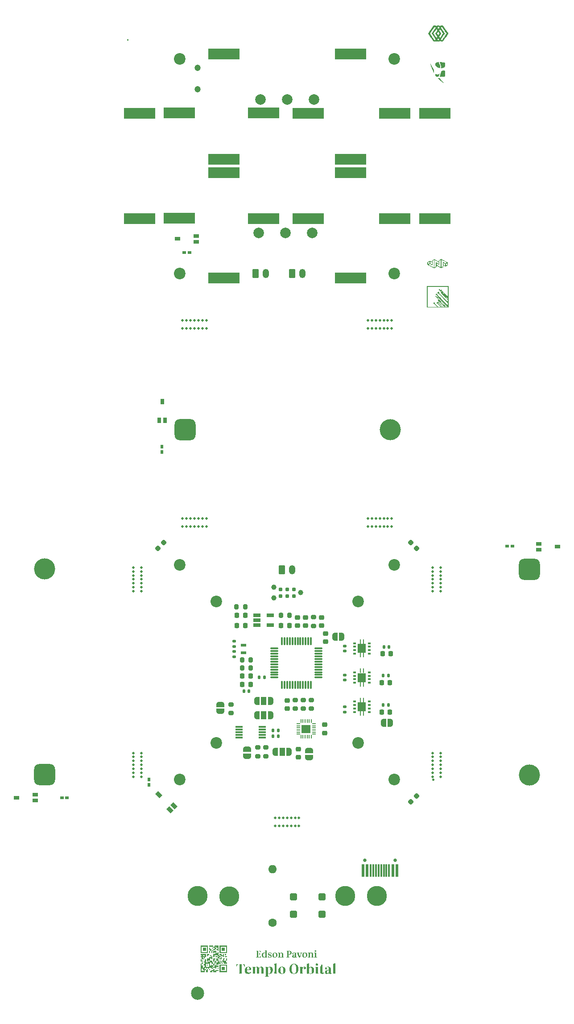
<source format=gts>
G04 #@! TF.GenerationSoftware,KiCad,Pcbnew,(6.0.9)*
G04 #@! TF.CreationDate,2023-04-21T13:17:04-03:00*
G04 #@! TF.ProjectId,PANEL-COMPLETE,50414e45-4c2d-4434-9f4d-504c4554452e,Rev 3*
G04 #@! TF.SameCoordinates,Original*
G04 #@! TF.FileFunction,Soldermask,Top*
G04 #@! TF.FilePolarity,Negative*
%FSLAX46Y46*%
G04 Gerber Fmt 4.6, Leading zero omitted, Abs format (unit mm)*
G04 Created by KiCad (PCBNEW (6.0.9)) date 2023-04-21 13:17:04*
%MOMM*%
%LPD*%
G01*
G04 APERTURE LIST*
G04 Aperture macros list*
%AMRoundRect*
0 Rectangle with rounded corners*
0 $1 Rounding radius*
0 $2 $3 $4 $5 $6 $7 $8 $9 X,Y pos of 4 corners*
0 Add a 4 corners polygon primitive as box body*
4,1,4,$2,$3,$4,$5,$6,$7,$8,$9,$2,$3,0*
0 Add four circle primitives for the rounded corners*
1,1,$1+$1,$2,$3*
1,1,$1+$1,$4,$5*
1,1,$1+$1,$6,$7*
1,1,$1+$1,$8,$9*
0 Add four rect primitives between the rounded corners*
20,1,$1+$1,$2,$3,$4,$5,0*
20,1,$1+$1,$4,$5,$6,$7,0*
20,1,$1+$1,$6,$7,$8,$9,0*
20,1,$1+$1,$8,$9,$2,$3,0*%
%AMRotRect*
0 Rectangle, with rotation*
0 The origin of the aperture is its center*
0 $1 length*
0 $2 width*
0 $3 Rotation angle, in degrees counterclockwise*
0 Add horizontal line*
21,1,$1,$2,0,0,$3*%
%AMFreePoly0*
4,1,22,0.500000,-0.750000,0.000000,-0.750000,0.000000,-0.745033,-0.079941,-0.743568,-0.215256,-0.701293,-0.333266,-0.622738,-0.424486,-0.514219,-0.481581,-0.384460,-0.499164,-0.250000,-0.500000,-0.250000,-0.500000,0.250000,-0.499164,0.250000,-0.499963,0.256109,-0.478152,0.396186,-0.417904,0.524511,-0.324060,0.630769,-0.204165,0.706417,-0.067858,0.745374,0.000000,0.744959,0.000000,0.750000,
0.500000,0.750000,0.500000,-0.750000,0.500000,-0.750000,$1*%
%AMFreePoly1*
4,1,20,0.000000,0.744959,0.073905,0.744508,0.209726,0.703889,0.328688,0.626782,0.421226,0.519385,0.479903,0.390333,0.500000,0.250000,0.500000,-0.250000,0.499851,-0.262216,0.476331,-0.402017,0.414519,-0.529596,0.319384,-0.634700,0.198574,-0.708877,0.061801,-0.746166,0.000000,-0.745033,0.000000,-0.750000,-0.500000,-0.750000,-0.500000,0.750000,0.000000,0.750000,0.000000,0.744959,
0.000000,0.744959,$1*%
%AMFreePoly2*
4,1,22,0.550000,-0.750000,0.000000,-0.750000,0.000000,-0.745033,-0.079941,-0.743568,-0.215256,-0.701293,-0.333266,-0.622738,-0.424486,-0.514219,-0.481581,-0.384460,-0.499164,-0.250000,-0.500000,-0.250000,-0.500000,0.250000,-0.499164,0.250000,-0.499963,0.256109,-0.478152,0.396186,-0.417904,0.524511,-0.324060,0.630769,-0.204165,0.706417,-0.067858,0.745374,0.000000,0.744959,0.000000,0.750000,
0.550000,0.750000,0.550000,-0.750000,0.550000,-0.750000,$1*%
%AMFreePoly3*
4,1,20,0.000000,0.744959,0.073905,0.744508,0.209726,0.703889,0.328688,0.626782,0.421226,0.519385,0.479903,0.390333,0.500000,0.250000,0.500000,-0.250000,0.499851,-0.262216,0.476331,-0.402017,0.414519,-0.529596,0.319384,-0.634700,0.198574,-0.708877,0.061801,-0.746166,0.000000,-0.745033,0.000000,-0.750000,-0.550000,-0.750000,-0.550000,0.750000,0.000000,0.750000,0.000000,0.744959,
0.000000,0.744959,$1*%
%AMFreePoly4*
4,1,14,0.266715,0.088284,0.363284,-0.008285,0.375000,-0.036569,0.375000,-0.060000,0.363284,-0.088284,0.335000,-0.100000,-0.335000,-0.100000,-0.363284,-0.088284,-0.375000,-0.060000,-0.375000,0.060000,-0.363284,0.088284,-0.335000,0.100000,0.238431,0.100000,0.266715,0.088284,0.266715,0.088284,$1*%
%AMFreePoly5*
4,1,14,0.363284,0.088284,0.375000,0.060000,0.375000,0.036569,0.363284,0.008285,0.266715,-0.088284,0.238431,-0.100000,-0.335000,-0.100000,-0.363284,-0.088284,-0.375000,-0.060000,-0.375000,0.060000,-0.363284,0.088284,-0.335000,0.100000,0.335000,0.100000,0.363284,0.088284,0.363284,0.088284,$1*%
%AMFreePoly6*
4,1,14,0.088284,0.363284,0.100000,0.335000,0.100000,-0.335000,0.088284,-0.363284,0.060000,-0.375000,-0.060000,-0.375000,-0.088284,-0.363284,-0.100000,-0.335000,-0.100000,0.238431,-0.088284,0.266715,0.008285,0.363284,0.036569,0.375000,0.060000,0.375000,0.088284,0.363284,0.088284,0.363284,$1*%
%AMFreePoly7*
4,1,14,-0.008285,0.363284,0.088284,0.266715,0.100000,0.238431,0.100000,-0.335000,0.088284,-0.363284,0.060000,-0.375000,-0.060000,-0.375000,-0.088284,-0.363284,-0.100000,-0.335000,-0.100000,0.335000,-0.088284,0.363284,-0.060000,0.375000,-0.036569,0.375000,-0.008285,0.363284,-0.008285,0.363284,$1*%
%AMFreePoly8*
4,1,14,0.363284,0.088284,0.375000,0.060000,0.375000,-0.060000,0.363284,-0.088284,0.335000,-0.100000,-0.238431,-0.100000,-0.266715,-0.088284,-0.363284,0.008285,-0.375000,0.036569,-0.375000,0.060000,-0.363284,0.088284,-0.335000,0.100000,0.335000,0.100000,0.363284,0.088284,0.363284,0.088284,$1*%
%AMFreePoly9*
4,1,14,0.363284,0.088284,0.375000,0.060000,0.375000,-0.060000,0.363284,-0.088284,0.335000,-0.100000,-0.335000,-0.100000,-0.363284,-0.088284,-0.375000,-0.060000,-0.375000,-0.036569,-0.363284,-0.008285,-0.266715,0.088284,-0.238431,0.100000,0.335000,0.100000,0.363284,0.088284,0.363284,0.088284,$1*%
%AMFreePoly10*
4,1,14,0.088284,0.363284,0.100000,0.335000,0.100000,-0.238431,0.088284,-0.266715,-0.008285,-0.363284,-0.036569,-0.375000,-0.060000,-0.375000,-0.088284,-0.363284,-0.100000,-0.335000,-0.100000,0.335000,-0.088284,0.363284,-0.060000,0.375000,0.060000,0.375000,0.088284,0.363284,0.088284,0.363284,$1*%
%AMFreePoly11*
4,1,14,0.088284,0.363284,0.100000,0.335000,0.100000,-0.335000,0.088284,-0.363284,0.060000,-0.375000,0.036569,-0.375000,0.008285,-0.363284,-0.088284,-0.266715,-0.100000,-0.238431,-0.100000,0.335000,-0.088284,0.363284,-0.060000,0.375000,0.060000,0.375000,0.088284,0.363284,0.088284,0.363284,$1*%
G04 Aperture macros list end*
%ADD10C,0.040481*%
%ADD11C,0.404812*%
%ADD12R,0.600000X0.310000*%
%ADD13R,1.500000X1.750000*%
%ADD14R,0.230000X0.825000*%
%ADD15RoundRect,0.225000X0.225000X0.250000X-0.225000X0.250000X-0.225000X-0.250000X0.225000X-0.250000X0*%
%ADD16C,2.200000*%
%ADD17RoundRect,0.200000X0.275000X-0.200000X0.275000X0.200000X-0.275000X0.200000X-0.275000X-0.200000X0*%
%ADD18RoundRect,0.225000X-0.250000X0.225000X-0.250000X-0.225000X0.250000X-0.225000X0.250000X0.225000X0*%
%ADD19C,0.650000*%
%ADD20R,0.600000X2.450000*%
%ADD21R,0.300000X2.450000*%
%ADD22FreePoly0,180.000000*%
%ADD23FreePoly1,180.000000*%
%ADD24R,1.100000X0.600000*%
%ADD25RotRect,1.100000X0.800000X135.000000*%
%ADD26C,0.500000*%
%ADD27RoundRect,0.101600X-0.599440X0.274320X-0.599440X-0.274320X0.599440X-0.274320X0.599440X0.274320X0*%
%ADD28C,4.000000*%
%ADD29RoundRect,1.000000X1.000000X1.000000X-1.000000X1.000000X-1.000000X-1.000000X1.000000X-1.000000X0*%
%ADD30RoundRect,0.218750X0.026517X-0.335876X0.335876X-0.026517X-0.026517X0.335876X-0.335876X0.026517X0*%
%ADD31RoundRect,0.200000X-0.200000X-0.275000X0.200000X-0.275000X0.200000X0.275000X-0.200000X0.275000X0*%
%ADD32FreePoly2,180.000000*%
%ADD33R,1.000000X1.500000*%
%ADD34FreePoly3,180.000000*%
%ADD35FreePoly0,270.000000*%
%ADD36FreePoly1,270.000000*%
%ADD37RoundRect,1.000000X-1.000000X1.000000X-1.000000X-1.000000X1.000000X-1.000000X1.000000X1.000000X0*%
%ADD38RoundRect,0.200000X-0.275000X0.200000X-0.275000X-0.200000X0.275000X-0.200000X0.275000X0.200000X0*%
%ADD39RoundRect,0.140000X-0.140000X-0.170000X0.140000X-0.170000X0.140000X0.170000X-0.140000X0.170000X0*%
%ADD40R,6.000000X2.000000*%
%ADD41C,2.000000*%
%ADD42C,1.600000*%
%ADD43O,1.600000X1.600000*%
%ADD44RoundRect,0.140000X0.170000X-0.140000X0.170000X0.140000X-0.170000X0.140000X-0.170000X-0.140000X0*%
%ADD45C,2.500000*%
%ADD46C,2.600000*%
%ADD47C,3.800000*%
%ADD48R,0.800000X0.600000*%
%ADD49RoundRect,0.140000X-0.170000X0.140000X-0.170000X-0.140000X0.170000X-0.140000X0.170000X0.140000X0*%
%ADD50RoundRect,1.000000X1.000000X-1.000000X1.000000X1.000000X-1.000000X1.000000X-1.000000X-1.000000X0*%
%ADD51RoundRect,0.075000X-0.662500X-0.075000X0.662500X-0.075000X0.662500X0.075000X-0.662500X0.075000X0*%
%ADD52RoundRect,0.075000X-0.075000X-0.662500X0.075000X-0.662500X0.075000X0.662500X-0.075000X0.662500X0*%
%ADD53RoundRect,0.218750X-0.218750X-0.256250X0.218750X-0.256250X0.218750X0.256250X-0.218750X0.256250X0*%
%ADD54RoundRect,0.350000X0.350000X-0.350000X0.350000X0.350000X-0.350000X0.350000X-0.350000X-0.350000X0*%
%ADD55R,1.100000X0.800000*%
%ADD56R,0.600000X0.800000*%
%ADD57RoundRect,0.140000X0.140000X0.170000X-0.140000X0.170000X-0.140000X-0.170000X0.140000X-0.170000X0*%
%ADD58FreePoly2,0.000000*%
%ADD59FreePoly3,0.000000*%
%ADD60RoundRect,0.225000X0.250000X-0.225000X0.250000X0.225000X-0.250000X0.225000X-0.250000X-0.225000X0*%
%ADD61RoundRect,0.218750X0.218750X0.256250X-0.218750X0.256250X-0.218750X-0.256250X0.218750X-0.256250X0*%
%ADD62R,1.400000X0.300000*%
%ADD63RoundRect,0.218750X0.335876X0.026517X0.026517X0.335876X-0.335876X-0.026517X-0.026517X-0.335876X0*%
%ADD64FreePoly4,0.000000*%
%ADD65RoundRect,0.050000X-0.325000X-0.050000X0.325000X-0.050000X0.325000X0.050000X-0.325000X0.050000X0*%
%ADD66FreePoly5,0.000000*%
%ADD67FreePoly6,0.000000*%
%ADD68RoundRect,0.050000X-0.050000X-0.325000X0.050000X-0.325000X0.050000X0.325000X-0.050000X0.325000X0*%
%ADD69FreePoly7,0.000000*%
%ADD70FreePoly8,0.000000*%
%ADD71FreePoly9,0.000000*%
%ADD72FreePoly10,0.000000*%
%ADD73FreePoly11,0.000000*%
%ADD74R,1.750000X1.600000*%
%ADD75R,0.800000X1.100000*%
%ADD76RoundRect,0.135000X0.135000X0.185000X-0.135000X0.185000X-0.135000X-0.185000X0.135000X-0.185000X0*%
%ADD77FreePoly0,90.000000*%
%ADD78FreePoly1,90.000000*%
%ADD79C,0.990600*%
%ADD80C,0.787400*%
%ADD81RoundRect,0.200000X0.200000X0.275000X-0.200000X0.275000X-0.200000X-0.275000X0.200000X-0.275000X0*%
%ADD82RoundRect,0.135000X-0.135000X-0.185000X0.135000X-0.185000X0.135000X0.185000X-0.135000X0.185000X0*%
%ADD83RoundRect,0.225000X-0.225000X-0.250000X0.225000X-0.250000X0.225000X0.250000X-0.225000X0.250000X0*%
%ADD84RoundRect,0.250000X-0.350000X-0.625000X0.350000X-0.625000X0.350000X0.625000X-0.350000X0.625000X0*%
%ADD85O,1.200000X1.750000*%
%ADD86C,1.200000*%
G04 APERTURE END LIST*
D10*
G36*
X173752413Y-57518281D02*
G01*
X173608300Y-57518281D01*
X173608300Y-57374167D01*
X173752413Y-57374167D01*
X173752413Y-57518281D01*
G37*
X173752413Y-57518281D02*
X173608300Y-57518281D01*
X173608300Y-57374167D01*
X173752413Y-57374167D01*
X173752413Y-57518281D01*
D11*
X231725813Y-197838443D02*
X231689739Y-197872840D01*
G36*
X233711192Y-100299119D02*
G01*
X233686002Y-100285417D01*
X233677536Y-100281299D01*
X233675722Y-100291793D01*
X233674259Y-100320234D01*
X233673312Y-100362063D01*
X233673038Y-100404172D01*
X233672434Y-100456046D01*
X233670797Y-100500650D01*
X233668397Y-100532497D01*
X233666176Y-100544927D01*
X233654843Y-100555799D01*
X233627025Y-100576102D01*
X233585654Y-100603887D01*
X233533664Y-100637202D01*
X233473987Y-100674098D01*
X233451268Y-100687833D01*
X233381485Y-100729498D01*
X233328168Y-100760524D01*
X233288689Y-100782185D01*
X233260417Y-100795757D01*
X233240724Y-100802514D01*
X233226980Y-100803733D01*
X233217572Y-100801169D01*
X233202614Y-100793151D01*
X233170371Y-100775020D01*
X233122995Y-100748014D01*
X233062637Y-100713371D01*
X232991451Y-100672327D01*
X232911587Y-100626119D01*
X232825198Y-100575984D01*
X232774757Y-100546645D01*
X232686546Y-100495378D01*
X232604402Y-100447796D01*
X232530350Y-100405060D01*
X232466416Y-100368331D01*
X232414625Y-100338772D01*
X232377004Y-100317544D01*
X232355577Y-100305808D01*
X232351336Y-100303807D01*
X232348953Y-100314346D01*
X232346988Y-100343103D01*
X232345634Y-100385792D01*
X232345084Y-100438123D01*
X232345081Y-100442736D01*
X232344651Y-100502607D01*
X232343019Y-100544039D01*
X232339672Y-100571091D01*
X232334098Y-100587822D01*
X232325784Y-100598291D01*
X232325387Y-100598638D01*
X232305925Y-100612681D01*
X232272000Y-100634434D01*
X232227280Y-100661783D01*
X232175435Y-100692615D01*
X232120136Y-100724818D01*
X232065051Y-100756279D01*
X232013852Y-100784885D01*
X231970208Y-100808522D01*
X231937788Y-100825079D01*
X231920263Y-100832443D01*
X231918962Y-100832629D01*
X231906023Y-100827448D01*
X231874981Y-100812546D01*
X231827578Y-100788823D01*
X231765557Y-100757179D01*
X231690659Y-100718514D01*
X231604626Y-100673727D01*
X231509200Y-100623719D01*
X231406123Y-100569389D01*
X231297135Y-100511639D01*
X231276718Y-100500787D01*
X231167013Y-100442304D01*
X231063172Y-100386662D01*
X230966908Y-100334800D01*
X230879937Y-100287655D01*
X230803973Y-100246164D01*
X230740733Y-100211265D01*
X230691930Y-100183895D01*
X230659281Y-100164992D01*
X230644499Y-100155493D01*
X230643860Y-100154841D01*
X230641053Y-100139453D01*
X230640417Y-100130027D01*
X230828338Y-100130027D01*
X230839383Y-100136563D01*
X230867983Y-100152352D01*
X230911857Y-100176179D01*
X230968719Y-100206831D01*
X231036286Y-100243093D01*
X231112274Y-100283751D01*
X231194400Y-100327591D01*
X231280380Y-100373398D01*
X231367929Y-100419959D01*
X231454765Y-100466060D01*
X231538602Y-100510485D01*
X231617159Y-100552022D01*
X231688150Y-100589455D01*
X231749292Y-100621571D01*
X231798301Y-100647156D01*
X231832894Y-100664994D01*
X231850786Y-100673873D01*
X231852724Y-100674644D01*
X231854194Y-100663801D01*
X231855582Y-100632338D01*
X231856867Y-100582143D01*
X231858026Y-100515103D01*
X231859037Y-100433105D01*
X231859878Y-100338037D01*
X231860526Y-100231788D01*
X231860959Y-100116244D01*
X231861155Y-99993293D01*
X231861164Y-99961228D01*
X231973703Y-99961228D01*
X231973832Y-100085664D01*
X231974204Y-100203085D01*
X231974796Y-100311619D01*
X231975587Y-100409390D01*
X231976554Y-100494527D01*
X231977676Y-100565156D01*
X231978928Y-100619402D01*
X231980291Y-100655394D01*
X231981740Y-100671256D01*
X231982143Y-100671845D01*
X231994628Y-100664690D01*
X232022530Y-100648575D01*
X232061803Y-100625842D01*
X232108399Y-100598831D01*
X232111563Y-100596996D01*
X232232542Y-100526815D01*
X232232542Y-100164011D01*
X232345081Y-100164011D01*
X232753034Y-100401983D01*
X232840314Y-100452800D01*
X232921600Y-100499941D01*
X232994830Y-100542223D01*
X233057943Y-100578466D01*
X233108878Y-100607486D01*
X233145571Y-100628103D01*
X233165963Y-100639135D01*
X233169427Y-100640690D01*
X233170898Y-100629881D01*
X233172288Y-100598454D01*
X233173574Y-100548296D01*
X233174734Y-100481296D01*
X233175745Y-100399343D01*
X233176586Y-100304325D01*
X233177233Y-100198131D01*
X233177665Y-100082649D01*
X233177859Y-99959768D01*
X233177868Y-99928006D01*
X233290407Y-99928006D01*
X233290439Y-100072910D01*
X233290565Y-100196900D01*
X233290826Y-100301569D01*
X233291265Y-100388511D01*
X233291923Y-100459319D01*
X233292843Y-100515588D01*
X233294066Y-100558910D01*
X233295635Y-100590879D01*
X233297591Y-100613089D01*
X233299977Y-100627133D01*
X233302836Y-100634605D01*
X233306208Y-100637097D01*
X233309113Y-100636653D01*
X233326442Y-100628016D01*
X233357834Y-100610624D01*
X233398106Y-100587391D01*
X233424465Y-100571807D01*
X233467928Y-100545372D01*
X233505693Y-100521491D01*
X233532437Y-100503576D01*
X233540805Y-100497260D01*
X233545984Y-100491358D01*
X233550172Y-100481947D01*
X233553473Y-100466793D01*
X233555992Y-100443661D01*
X233557833Y-100410318D01*
X233559098Y-100364528D01*
X233559892Y-100304059D01*
X233560320Y-100226675D01*
X233560458Y-100145158D01*
X233673038Y-100145158D01*
X233833085Y-100235736D01*
X233887336Y-100266150D01*
X233934807Y-100292217D01*
X233972028Y-100312074D01*
X233995532Y-100323860D01*
X234001893Y-100326315D01*
X234004953Y-100315716D01*
X234007520Y-100286533D01*
X234009390Y-100242690D01*
X234010363Y-100188109D01*
X234010453Y-100160320D01*
X234010251Y-99994326D01*
X233895968Y-99926802D01*
X233844362Y-99896330D01*
X233793858Y-99866543D01*
X233751044Y-99841324D01*
X233727362Y-99827402D01*
X233673038Y-99795525D01*
X233673038Y-100145158D01*
X233560458Y-100145158D01*
X233560484Y-100130142D01*
X233560500Y-100073609D01*
X233560555Y-99963491D01*
X233560889Y-99873787D01*
X233561752Y-99802406D01*
X233561957Y-99795525D01*
X233563393Y-99747254D01*
X233566062Y-99706239D01*
X233570011Y-99677268D01*
X233575489Y-99658249D01*
X233582747Y-99647088D01*
X233592034Y-99641692D01*
X233603601Y-99639970D01*
X233612360Y-99639828D01*
X233628980Y-99645398D01*
X233661689Y-99660995D01*
X233707346Y-99684948D01*
X233762811Y-99715587D01*
X233824942Y-99751242D01*
X233854028Y-99768352D01*
X234070844Y-99896876D01*
X234205612Y-99829319D01*
X234340379Y-99761762D01*
X233823833Y-99487088D01*
X233724315Y-99434251D01*
X233630783Y-99384750D01*
X233545120Y-99339571D01*
X233469210Y-99299699D01*
X233404937Y-99266121D01*
X233354183Y-99239823D01*
X233318831Y-99221789D01*
X233300766Y-99213006D01*
X233298847Y-99212298D01*
X233297377Y-99223216D01*
X233295989Y-99254753D01*
X233294704Y-99305021D01*
X233293545Y-99372130D01*
X233292534Y-99454191D01*
X233291693Y-99549317D01*
X233291045Y-99655618D01*
X233290612Y-99771205D01*
X233290416Y-99894190D01*
X233290407Y-99928006D01*
X233177868Y-99928006D01*
X233177868Y-99212830D01*
X232924656Y-99365640D01*
X232913402Y-100151350D01*
X232884772Y-100161412D01*
X232873673Y-100163319D01*
X232858886Y-100161177D01*
X232837970Y-100153811D01*
X232808489Y-100140043D01*
X232768001Y-100118698D01*
X232714070Y-100088598D01*
X232644255Y-100048567D01*
X232611221Y-100029444D01*
X232543838Y-99990604D01*
X232482704Y-99955814D01*
X232430560Y-99926598D01*
X232390146Y-99904480D01*
X232364204Y-99890982D01*
X232355691Y-99887414D01*
X232351447Y-99898037D01*
X232348072Y-99927402D01*
X232345854Y-99971747D01*
X232345081Y-100025712D01*
X232345081Y-100164011D01*
X232232542Y-100164011D01*
X232232542Y-100141335D01*
X232232594Y-100037867D01*
X232232833Y-99954570D01*
X232233388Y-99889107D01*
X232234386Y-99839140D01*
X232235955Y-99802334D01*
X232238222Y-99776352D01*
X232241315Y-99758856D01*
X232245362Y-99747511D01*
X232250489Y-99739978D01*
X232254680Y-99735821D01*
X232278579Y-99722489D01*
X232297144Y-99721102D01*
X232312186Y-99728034D01*
X232343771Y-99744724D01*
X232389011Y-99769572D01*
X232445018Y-99800977D01*
X232508904Y-99837338D01*
X232561980Y-99867898D01*
X232806490Y-100009378D01*
X232806490Y-99720865D01*
X232397668Y-99483404D01*
X232310290Y-99432752D01*
X232228945Y-99385793D01*
X232155690Y-99343700D01*
X232092583Y-99307645D01*
X232041679Y-99278803D01*
X232005036Y-99258345D01*
X231984711Y-99247444D01*
X231981275Y-99245943D01*
X231979956Y-99256882D01*
X231978710Y-99288438D01*
X231977557Y-99338723D01*
X231976517Y-99405846D01*
X231975610Y-99487917D01*
X231974856Y-99583046D01*
X231974274Y-99689344D01*
X231973886Y-99804921D01*
X231973711Y-99927886D01*
X231973703Y-99961228D01*
X231861164Y-99961228D01*
X231861164Y-99959626D01*
X231861013Y-99830182D01*
X231860577Y-99709324D01*
X231859879Y-99598769D01*
X231858942Y-99500233D01*
X231857791Y-99415430D01*
X231856450Y-99346079D01*
X231854941Y-99293893D01*
X231853290Y-99260589D01*
X231851519Y-99247883D01*
X231851312Y-99247818D01*
X231838403Y-99254838D01*
X231810366Y-99271252D01*
X231771246Y-99294661D01*
X231725086Y-99322666D01*
X231721893Y-99324616D01*
X231602325Y-99397663D01*
X231602325Y-99809096D01*
X231602115Y-99924973D01*
X231601454Y-100019868D01*
X231600294Y-100095304D01*
X231598585Y-100152802D01*
X231596279Y-100193884D01*
X231593329Y-100220073D01*
X231589685Y-100232891D01*
X231588820Y-100234033D01*
X231575269Y-100243092D01*
X231557120Y-100245567D01*
X231532015Y-100240521D01*
X231497591Y-100227020D01*
X231451488Y-100204131D01*
X231391346Y-100170918D01*
X231314803Y-100126447D01*
X231310221Y-100123745D01*
X231247880Y-100087317D01*
X231191632Y-100055132D01*
X231144499Y-100028862D01*
X231109499Y-100010179D01*
X231089652Y-100000757D01*
X231086727Y-99999952D01*
X231071830Y-100004583D01*
X231043037Y-100016962D01*
X231004853Y-100034822D01*
X230961780Y-100055897D01*
X230918324Y-100077918D01*
X230878987Y-100098620D01*
X230848273Y-100115734D01*
X230830687Y-100126993D01*
X230828338Y-100130027D01*
X230640417Y-100130027D01*
X230638773Y-100105667D01*
X230637025Y-100057548D01*
X230636504Y-100032392D01*
X230747030Y-100032392D01*
X230879098Y-99970337D01*
X230929979Y-99946049D01*
X230974091Y-99924282D01*
X231007061Y-99907243D01*
X231024517Y-99897142D01*
X231025398Y-99896470D01*
X231025482Y-99896238D01*
X231152170Y-99896238D01*
X231312538Y-99992348D01*
X231366450Y-100024412D01*
X231413676Y-100052032D01*
X231450830Y-100073267D01*
X231474529Y-100086175D01*
X231481346Y-100089221D01*
X231484254Y-100078882D01*
X231486730Y-100049866D01*
X231488583Y-100006000D01*
X231489626Y-99951112D01*
X231489786Y-99917757D01*
X231489786Y-99745530D01*
X231326449Y-99653291D01*
X231271891Y-99622658D01*
X231224404Y-99596328D01*
X231187334Y-99576132D01*
X231164033Y-99563900D01*
X231157640Y-99561051D01*
X231155730Y-99571654D01*
X231154111Y-99600860D01*
X231152909Y-99644765D01*
X231152254Y-99699464D01*
X231152170Y-99728645D01*
X231152170Y-99896238D01*
X231025482Y-99896238D01*
X231030778Y-99881626D01*
X231034997Y-99850130D01*
X231038021Y-99806724D01*
X231039817Y-99756150D01*
X231040351Y-99703150D01*
X231039590Y-99652466D01*
X231037500Y-99608841D01*
X231034048Y-99577015D01*
X231029199Y-99561732D01*
X231027775Y-99561051D01*
X231014029Y-99566222D01*
X230984632Y-99580393D01*
X230943566Y-99601553D01*
X230894809Y-99627690D01*
X230881474Y-99634992D01*
X230747030Y-99708933D01*
X230747030Y-100032392D01*
X230636504Y-100032392D01*
X230635815Y-99999162D01*
X230635149Y-99934573D01*
X230635034Y-99867848D01*
X230635475Y-99803053D01*
X230636479Y-99744252D01*
X230638051Y-99695512D01*
X230640197Y-99660898D01*
X230642923Y-99644476D01*
X230643104Y-99644159D01*
X230656496Y-99633510D01*
X230686385Y-99614778D01*
X230729120Y-99589908D01*
X230781051Y-99560847D01*
X230838525Y-99529542D01*
X230897892Y-99497939D01*
X230955499Y-99467986D01*
X231007697Y-99441628D01*
X231050833Y-99420812D01*
X231081255Y-99407485D01*
X231094533Y-99403497D01*
X231112035Y-99408886D01*
X231145331Y-99423849D01*
X231190797Y-99446581D01*
X231244809Y-99475276D01*
X231297861Y-99504782D01*
X231355034Y-99537043D01*
X231405362Y-99565060D01*
X231445628Y-99587073D01*
X231472616Y-99601323D01*
X231483015Y-99606067D01*
X231485628Y-99595538D01*
X231487772Y-99566850D01*
X231489231Y-99524349D01*
X231489786Y-99472381D01*
X231489786Y-99335694D01*
X231548869Y-99298100D01*
X231579666Y-99278824D01*
X231624623Y-99251099D01*
X231678608Y-99218071D01*
X231736490Y-99182885D01*
X231761294Y-99167878D01*
X231914637Y-99075250D01*
X231958237Y-99097532D01*
X231977357Y-99107985D01*
X232013575Y-99128441D01*
X232064551Y-99157553D01*
X232127947Y-99193977D01*
X232201423Y-99236367D01*
X232282639Y-99283379D01*
X232369255Y-99333666D01*
X232400233Y-99351687D01*
X232486293Y-99401721D01*
X232566156Y-99448048D01*
X232637761Y-99489481D01*
X232699049Y-99524832D01*
X232747961Y-99552915D01*
X232782435Y-99572542D01*
X232800414Y-99582526D01*
X232802559Y-99583559D01*
X232804188Y-99573054D01*
X232805635Y-99544533D01*
X232806732Y-99502488D01*
X232807281Y-99456953D01*
X232808256Y-99404171D01*
X232810291Y-99358497D01*
X232813070Y-99325369D01*
X232815721Y-99311285D01*
X232827298Y-99300200D01*
X232854918Y-99280200D01*
X232895031Y-99253440D01*
X232944084Y-99222080D01*
X232998526Y-99188276D01*
X233054805Y-99154185D01*
X233109369Y-99121965D01*
X233158666Y-99093774D01*
X233199146Y-99071768D01*
X233227256Y-99058105D01*
X233238265Y-99054627D01*
X233250165Y-99059737D01*
X233279853Y-99074338D01*
X233325252Y-99097339D01*
X233384287Y-99127646D01*
X233454882Y-99164167D01*
X233534961Y-99205810D01*
X233622447Y-99251481D01*
X233715264Y-99300089D01*
X233811337Y-99350540D01*
X233908590Y-99401742D01*
X234004946Y-99452602D01*
X234098329Y-99502029D01*
X234186663Y-99548929D01*
X234267872Y-99592210D01*
X234339880Y-99630779D01*
X234400612Y-99663544D01*
X234447990Y-99689412D01*
X234479940Y-99707290D01*
X234491758Y-99714304D01*
X234499872Y-99720031D01*
X234506036Y-99727485D01*
X234510518Y-99739558D01*
X234513587Y-99759141D01*
X234515509Y-99789123D01*
X234516553Y-99832395D01*
X234516987Y-99891848D01*
X234517078Y-99970372D01*
X234517079Y-99987580D01*
X234516740Y-100076784D01*
X234515652Y-100145531D01*
X234513708Y-100195864D01*
X234510800Y-100229824D01*
X234506822Y-100249454D01*
X234503012Y-100256050D01*
X234489262Y-100264614D01*
X234458858Y-100282122D01*
X234414945Y-100306811D01*
X234360667Y-100336917D01*
X234299168Y-100370676D01*
X234279432Y-100381442D01*
X234201568Y-100423220D01*
X234141343Y-100454029D01*
X234097167Y-100474599D01*
X234067451Y-100485661D01*
X234050607Y-100487944D01*
X234048727Y-100487445D01*
X234032344Y-100479367D01*
X234000102Y-100462020D01*
X233955626Y-100437407D01*
X233902538Y-100407530D01*
X233854784Y-100380312D01*
X233798793Y-100348359D01*
X233780194Y-100337845D01*
X234123193Y-100337845D01*
X234216038Y-100286455D01*
X234263557Y-100260410D01*
X234309800Y-100235500D01*
X234346990Y-100215900D01*
X234356711Y-100210924D01*
X234404540Y-100186783D01*
X234404540Y-99853766D01*
X234263867Y-99923837D01*
X234123193Y-99993909D01*
X234123193Y-100337845D01*
X233780194Y-100337845D01*
X233749859Y-100320697D01*
X233711192Y-100299119D01*
G37*
G36*
X234651925Y-104197649D02*
G01*
X234654839Y-105404627D01*
X234655205Y-105590543D01*
X234655437Y-105785988D01*
X234655539Y-105987777D01*
X234655515Y-106192724D01*
X234655369Y-106397644D01*
X234655105Y-106599353D01*
X234654729Y-106794666D01*
X234654243Y-106980397D01*
X234653653Y-107153361D01*
X234652962Y-107310374D01*
X234652175Y-107448251D01*
X234652126Y-107455646D01*
X234646499Y-108299687D01*
X232595480Y-108302530D01*
X230544461Y-108305374D01*
X230544461Y-108170267D01*
X230679507Y-108170267D01*
X232530601Y-108170267D01*
X232250112Y-107889610D01*
X232175288Y-107814892D01*
X232114557Y-107754713D01*
X232066222Y-107707575D01*
X232028583Y-107671978D01*
X231999942Y-107646426D01*
X231978600Y-107629419D01*
X231962858Y-107619459D01*
X231951018Y-107615048D01*
X231941381Y-107614687D01*
X231938909Y-107615095D01*
X231888696Y-107614489D01*
X231841266Y-107595076D01*
X231801403Y-107560466D01*
X231773889Y-107514270D01*
X231765589Y-107484268D01*
X231766492Y-107430503D01*
X231785429Y-107382928D01*
X231818413Y-107344485D01*
X231861461Y-107318117D01*
X231910588Y-107306767D01*
X231961811Y-107313377D01*
X231984157Y-107322824D01*
X232030871Y-107356408D01*
X232058553Y-107399622D01*
X232069218Y-107455891D01*
X232069486Y-107467777D01*
X232069610Y-107528898D01*
X232390147Y-107849582D01*
X232710684Y-108170267D01*
X232933960Y-108170267D01*
X233002092Y-108169796D01*
X233061368Y-108168482D01*
X233108518Y-108166471D01*
X233140271Y-108163910D01*
X233153356Y-108160947D01*
X233153484Y-108160401D01*
X233145158Y-108150262D01*
X233123060Y-108125641D01*
X233088905Y-108088391D01*
X233044408Y-108040362D01*
X232991286Y-107983405D01*
X232931254Y-107919371D01*
X232866028Y-107850110D01*
X232857132Y-107840688D01*
X232780636Y-107759886D01*
X232717853Y-107694124D01*
X232667219Y-107641912D01*
X232627172Y-107601761D01*
X232596147Y-107572182D01*
X232572581Y-107551684D01*
X232554911Y-107538778D01*
X232541573Y-107531974D01*
X232531004Y-107529784D01*
X232530770Y-107529776D01*
X232483243Y-107518090D01*
X232440031Y-107489655D01*
X232408964Y-107449952D01*
X232405200Y-107441873D01*
X232395452Y-107391863D01*
X232405377Y-107342741D01*
X232433282Y-107301211D01*
X232442838Y-107292824D01*
X232490726Y-107265706D01*
X232537845Y-107260862D01*
X232585205Y-107278349D01*
X232617567Y-107302578D01*
X232641211Y-107327995D01*
X232652355Y-107355250D01*
X232655671Y-107388102D01*
X232657794Y-107441477D01*
X233002905Y-107805872D01*
X233348017Y-108170267D01*
X233554104Y-108170267D01*
X233492592Y-108107510D01*
X233444555Y-108059144D01*
X233387743Y-108003009D01*
X233324100Y-107940935D01*
X233255568Y-107874750D01*
X233184092Y-107806285D01*
X233111616Y-107737370D01*
X233040084Y-107669834D01*
X232971438Y-107605507D01*
X232907624Y-107546219D01*
X232850584Y-107493799D01*
X232802264Y-107450077D01*
X232764605Y-107416883D01*
X232739552Y-107396047D01*
X232729785Y-107389468D01*
X232688473Y-107369182D01*
X232666220Y-107339980D01*
X232660189Y-107302791D01*
X232670053Y-107262073D01*
X232696148Y-107230941D01*
X232733228Y-107214802D01*
X232746623Y-107213688D01*
X232779990Y-107223838D01*
X232808384Y-107249908D01*
X232826002Y-107285325D01*
X232828998Y-107306986D01*
X232829892Y-107316260D01*
X232833428Y-107326751D01*
X232840887Y-107339811D01*
X232853551Y-107356791D01*
X232872700Y-107379040D01*
X232899616Y-107407910D01*
X232935579Y-107444752D01*
X232981871Y-107490916D01*
X233039772Y-107547753D01*
X233110564Y-107616614D01*
X233195528Y-107698849D01*
X233256411Y-107757652D01*
X233683824Y-108170267D01*
X233881145Y-108170267D01*
X232824297Y-107113239D01*
X232760072Y-107119952D01*
X232718489Y-107122436D01*
X232688930Y-107118135D01*
X232661500Y-107105375D01*
X232656709Y-107102475D01*
X232613762Y-107063923D01*
X232589145Y-107015005D01*
X232584045Y-106959939D01*
X232599650Y-106902946D01*
X232600206Y-106901765D01*
X232632798Y-106857366D01*
X232679816Y-106829821D01*
X232739975Y-106819867D01*
X232743104Y-106819844D01*
X232778443Y-106821918D01*
X232803980Y-106831189D01*
X232829999Y-106852129D01*
X232840116Y-106862034D01*
X232871961Y-106901343D01*
X232888184Y-106943065D01*
X232890415Y-106954878D01*
X232892447Y-106964974D01*
X232895994Y-106975501D01*
X232902147Y-106987629D01*
X232911993Y-107002528D01*
X232926624Y-107021368D01*
X232947126Y-107045317D01*
X232974591Y-107075547D01*
X233010107Y-107113227D01*
X233054763Y-107159526D01*
X233109649Y-107215614D01*
X233175854Y-107282662D01*
X233254467Y-107361838D01*
X233346577Y-107454313D01*
X233453274Y-107561256D01*
X233479849Y-107587879D01*
X234061216Y-108170267D01*
X234114712Y-108170267D01*
X234145896Y-108168669D01*
X234165177Y-108164605D01*
X234168209Y-108161802D01*
X234160405Y-108152913D01*
X234137646Y-108129119D01*
X234100913Y-108091407D01*
X234051188Y-108040767D01*
X233989450Y-107978188D01*
X233916681Y-107904660D01*
X233833861Y-107821170D01*
X233741971Y-107728709D01*
X233641992Y-107628264D01*
X233534905Y-107520827D01*
X233421691Y-107407385D01*
X233303329Y-107288927D01*
X233225697Y-107211306D01*
X233083018Y-107068729D01*
X232955361Y-106941250D01*
X232841854Y-106828029D01*
X232741623Y-106728228D01*
X232653796Y-106641010D01*
X232577499Y-106565536D01*
X232511860Y-106500967D01*
X232456006Y-106446465D01*
X232409062Y-106401193D01*
X232370158Y-106364311D01*
X232338419Y-106334981D01*
X232312972Y-106312366D01*
X232292945Y-106295626D01*
X232277464Y-106283925D01*
X232265657Y-106276422D01*
X232256651Y-106272280D01*
X232249572Y-106270662D01*
X232245984Y-106270549D01*
X232201016Y-106262170D01*
X232165136Y-106237090D01*
X232141857Y-106200365D01*
X232134697Y-106157048D01*
X232142576Y-106121905D01*
X232168257Y-106084796D01*
X232204478Y-106063046D01*
X232245733Y-106056491D01*
X232286514Y-106064967D01*
X232321314Y-106088309D01*
X232344627Y-106126353D01*
X232345169Y-106127957D01*
X232352134Y-106159366D01*
X232351976Y-106184179D01*
X232351215Y-106186693D01*
X232354184Y-106193737D01*
X232365854Y-106209079D01*
X232386807Y-106233314D01*
X232417624Y-106267040D01*
X232458888Y-106310855D01*
X232511181Y-106365356D01*
X232575083Y-106431140D01*
X232651178Y-106508805D01*
X232740046Y-106598947D01*
X232842270Y-106702164D01*
X232958432Y-106819054D01*
X233089113Y-106950214D01*
X233234895Y-107096240D01*
X233326439Y-107187824D01*
X234308834Y-108170267D01*
X234466384Y-108170267D01*
X233571753Y-107275584D01*
X233432965Y-107136818D01*
X233309166Y-107013130D01*
X233199459Y-106903658D01*
X233102944Y-106807541D01*
X233018721Y-106723915D01*
X232945891Y-106651919D01*
X232883554Y-106590690D01*
X232830811Y-106539366D01*
X232786763Y-106497085D01*
X232750509Y-106462985D01*
X232721152Y-106436203D01*
X232697790Y-106415877D01*
X232679525Y-106401146D01*
X232665458Y-106391146D01*
X232654688Y-106385016D01*
X232646316Y-106381893D01*
X232639444Y-106380916D01*
X232638434Y-106380901D01*
X232596741Y-106371846D01*
X232566516Y-106348167D01*
X232550190Y-106315094D01*
X232550189Y-106277856D01*
X232568945Y-106241683D01*
X232572120Y-106238139D01*
X232602485Y-106218642D01*
X232638259Y-106213496D01*
X232673200Y-106221027D01*
X232701067Y-106239563D01*
X232715620Y-106267430D01*
X232716459Y-106276829D01*
X232724292Y-106287350D01*
X232747175Y-106312780D01*
X232784181Y-106352176D01*
X232834385Y-106404591D01*
X232896860Y-106469080D01*
X232970681Y-106544698D01*
X233054922Y-106630500D01*
X233148656Y-106725541D01*
X233250959Y-106828874D01*
X233360903Y-106939556D01*
X233477563Y-107056641D01*
X233600013Y-107179182D01*
X233617678Y-107196833D01*
X233735849Y-107314760D01*
X233849430Y-107427870D01*
X233957430Y-107535188D01*
X234058853Y-107635736D01*
X234152706Y-107728536D01*
X234237995Y-107812611D01*
X234313726Y-107886984D01*
X234378906Y-107950679D01*
X234432541Y-108002717D01*
X234473637Y-108042121D01*
X234501200Y-108067915D01*
X234514236Y-108079121D01*
X234515175Y-108079355D01*
X234506975Y-108069317D01*
X234483899Y-108044186D01*
X234446864Y-108004910D01*
X234396785Y-107952432D01*
X234334580Y-107887698D01*
X234261165Y-107811654D01*
X234177456Y-107725245D01*
X234084370Y-107629416D01*
X233982823Y-107525114D01*
X233873732Y-107413283D01*
X233758014Y-107294868D01*
X233636584Y-107170815D01*
X233510359Y-107042070D01*
X233450935Y-106981530D01*
X233300111Y-106827944D01*
X233164232Y-106689635D01*
X233042488Y-106565809D01*
X232934067Y-106455670D01*
X232838160Y-106358422D01*
X232753954Y-106273270D01*
X232680640Y-106199420D01*
X232617405Y-106136075D01*
X232563441Y-106082441D01*
X232517934Y-106037722D01*
X232480076Y-106001122D01*
X232449054Y-105971847D01*
X232424058Y-105949101D01*
X232404277Y-105932089D01*
X232388900Y-105920015D01*
X232377117Y-105912085D01*
X232368116Y-105907502D01*
X232361086Y-105905472D01*
X232355217Y-105905199D01*
X232353682Y-105905328D01*
X232308890Y-105899579D01*
X232266820Y-105875952D01*
X232234048Y-105838745D01*
X232225137Y-105821315D01*
X232215602Y-105771937D01*
X232225497Y-105723759D01*
X232252107Y-105681975D01*
X232292713Y-105651782D01*
X232318775Y-105642307D01*
X232365154Y-105641344D01*
X232409300Y-105658929D01*
X232446153Y-105691280D01*
X232470650Y-105734615D01*
X232476853Y-105760431D01*
X232478226Y-105767992D01*
X232480869Y-105776219D01*
X232485590Y-105785971D01*
X232493196Y-105798101D01*
X232504494Y-105813468D01*
X232520293Y-105832927D01*
X232541398Y-105857335D01*
X232568619Y-105887547D01*
X232602763Y-105924420D01*
X232644636Y-105968810D01*
X232695047Y-106021574D01*
X232754803Y-106083568D01*
X232824712Y-106155647D01*
X232905580Y-106238669D01*
X232998216Y-106333489D01*
X233103427Y-106440964D01*
X233222020Y-106561950D01*
X233354803Y-106697303D01*
X233497447Y-106842646D01*
X234511452Y-107875725D01*
X234517540Y-107414863D01*
X233650842Y-106540514D01*
X232784144Y-105666164D01*
X232708100Y-105666222D01*
X232661695Y-105664564D01*
X232629417Y-105658238D01*
X232603055Y-105645338D01*
X232595310Y-105640071D01*
X232553042Y-105598178D01*
X232528966Y-105549009D01*
X232521821Y-105496525D01*
X232530347Y-105444689D01*
X232553284Y-105397460D01*
X232589371Y-105358801D01*
X232637349Y-105332673D01*
X232695957Y-105323036D01*
X232696174Y-105323036D01*
X232761067Y-105331763D01*
X232811385Y-105357514D01*
X232846495Y-105399649D01*
X232865769Y-105457523D01*
X232869468Y-105499500D01*
X232870549Y-105569051D01*
X233693814Y-106399418D01*
X234517079Y-107229784D01*
X234516631Y-106881698D01*
X233902907Y-106245854D01*
X233790491Y-106129411D01*
X233692592Y-106028109D01*
X233608111Y-105940882D01*
X233535944Y-105866663D01*
X233474992Y-105804387D01*
X233424154Y-105752988D01*
X233382327Y-105711399D01*
X233348412Y-105678556D01*
X233321307Y-105653391D01*
X233299911Y-105634839D01*
X233283122Y-105621834D01*
X233269841Y-105613311D01*
X233258965Y-105608202D01*
X233249394Y-105605442D01*
X233240026Y-105603965D01*
X233239847Y-105603943D01*
X233188453Y-105589521D01*
X233154390Y-105560872D01*
X233137703Y-105519801D01*
X233139130Y-105477545D01*
X233155601Y-105436454D01*
X233156386Y-105435575D01*
X233340332Y-105435575D01*
X233340686Y-105444625D01*
X233347579Y-105466084D01*
X233354165Y-105497588D01*
X233352933Y-105521474D01*
X233353771Y-105528351D01*
X233359486Y-105539488D01*
X233371039Y-105555935D01*
X233389394Y-105578740D01*
X233415513Y-105608954D01*
X233450359Y-105647626D01*
X233494895Y-105695806D01*
X233550083Y-105754544D01*
X233616886Y-105824889D01*
X233696266Y-105907890D01*
X233789186Y-106004599D01*
X233896608Y-106116063D01*
X233929070Y-106149702D01*
X234511452Y-106753049D01*
X234514947Y-106700447D01*
X234518441Y-106647846D01*
X234385015Y-106511560D01*
X234351808Y-106477522D01*
X234304944Y-106429311D01*
X234246391Y-106368958D01*
X234178113Y-106298493D01*
X234102078Y-106219947D01*
X234020250Y-106135351D01*
X233934596Y-106046735D01*
X233847083Y-105956129D01*
X233798137Y-105905424D01*
X233715450Y-105819823D01*
X233637479Y-105739251D01*
X233565613Y-105665132D01*
X233501241Y-105598891D01*
X233445751Y-105541956D01*
X233400532Y-105495750D01*
X233366973Y-105461700D01*
X233346464Y-105441231D01*
X233340332Y-105435575D01*
X233156386Y-105435575D01*
X233183020Y-105405735D01*
X233190519Y-105401065D01*
X233223464Y-105393274D01*
X233266368Y-105396032D01*
X233307287Y-105407791D01*
X233306055Y-105402768D01*
X233290841Y-105383726D01*
X233263462Y-105352678D01*
X233225730Y-105311641D01*
X233179460Y-105262630D01*
X233135475Y-105216931D01*
X233075276Y-105154989D01*
X233028433Y-105107326D01*
X232992650Y-105072047D01*
X232965632Y-105047256D01*
X232945082Y-105031058D01*
X232928705Y-105021557D01*
X232914205Y-105016858D01*
X232899285Y-105015065D01*
X232890457Y-105014646D01*
X232840178Y-105003609D01*
X232802426Y-104977893D01*
X232777734Y-104941862D01*
X232766634Y-104899884D01*
X232769660Y-104856324D01*
X232787343Y-104815548D01*
X232820216Y-104781922D01*
X232859694Y-104762481D01*
X232912390Y-104755393D01*
X232958461Y-104768725D01*
X232995501Y-104800786D01*
X233021108Y-104849888D01*
X233029092Y-104881512D01*
X233031553Y-104890334D01*
X233036634Y-104901133D01*
X233045263Y-104914919D01*
X233058369Y-104932704D01*
X233076881Y-104955498D01*
X233101727Y-104984313D01*
X233133836Y-105020159D01*
X233174137Y-105064048D01*
X233223559Y-105116990D01*
X233283029Y-105179997D01*
X233353478Y-105254080D01*
X233435833Y-105340248D01*
X233531024Y-105439515D01*
X233639978Y-105552890D01*
X233763625Y-105681384D01*
X233768696Y-105686651D01*
X233874245Y-105796206D01*
X233975407Y-105901048D01*
X234071087Y-106000053D01*
X234160191Y-106092095D01*
X234241625Y-106176050D01*
X234314295Y-106250793D01*
X234377107Y-106315199D01*
X234428967Y-106368142D01*
X234468781Y-106408498D01*
X234495454Y-106435143D01*
X234507893Y-106446950D01*
X234508639Y-106447451D01*
X234512940Y-106437712D01*
X234515980Y-106411288D01*
X234517079Y-106375596D01*
X234517079Y-106302769D01*
X233936676Y-105714431D01*
X233825911Y-105602230D01*
X233729779Y-105505059D01*
X233647171Y-105421857D01*
X233576981Y-105351567D01*
X233518100Y-105293128D01*
X233469420Y-105245481D01*
X233429835Y-105207567D01*
X233398236Y-105178325D01*
X233373516Y-105156698D01*
X233354567Y-105141625D01*
X233340282Y-105132047D01*
X233329553Y-105126905D01*
X233321273Y-105125139D01*
X233320526Y-105125107D01*
X233279343Y-105123118D01*
X233253119Y-105118412D01*
X233234310Y-105108643D01*
X233216745Y-105092843D01*
X233192866Y-105054535D01*
X233188052Y-105010455D01*
X233202052Y-104966387D01*
X233223427Y-104938130D01*
X233248545Y-104916266D01*
X233271440Y-104908210D01*
X233303692Y-104909991D01*
X233305000Y-104910165D01*
X233351515Y-104925579D01*
X233385045Y-104955336D01*
X233401767Y-104995522D01*
X233402945Y-105010468D01*
X233402893Y-105017847D01*
X233403416Y-105024851D01*
X233405532Y-105032577D01*
X233410259Y-105042122D01*
X233418615Y-105054581D01*
X233431619Y-105071053D01*
X233450289Y-105092634D01*
X233475642Y-105120421D01*
X233508697Y-105155510D01*
X233550472Y-105198999D01*
X233601986Y-105251983D01*
X233664256Y-105315561D01*
X233738301Y-105390829D01*
X233825138Y-105478883D01*
X233925786Y-105580821D01*
X234035781Y-105692187D01*
X234517079Y-106179504D01*
X234517079Y-104332695D01*
X230679507Y-104332695D01*
X230679507Y-108170267D01*
X230544461Y-108170267D01*
X230544461Y-104197649D01*
X234651925Y-104197649D01*
G37*
G36*
X233138288Y-64962561D02*
G01*
X233232365Y-65073653D01*
X233314720Y-65169803D01*
X233387717Y-65253623D01*
X233453722Y-65327726D01*
X233515100Y-65394722D01*
X233574216Y-65457225D01*
X233633436Y-65517845D01*
X233695123Y-65579195D01*
X233708984Y-65592778D01*
X233758248Y-65641047D01*
X233801374Y-65683496D01*
X233836015Y-65717797D01*
X233859822Y-65741623D01*
X233870447Y-65752646D01*
X233870768Y-65753129D01*
X233860860Y-65747672D01*
X233835374Y-65732771D01*
X233798003Y-65710604D01*
X233752441Y-65683354D01*
X233745230Y-65679023D01*
X233560813Y-65563082D01*
X233382298Y-65440779D01*
X233212310Y-65314238D01*
X233053470Y-65185582D01*
X232908402Y-65056934D01*
X232779728Y-64930417D01*
X232671765Y-64810188D01*
X232622889Y-64751551D01*
X232960327Y-64751551D01*
X233138288Y-64962561D01*
G37*
G36*
X230775342Y-56240591D02*
G01*
X230796657Y-56204862D01*
X230825978Y-56157896D01*
X230863924Y-56098733D01*
X230911118Y-56026410D01*
X230968179Y-55939966D01*
X231035728Y-55838440D01*
X231114386Y-55720869D01*
X231204772Y-55586291D01*
X231266580Y-55494476D01*
X231789182Y-54718720D01*
X232008076Y-54715675D01*
X232226971Y-54712631D01*
X232287910Y-54802893D01*
X232314825Y-54841526D01*
X232337568Y-54871901D01*
X232353001Y-54889943D01*
X232357435Y-54893155D01*
X232366930Y-54884354D01*
X232385408Y-54860704D01*
X232409754Y-54826337D01*
X232425166Y-54803377D01*
X232484311Y-54713599D01*
X232905645Y-54713093D01*
X232962601Y-54797497D01*
X232988567Y-54834714D01*
X233010271Y-54863496D01*
X233024466Y-54879642D01*
X233027654Y-54881670D01*
X233037105Y-54872835D01*
X233055570Y-54849385D01*
X233079790Y-54815572D01*
X233092020Y-54797631D01*
X233148290Y-54713822D01*
X233367740Y-54713825D01*
X233587191Y-54713829D01*
X234104532Y-55483339D01*
X234184035Y-55601663D01*
X234259868Y-55714658D01*
X234331098Y-55820924D01*
X234396790Y-55919063D01*
X234456011Y-56007675D01*
X234507828Y-56085362D01*
X234551307Y-56150725D01*
X234585514Y-56202364D01*
X234609516Y-56238880D01*
X234622379Y-56258875D01*
X234624362Y-56262302D01*
X234618597Y-56272867D01*
X234601140Y-56300677D01*
X234572915Y-56344338D01*
X234534847Y-56402454D01*
X234487860Y-56473632D01*
X234432878Y-56556477D01*
X234370827Y-56649595D01*
X234302630Y-56751591D01*
X234229212Y-56861071D01*
X234151497Y-56976641D01*
X234107021Y-57042645D01*
X233587191Y-57813536D01*
X233360984Y-57816577D01*
X233134776Y-57819618D01*
X233021292Y-57647782D01*
X232963469Y-57733472D01*
X232905645Y-57819163D01*
X232470268Y-57819163D01*
X232411161Y-57729132D01*
X232385538Y-57690517D01*
X232364897Y-57660187D01*
X232352049Y-57642232D01*
X232349264Y-57639101D01*
X232342320Y-57647856D01*
X232325926Y-57671396D01*
X232302895Y-57705628D01*
X232287368Y-57729132D01*
X232228261Y-57819163D01*
X232001789Y-57818592D01*
X231775317Y-57818022D01*
X231268892Y-57063876D01*
X231190080Y-56946440D01*
X231114801Y-56834126D01*
X231044013Y-56728375D01*
X230978677Y-56630627D01*
X230919752Y-56542321D01*
X230868198Y-56464898D01*
X230824974Y-56399797D01*
X230791040Y-56348460D01*
X230767355Y-56312325D01*
X230754878Y-56292833D01*
X230753224Y-56289982D01*
X230754246Y-56282190D01*
X230758844Y-56271833D01*
X231135147Y-56271833D01*
X231141059Y-56282467D01*
X231158284Y-56309932D01*
X231185603Y-56352396D01*
X231221795Y-56408023D01*
X231265642Y-56474980D01*
X231315923Y-56551433D01*
X231371419Y-56635547D01*
X231430911Y-56725490D01*
X231493177Y-56819426D01*
X231557000Y-56915522D01*
X231621158Y-57011944D01*
X231684433Y-57106858D01*
X231745605Y-57198429D01*
X231803454Y-57284825D01*
X231856760Y-57364210D01*
X231904304Y-57434751D01*
X231944866Y-57494614D01*
X231977226Y-57541965D01*
X232000165Y-57574969D01*
X232012463Y-57591794D01*
X232014171Y-57593596D01*
X232021057Y-57585072D01*
X232037769Y-57561600D01*
X232061656Y-57526965D01*
X232084945Y-57492582D01*
X232113367Y-57449765D01*
X232137096Y-57412995D01*
X232153255Y-57386790D01*
X232158749Y-57376605D01*
X232156951Y-57372473D01*
X232534953Y-57372473D01*
X232540864Y-57386618D01*
X232556612Y-57413208D01*
X232579219Y-57448005D01*
X232605708Y-57486776D01*
X232633102Y-57525285D01*
X232658425Y-57559296D01*
X232678698Y-57584575D01*
X232690944Y-57596884D01*
X232692937Y-57597219D01*
X232702036Y-57584761D01*
X232720674Y-57557743D01*
X232745972Y-57520378D01*
X232769960Y-57484530D01*
X232837556Y-57383009D01*
X233198861Y-57383009D01*
X233269233Y-57488158D01*
X233297434Y-57530072D01*
X233320629Y-57564126D01*
X233336237Y-57586557D01*
X233341655Y-57593696D01*
X233348115Y-57584673D01*
X233366128Y-57558466D01*
X233394682Y-57516568D01*
X233432767Y-57460470D01*
X233479374Y-57391667D01*
X233533491Y-57311648D01*
X233594109Y-57221908D01*
X233660218Y-57123938D01*
X233730807Y-57019231D01*
X233784330Y-56939778D01*
X233857719Y-56830717D01*
X233927430Y-56726965D01*
X233992439Y-56630054D01*
X234051722Y-56541519D01*
X234104256Y-56462891D01*
X234149019Y-56395703D01*
X234184986Y-56341489D01*
X234211136Y-56301781D01*
X234226443Y-56278112D01*
X234230168Y-56271888D01*
X234224699Y-56261265D01*
X234207883Y-56233808D01*
X234180941Y-56191358D01*
X234145094Y-56135751D01*
X234101564Y-56068828D01*
X234051572Y-55992426D01*
X233996339Y-55908385D01*
X233937087Y-55818543D01*
X233875037Y-55724739D01*
X233811410Y-55628811D01*
X233747427Y-55532599D01*
X233684311Y-55437940D01*
X233623281Y-55346674D01*
X233565560Y-55260640D01*
X233512368Y-55181675D01*
X233464928Y-55111619D01*
X233424460Y-55052310D01*
X233392185Y-55005588D01*
X233369325Y-54973290D01*
X233357102Y-54957255D01*
X233356584Y-54956692D01*
X233347977Y-54962272D01*
X233330194Y-54982250D01*
X233306438Y-55012224D01*
X233279914Y-55047795D01*
X233253824Y-55084563D01*
X233231372Y-55118127D01*
X233215761Y-55144087D01*
X233210186Y-55157772D01*
X233216286Y-55168192D01*
X233233753Y-55195382D01*
X233261336Y-55237474D01*
X233297784Y-55292599D01*
X233341847Y-55358888D01*
X233392274Y-55434472D01*
X233447813Y-55517484D01*
X233507216Y-55606054D01*
X233569230Y-55698314D01*
X233632605Y-55792395D01*
X233696090Y-55886429D01*
X233758435Y-55978547D01*
X233818389Y-56066880D01*
X233836217Y-56093090D01*
X233952056Y-56263296D01*
X233575458Y-56823152D01*
X233198861Y-57383009D01*
X232837556Y-57383009D01*
X232839159Y-57380602D01*
X232764117Y-57267893D01*
X232734454Y-57224287D01*
X232708930Y-57188531D01*
X232690239Y-57164279D01*
X232681078Y-57155186D01*
X232681024Y-57155184D01*
X232672269Y-57163942D01*
X232654615Y-57187151D01*
X232631156Y-57220213D01*
X232604981Y-57258528D01*
X232579183Y-57297500D01*
X232556852Y-57332529D01*
X232541079Y-57359018D01*
X232534956Y-57372367D01*
X232534953Y-57372473D01*
X232156951Y-57372473D01*
X232153647Y-57364878D01*
X232136995Y-57336215D01*
X232109884Y-57292308D01*
X232073404Y-57234845D01*
X232028644Y-57165517D01*
X231976694Y-57086013D01*
X231918644Y-56998023D01*
X231855584Y-56903236D01*
X231798618Y-56818229D01*
X231432972Y-56274385D01*
X231789602Y-56274385D01*
X231860281Y-56379981D01*
X231961419Y-56530784D01*
X232050516Y-56662985D01*
X232127770Y-56776868D01*
X232193379Y-56872721D01*
X232247542Y-56950828D01*
X232290458Y-57011476D01*
X232322325Y-57054950D01*
X232343342Y-57081537D01*
X232353708Y-57091521D01*
X232354701Y-57091415D01*
X232364083Y-57078665D01*
X232382940Y-57051422D01*
X232408334Y-57013968D01*
X232431361Y-56979567D01*
X232498742Y-56878355D01*
X232861283Y-56878355D01*
X232937263Y-56994063D01*
X232966754Y-57038295D01*
X232991856Y-57074671D01*
X233010019Y-57099586D01*
X233018694Y-57109433D01*
X233018870Y-57109466D01*
X233026095Y-57100353D01*
X233044541Y-57074386D01*
X233072932Y-57033432D01*
X233109993Y-56979359D01*
X233154449Y-56914032D01*
X233205024Y-56839319D01*
X233260444Y-56757086D01*
X233307808Y-56686547D01*
X233591119Y-56263933D01*
X233325876Y-55868331D01*
X233268764Y-55783344D01*
X233214945Y-55703627D01*
X233165833Y-55631247D01*
X233122840Y-55568271D01*
X233087381Y-55516767D01*
X233060868Y-55478800D01*
X233044717Y-55456437D01*
X233040931Y-55451713D01*
X233031737Y-55443428D01*
X233022853Y-55442220D01*
X233011486Y-55450663D01*
X232994842Y-55471328D01*
X232970127Y-55506790D01*
X232952089Y-55533522D01*
X232923388Y-55576809D01*
X232899298Y-55614263D01*
X232882709Y-55641325D01*
X232876787Y-55652406D01*
X232881321Y-55665764D01*
X232897531Y-55695596D01*
X232924193Y-55739932D01*
X232960083Y-55796801D01*
X233003976Y-55864233D01*
X233054647Y-55940260D01*
X233068540Y-55960836D01*
X233117182Y-56032987D01*
X233161487Y-56099268D01*
X233199936Y-56157363D01*
X233231009Y-56204954D01*
X233253188Y-56239723D01*
X233264953Y-56259354D01*
X233266455Y-56262748D01*
X233260417Y-56274089D01*
X233243292Y-56301814D01*
X233216560Y-56343636D01*
X233181705Y-56397269D01*
X233140208Y-56460425D01*
X233093552Y-56530819D01*
X233063869Y-56575322D01*
X232861283Y-56878355D01*
X232498742Y-56878355D01*
X232499578Y-56877100D01*
X232097402Y-56273722D01*
X232101106Y-56268250D01*
X232458132Y-56268250D01*
X232462943Y-56279697D01*
X232478148Y-56305900D01*
X232501297Y-56343164D01*
X232529940Y-56387794D01*
X232561626Y-56436095D01*
X232593904Y-56484371D01*
X232624323Y-56528927D01*
X232650433Y-56566068D01*
X232669783Y-56592100D01*
X232679922Y-56603326D01*
X232680479Y-56603505D01*
X232688442Y-56594500D01*
X232706597Y-56569653D01*
X232732841Y-56531978D01*
X232765073Y-56484485D01*
X232796606Y-56437135D01*
X232832077Y-56382794D01*
X232862703Y-56334658D01*
X232886494Y-56295959D01*
X232901456Y-56269927D01*
X232905743Y-56260125D01*
X232899349Y-56246642D01*
X232882479Y-56218984D01*
X232857763Y-56180958D01*
X232827836Y-56136372D01*
X232795329Y-56089033D01*
X232762876Y-56042749D01*
X232733109Y-56001327D01*
X232708660Y-55968574D01*
X232692162Y-55948299D01*
X232686881Y-55943594D01*
X232678321Y-55951624D01*
X232659787Y-55974760D01*
X232633819Y-56009395D01*
X232602956Y-56051927D01*
X232569737Y-56098751D01*
X232536703Y-56146264D01*
X232506391Y-56190860D01*
X232481343Y-56228936D01*
X232464097Y-56256888D01*
X232458132Y-56268250D01*
X232101106Y-56268250D01*
X232293747Y-55983670D01*
X232342564Y-55911314D01*
X232387393Y-55844405D01*
X232426642Y-55785359D01*
X232458714Y-55736593D01*
X232482014Y-55700525D01*
X232494948Y-55679572D01*
X232496950Y-55675747D01*
X232493510Y-55660988D01*
X232480206Y-55632699D01*
X232459940Y-55595625D01*
X232435616Y-55554513D01*
X232410137Y-55514109D01*
X232386408Y-55479159D01*
X232367329Y-55454410D01*
X232355807Y-55444609D01*
X232355558Y-55444595D01*
X232347896Y-55453636D01*
X232329020Y-55479506D01*
X232300231Y-55520323D01*
X232262830Y-55574209D01*
X232218115Y-55639281D01*
X232167387Y-55713660D01*
X232111946Y-55795464D01*
X232068774Y-55859490D01*
X231789602Y-56274385D01*
X231432972Y-56274385D01*
X231432932Y-56274326D01*
X231560044Y-56087351D01*
X231596643Y-56033420D01*
X231643345Y-55964448D01*
X231697694Y-55884075D01*
X231757230Y-55795937D01*
X231819498Y-55703672D01*
X231882040Y-55610918D01*
X231932128Y-55536566D01*
X232177100Y-55172756D01*
X232172368Y-55165649D01*
X232544105Y-55165649D01*
X232547597Y-55180901D01*
X232559110Y-55203170D01*
X232580198Y-55236486D01*
X232608591Y-55279163D01*
X232637904Y-55321982D01*
X232663085Y-55356872D01*
X232681372Y-55380134D01*
X232689862Y-55388093D01*
X232698888Y-55379141D01*
X232717407Y-55354917D01*
X232742745Y-55319087D01*
X232772229Y-55275316D01*
X232773111Y-55273978D01*
X232848087Y-55160095D01*
X232774208Y-55049133D01*
X232744902Y-55005930D01*
X232719913Y-54970611D01*
X232701912Y-54946850D01*
X232693605Y-54938315D01*
X232685825Y-54945719D01*
X232668871Y-54968419D01*
X232642085Y-55007374D01*
X232604809Y-55063541D01*
X232556385Y-55137878D01*
X232554967Y-55140068D01*
X232547080Y-55153382D01*
X232544105Y-55165649D01*
X232172368Y-55165649D01*
X232101813Y-55059680D01*
X232069154Y-55011567D01*
X232046015Y-54980241D01*
X232030177Y-54963286D01*
X232019419Y-54958285D01*
X232012177Y-54962081D01*
X232002080Y-54975504D01*
X231981016Y-55005479D01*
X231950219Y-55050163D01*
X231910926Y-55107708D01*
X231864373Y-55176270D01*
X231811795Y-55254002D01*
X231754428Y-55339059D01*
X231693508Y-55429596D01*
X231630271Y-55523767D01*
X231565953Y-55619726D01*
X231501790Y-55715627D01*
X231439017Y-55809626D01*
X231378871Y-55899876D01*
X231322587Y-55984532D01*
X231271400Y-56061748D01*
X231226548Y-56129679D01*
X231189265Y-56186478D01*
X231160788Y-56230302D01*
X231142353Y-56259302D01*
X231135195Y-56271636D01*
X231135147Y-56271833D01*
X230758844Y-56271833D01*
X230761412Y-56266047D01*
X230775342Y-56240591D01*
G37*
G36*
X233771776Y-63298178D02*
G01*
X233859151Y-63317332D01*
X233935153Y-63354425D01*
X233969542Y-63380682D01*
X234021694Y-63426587D01*
X234018266Y-63849924D01*
X234017285Y-63960282D01*
X234016226Y-64050470D01*
X234014972Y-64122822D01*
X234013403Y-64179677D01*
X234011401Y-64223370D01*
X234008848Y-64256239D01*
X234005626Y-64280620D01*
X234001616Y-64298849D01*
X233996700Y-64313263D01*
X233994547Y-64318276D01*
X233953580Y-64383723D01*
X233896629Y-64433355D01*
X233862911Y-64451972D01*
X233849486Y-64457908D01*
X233835294Y-64462793D01*
X233818060Y-64466751D01*
X233795513Y-64469903D01*
X233765378Y-64472372D01*
X233725384Y-64474278D01*
X233673258Y-64475744D01*
X233606726Y-64476891D01*
X233523517Y-64477841D01*
X233421356Y-64478717D01*
X233354425Y-64479224D01*
X232896582Y-64482617D01*
X232952134Y-64372312D01*
X233024797Y-64214610D01*
X233087935Y-64050382D01*
X233139604Y-63885588D01*
X233177861Y-63726185D01*
X233194506Y-63629061D01*
X233203779Y-63571654D01*
X233213761Y-63523972D01*
X233223385Y-63490590D01*
X233229876Y-63477513D01*
X233250057Y-63461737D01*
X233286451Y-63440050D01*
X233334304Y-63414723D01*
X233388861Y-63388028D01*
X233445369Y-63362234D01*
X233499071Y-63339614D01*
X233545214Y-63322437D01*
X233570310Y-63314909D01*
X233674880Y-63297269D01*
X233771776Y-63298178D01*
G37*
G36*
X232836104Y-61816934D02*
G01*
X232905051Y-61997683D01*
X232966988Y-62193324D01*
X233019830Y-62396786D01*
X233051996Y-62548988D01*
X233060787Y-62599744D01*
X233069050Y-62655505D01*
X233076328Y-62711977D01*
X233082162Y-62764864D01*
X233086092Y-62809871D01*
X233087660Y-62842702D01*
X233086406Y-62859063D01*
X233085240Y-62860108D01*
X233072974Y-62857589D01*
X233043877Y-62851510D01*
X233003142Y-62842956D01*
X232980907Y-62838274D01*
X232857550Y-62808806D01*
X232745838Y-62774098D01*
X232634986Y-62730759D01*
X232624979Y-62726448D01*
X232528427Y-62679114D01*
X232433620Y-62622513D01*
X232344750Y-62559795D01*
X232266008Y-62494112D01*
X232201587Y-62428616D01*
X232164242Y-62380085D01*
X232150691Y-62359019D01*
X232141265Y-62340653D01*
X232135213Y-62320400D01*
X232131789Y-62293669D01*
X232130244Y-62255871D01*
X232129831Y-62202417D01*
X232129814Y-62168899D01*
X232131336Y-62080286D01*
X232135988Y-62012312D01*
X232143901Y-61963312D01*
X232146643Y-61953022D01*
X232174583Y-61892397D01*
X232218826Y-61835060D01*
X232273449Y-61787846D01*
X232306833Y-61768144D01*
X232327008Y-61758973D01*
X232347374Y-61752097D01*
X232371665Y-61747103D01*
X232403614Y-61743576D01*
X232446952Y-61741099D01*
X232505414Y-61739258D01*
X232580807Y-61737674D01*
X232801096Y-61733534D01*
X232836104Y-61816934D01*
G37*
G36*
X231154805Y-61821929D02*
G01*
X231165508Y-61841974D01*
X231181668Y-61877121D01*
X231201917Y-61924439D01*
X231216723Y-61960589D01*
X231285144Y-62121317D01*
X231365601Y-62294747D01*
X231455738Y-62476276D01*
X231553197Y-62661304D01*
X231655621Y-62845229D01*
X231760652Y-63023449D01*
X231764527Y-63029824D01*
X231860136Y-63186931D01*
X231854094Y-63710567D01*
X231794484Y-63603655D01*
X231697713Y-63420854D01*
X231602301Y-63223019D01*
X231510787Y-63016212D01*
X231425710Y-62806495D01*
X231349608Y-62599929D01*
X231285019Y-62402577D01*
X231269235Y-62349421D01*
X231251321Y-62284762D01*
X231232555Y-62212150D01*
X231213822Y-62135546D01*
X231196007Y-62058912D01*
X231179996Y-61986209D01*
X231166672Y-61921398D01*
X231156921Y-61868441D01*
X231151629Y-61831298D01*
X231150931Y-61819916D01*
X231154805Y-61821929D01*
G37*
G36*
X233778507Y-61741139D02*
G01*
X233836328Y-61771637D01*
X233877845Y-61798433D01*
X233918075Y-61832097D01*
X233934188Y-61848913D01*
X233958194Y-61879286D01*
X233976801Y-61909742D01*
X233990796Y-61943811D01*
X234000968Y-61985018D01*
X234008106Y-62036893D01*
X234012998Y-62102962D01*
X234016432Y-62186754D01*
X234017450Y-62221473D01*
X234023511Y-62442969D01*
X233982385Y-62498993D01*
X233895683Y-62598797D01*
X233792232Y-62686599D01*
X233675380Y-62760528D01*
X233548475Y-62818713D01*
X233414867Y-62859283D01*
X233304032Y-62877948D01*
X233234697Y-62885385D01*
X233227168Y-62808432D01*
X233207776Y-62644390D01*
X233182028Y-62480232D01*
X233150819Y-62319825D01*
X233115041Y-62167038D01*
X233075587Y-62025736D01*
X233033350Y-61899789D01*
X232996267Y-61808450D01*
X232962967Y-61734229D01*
X233778507Y-61741139D01*
G37*
G36*
X232993001Y-63817479D02*
G01*
X232985032Y-63837838D01*
X232970004Y-63876123D01*
X232949104Y-63929317D01*
X232923518Y-63994403D01*
X232894430Y-64068365D01*
X232863028Y-64148184D01*
X232854782Y-64169140D01*
X232731896Y-64481413D01*
X232563088Y-64480643D01*
X232475381Y-64478969D01*
X232409569Y-64474827D01*
X232365172Y-64468179D01*
X232352220Y-64464422D01*
X232300157Y-64439469D01*
X232247063Y-64404483D01*
X232201680Y-64365680D01*
X232181891Y-64343289D01*
X232161199Y-64311206D01*
X232146545Y-64275646D01*
X232137182Y-64232413D01*
X232132361Y-64177310D01*
X232131334Y-64106142D01*
X232132003Y-64063484D01*
X232135441Y-63909976D01*
X232207621Y-63953640D01*
X232274820Y-63992128D01*
X232332024Y-64018624D01*
X232386765Y-64035256D01*
X232446579Y-64044149D01*
X232518998Y-64047430D01*
X232540580Y-64047625D01*
X232598614Y-64047569D01*
X232640169Y-64046140D01*
X232671271Y-64042297D01*
X232697946Y-64034999D01*
X232726219Y-64023204D01*
X232751207Y-64011216D01*
X232808774Y-63976659D01*
X232870608Y-63928996D01*
X232929450Y-63874456D01*
X232978041Y-63819266D01*
X232983605Y-63811852D01*
X233008334Y-63778090D01*
X232993001Y-63817479D01*
G37*
G36*
X207776961Y-233694060D02*
G01*
X207776687Y-233573956D01*
X207776280Y-233459643D01*
X207775753Y-233352407D01*
X207775116Y-233253536D01*
X207774381Y-233164316D01*
X207773559Y-233086036D01*
X207772660Y-233019982D01*
X207771697Y-232967442D01*
X207770680Y-232929703D01*
X207769620Y-232908052D01*
X207769157Y-232904025D01*
X207759918Y-232871282D01*
X207744939Y-232849391D01*
X207720712Y-232835769D01*
X207683728Y-232827834D01*
X207662406Y-232825469D01*
X207620961Y-232819321D01*
X207595940Y-232810252D01*
X207587823Y-232798539D01*
X207594801Y-232786492D01*
X207605415Y-232784307D01*
X207631702Y-232781693D01*
X207671419Y-232778793D01*
X207722324Y-232775747D01*
X207782173Y-232772696D01*
X207848723Y-232769782D01*
X207878951Y-232768602D01*
X207961398Y-232765667D01*
X208027514Y-232763719D01*
X208078866Y-232762760D01*
X208117022Y-232762790D01*
X208143549Y-232763810D01*
X208160013Y-232765823D01*
X208167983Y-232768830D01*
X208167994Y-232768840D01*
X208171143Y-232773845D01*
X208173748Y-232784160D01*
X208175857Y-232801292D01*
X208177518Y-232826746D01*
X208178779Y-232862029D01*
X208179689Y-232908646D01*
X208180295Y-232968105D01*
X208180646Y-233041911D01*
X208180790Y-233131571D01*
X208180800Y-233169588D01*
X208180800Y-233559708D01*
X208206275Y-233524754D01*
X208262403Y-233460266D01*
X208326048Y-233411198D01*
X208398363Y-233377001D01*
X208480496Y-233357126D01*
X208570316Y-233351011D01*
X208672347Y-233358661D01*
X208764770Y-233381346D01*
X208847930Y-233419191D01*
X208922170Y-233472323D01*
X208936229Y-233485031D01*
X208992410Y-233546847D01*
X209036695Y-233616525D01*
X209070052Y-233696228D01*
X209093445Y-233788118D01*
X209104513Y-233861747D01*
X209111921Y-233982755D01*
X209106311Y-234099759D01*
X209088251Y-234211048D01*
X209058308Y-234314906D01*
X209017051Y-234409622D01*
X208965046Y-234493481D01*
X208902862Y-234564771D01*
X208859283Y-234602029D01*
X208797121Y-234644091D01*
X208734247Y-234675554D01*
X208666631Y-234697716D01*
X208590242Y-234711876D01*
X208501049Y-234719331D01*
X208494159Y-234719638D01*
X208407176Y-234719669D01*
X208330159Y-234710912D01*
X208256781Y-234692045D01*
X208180714Y-234661747D01*
X208152495Y-234648303D01*
X208074895Y-234610021D01*
X207950836Y-234665593D01*
X207907441Y-234684931D01*
X207870031Y-234701409D01*
X207841559Y-234713742D01*
X207824976Y-234720645D01*
X207822050Y-234721661D01*
X207812013Y-234717445D01*
X207797403Y-234708204D01*
X207777483Y-234694252D01*
X207777425Y-234563326D01*
X208185282Y-234563326D01*
X208217485Y-234589394D01*
X208268941Y-234622297D01*
X208327405Y-234645259D01*
X208388352Y-234657448D01*
X208447261Y-234658035D01*
X208499607Y-234646191D01*
X208507935Y-234642697D01*
X208554500Y-234612313D01*
X208593853Y-234566652D01*
X208626254Y-234505278D01*
X208651967Y-234427756D01*
X208661373Y-234387733D01*
X208670284Y-234333476D01*
X208677469Y-234266043D01*
X208682704Y-234190122D01*
X208685763Y-234110399D01*
X208686423Y-234031561D01*
X208684457Y-233958295D01*
X208683096Y-233934671D01*
X208672677Y-233826459D01*
X208656832Y-233734760D01*
X208635146Y-233658876D01*
X208607198Y-233598110D01*
X208572572Y-233551763D01*
X208530849Y-233519137D01*
X208481611Y-233499534D01*
X208424439Y-233492254D01*
X208418094Y-233492177D01*
X208352431Y-233499798D01*
X208295555Y-233522447D01*
X208248759Y-233559271D01*
X208213338Y-233609419D01*
X208202067Y-233634499D01*
X208198234Y-233645430D01*
X208195031Y-233657705D01*
X208192401Y-233672944D01*
X208190288Y-233692769D01*
X208188637Y-233718800D01*
X208187391Y-233752661D01*
X208186494Y-233795971D01*
X208185891Y-233850351D01*
X208185526Y-233917425D01*
X208185342Y-233998811D01*
X208185283Y-234096133D01*
X208185282Y-234120670D01*
X208185282Y-234563326D01*
X207777425Y-234563326D01*
X207777093Y-233818666D01*
X207776961Y-233694060D01*
G37*
G36*
X209488566Y-230673892D02*
G01*
X209494363Y-230674511D01*
X209497455Y-230677865D01*
X209500025Y-230686318D01*
X209502118Y-230701331D01*
X209503781Y-230724370D01*
X209505057Y-230756896D01*
X209505995Y-230800375D01*
X209506638Y-230856268D01*
X209507033Y-230926040D01*
X209507226Y-231011153D01*
X209507265Y-231087542D01*
X209507205Y-231187428D01*
X209507215Y-231270894D01*
X209507577Y-231339446D01*
X209508572Y-231394586D01*
X209510483Y-231437820D01*
X209513591Y-231470653D01*
X209518178Y-231494587D01*
X209524528Y-231511128D01*
X209532921Y-231521780D01*
X209543639Y-231528048D01*
X209556966Y-231531435D01*
X209573182Y-231533447D01*
X209591229Y-231535418D01*
X209619754Y-231539440D01*
X209634800Y-231544445D01*
X209640679Y-231553596D01*
X209641702Y-231570057D01*
X209641704Y-231572448D01*
X209641704Y-231603172D01*
X209130835Y-231603172D01*
X209130835Y-231541324D01*
X209184940Y-231535203D01*
X209220163Y-231529315D01*
X209241854Y-231520411D01*
X209252159Y-231510357D01*
X209255642Y-231502863D01*
X209258472Y-231490196D01*
X209260710Y-231470672D01*
X209262421Y-231442604D01*
X209263667Y-231404308D01*
X209264511Y-231354100D01*
X209265016Y-231290293D01*
X209265244Y-231211204D01*
X209265274Y-231158867D01*
X209264988Y-231056289D01*
X209264133Y-230970261D01*
X209262717Y-230901061D01*
X209260748Y-230848964D01*
X209258233Y-230814250D01*
X209255416Y-230797822D01*
X209249013Y-230782723D01*
X209239900Y-230772719D01*
X209224136Y-230766001D01*
X209197777Y-230760758D01*
X209164769Y-230756196D01*
X209139422Y-230752315D01*
X209127767Y-230746835D01*
X209125705Y-230735957D01*
X209127966Y-230722097D01*
X209132206Y-230701789D01*
X209135121Y-230691288D01*
X209135237Y-230691102D01*
X209144795Y-230689353D01*
X209168946Y-230687201D01*
X209204365Y-230684799D01*
X209247728Y-230682301D01*
X209295710Y-230679860D01*
X209344988Y-230677630D01*
X209392237Y-230675765D01*
X209434132Y-230674418D01*
X209467350Y-230673743D01*
X209488566Y-230673892D01*
G37*
G36*
X199935470Y-234415642D02*
G01*
X199935271Y-234310063D01*
X199934940Y-234204575D01*
X199934482Y-234100800D01*
X199933900Y-234000362D01*
X199933200Y-233904884D01*
X199932385Y-233815988D01*
X199931459Y-233735297D01*
X199930426Y-233664435D01*
X199929291Y-233605024D01*
X199928057Y-233558687D01*
X199926728Y-233527048D01*
X199925325Y-233511804D01*
X199917734Y-233483281D01*
X199907888Y-233466645D01*
X199891731Y-233455948D01*
X199885281Y-233453106D01*
X199854520Y-233444269D01*
X199822027Y-233440389D01*
X199821226Y-233440382D01*
X199780185Y-233437437D01*
X199755642Y-233428819D01*
X199747020Y-233414319D01*
X199746996Y-233413336D01*
X199749673Y-233404646D01*
X199760081Y-233398906D01*
X199781792Y-233394949D01*
X199811975Y-233392103D01*
X199856513Y-233388970D01*
X199909423Y-233385850D01*
X199967937Y-233382843D01*
X200029286Y-233380050D01*
X200090704Y-233377573D01*
X200149423Y-233375513D01*
X200202675Y-233373969D01*
X200247692Y-233373044D01*
X200281706Y-233372838D01*
X200301951Y-233373452D01*
X200306013Y-233374086D01*
X200312411Y-233379119D01*
X200316710Y-233390413D01*
X200319324Y-233410990D01*
X200320670Y-233443877D01*
X200321130Y-233484036D01*
X200321668Y-233528586D01*
X200322922Y-233557288D01*
X200325159Y-233572214D01*
X200328644Y-233575435D01*
X200332333Y-233571264D01*
X200384791Y-233501765D01*
X200448047Y-233442466D01*
X200518617Y-233396324D01*
X200561663Y-233376702D01*
X200609979Y-233363445D01*
X200669561Y-233355102D01*
X200734363Y-233351934D01*
X200798339Y-233354203D01*
X200855444Y-233362170D01*
X200862261Y-233363688D01*
X200947377Y-233391957D01*
X201026156Y-233434366D01*
X201095811Y-233488831D01*
X201153557Y-233553274D01*
X201187099Y-233606377D01*
X201219909Y-233683491D01*
X201244344Y-233772880D01*
X201260139Y-233870833D01*
X201267030Y-233973639D01*
X201264752Y-234077588D01*
X201253041Y-234178968D01*
X201234093Y-234265395D01*
X201198082Y-234364457D01*
X201148240Y-234454059D01*
X201085923Y-234532901D01*
X201012489Y-234599687D01*
X200929296Y-234653117D01*
X200837700Y-234691894D01*
X200769661Y-234709556D01*
X200678142Y-234720799D01*
X200583081Y-234720390D01*
X200490728Y-234708684D01*
X200416951Y-234689421D01*
X200338528Y-234662818D01*
X200338528Y-234901395D01*
X200338722Y-234977226D01*
X200339364Y-235036967D01*
X200340541Y-235082448D01*
X200342340Y-235115501D01*
X200344848Y-235137957D01*
X200348152Y-235151646D01*
X200350696Y-235156613D01*
X200360682Y-235165064D01*
X200378669Y-235171622D01*
X200407920Y-235177108D01*
X200451695Y-235182342D01*
X200453766Y-235182554D01*
X200494791Y-235186991D01*
X200521175Y-235190895D01*
X200536134Y-235195321D01*
X200542882Y-235201328D01*
X200544634Y-235209972D01*
X200544668Y-235212439D01*
X200544668Y-235233024D01*
X199773884Y-235233024D01*
X199773884Y-235211895D01*
X199775505Y-235200104D01*
X199783092Y-235192956D01*
X199800730Y-235188462D01*
X199829282Y-235184975D01*
X199873291Y-235177846D01*
X199902589Y-235166090D01*
X199920192Y-235147729D01*
X199929117Y-235120786D01*
X199929356Y-235119380D01*
X199930692Y-235102154D01*
X199931857Y-235068791D01*
X199932853Y-235020911D01*
X199933686Y-234960139D01*
X199934359Y-234888097D01*
X199934876Y-234806408D01*
X199935242Y-234716695D01*
X199935460Y-234620581D01*
X199935500Y-234566421D01*
X200338528Y-234566421D01*
X200363175Y-234584643D01*
X200431099Y-234625784D01*
X200501121Y-234649713D01*
X200575438Y-234657143D01*
X200585872Y-234656923D01*
X200624705Y-234654155D01*
X200653675Y-234647606D01*
X200680772Y-234635095D01*
X200693423Y-234627597D01*
X200732343Y-234594765D01*
X200765068Y-234547790D01*
X200791900Y-234485939D01*
X200813142Y-234408478D01*
X200829096Y-234314675D01*
X200831925Y-234291788D01*
X200836169Y-234241233D01*
X200838762Y-234179702D01*
X200839795Y-234110808D01*
X200839357Y-234038163D01*
X200837538Y-233965379D01*
X200834429Y-233896067D01*
X200830120Y-233833839D01*
X200824700Y-233782308D01*
X200818295Y-233745233D01*
X200794785Y-233664751D01*
X200766205Y-233600779D01*
X200731690Y-233552401D01*
X200690378Y-233518703D01*
X200641404Y-233498768D01*
X200583903Y-233491683D01*
X200578836Y-233491644D01*
X200512724Y-233499636D01*
X200455140Y-233522910D01*
X200407504Y-233560417D01*
X200371238Y-233611107D01*
X200351675Y-233659404D01*
X200348532Y-233672851D01*
X200345910Y-233691213D01*
X200343766Y-233716028D01*
X200342056Y-233748837D01*
X200340739Y-233791180D01*
X200339772Y-233844598D01*
X200339112Y-233910631D01*
X200338717Y-233990819D01*
X200338544Y-234086702D01*
X200338528Y-234135047D01*
X200338528Y-234566421D01*
X199935500Y-234566421D01*
X199935535Y-234519689D01*
X199935470Y-234415642D01*
G37*
G36*
X206854336Y-230710168D02*
G01*
X206853384Y-230727521D01*
X206847737Y-230737998D01*
X206833206Y-230745132D01*
X206805601Y-230752454D01*
X206803615Y-230752934D01*
X206763285Y-230766631D01*
X206738558Y-230784859D01*
X206736415Y-230787576D01*
X206731294Y-230798586D01*
X206720814Y-230824314D01*
X206705728Y-230862735D01*
X206686792Y-230911827D01*
X206664761Y-230969566D01*
X206640390Y-231033928D01*
X206614433Y-231102890D01*
X206587646Y-231174427D01*
X206560783Y-231246516D01*
X206534600Y-231317133D01*
X206509851Y-231384256D01*
X206487291Y-231445859D01*
X206467675Y-231499920D01*
X206451758Y-231544415D01*
X206440295Y-231577319D01*
X206434040Y-231596610D01*
X206433094Y-231600687D01*
X206424734Y-231601684D01*
X206402062Y-231602491D01*
X206368694Y-231603016D01*
X206334283Y-231603172D01*
X206290975Y-231602972D01*
X206262221Y-231601944D01*
X206244654Y-231599452D01*
X206234904Y-231594859D01*
X206229602Y-231587526D01*
X206227709Y-231583007D01*
X206222891Y-231570748D01*
X206212147Y-231543580D01*
X206196173Y-231503252D01*
X206175661Y-231451513D01*
X206151305Y-231390113D01*
X206123799Y-231320800D01*
X206093837Y-231245325D01*
X206065890Y-231174947D01*
X206028989Y-231082117D01*
X205997952Y-231004530D01*
X205972024Y-230940770D01*
X205950451Y-230889420D01*
X205932482Y-230849063D01*
X205917361Y-230818284D01*
X205904336Y-230795666D01*
X205892654Y-230779791D01*
X205881560Y-230769245D01*
X205870303Y-230762609D01*
X205858127Y-230758469D01*
X205844280Y-230755407D01*
X205842564Y-230755063D01*
X205817027Y-230745453D01*
X205806829Y-230728114D01*
X205809397Y-230702411D01*
X205815016Y-230680025D01*
X206307617Y-230680025D01*
X206307617Y-230710845D01*
X206306578Y-230729529D01*
X206300330Y-230739429D01*
X206284177Y-230744582D01*
X206265045Y-230747449D01*
X206228200Y-230752818D01*
X206205868Y-230758234D01*
X206194790Y-230766079D01*
X206191707Y-230778734D01*
X206193359Y-230798579D01*
X206193497Y-230799720D01*
X206197641Y-230816831D01*
X206207347Y-230848464D01*
X206221847Y-230892368D01*
X206240372Y-230946296D01*
X206262153Y-231007997D01*
X206286419Y-231075225D01*
X206305389Y-231126842D01*
X206334143Y-231204282D01*
X206357421Y-231266338D01*
X206375867Y-231314473D01*
X206390125Y-231350150D01*
X206400840Y-231374832D01*
X206408656Y-231389983D01*
X206414216Y-231397066D01*
X206418165Y-231397545D01*
X206421148Y-231392883D01*
X206421764Y-231391238D01*
X206426899Y-231376685D01*
X206437212Y-231347487D01*
X206451907Y-231305903D01*
X206470186Y-231254186D01*
X206491251Y-231194595D01*
X206514306Y-231129384D01*
X206526628Y-231094534D01*
X206552245Y-231021079D01*
X206574574Y-230955033D01*
X206593050Y-230898198D01*
X206607106Y-230852372D01*
X206616174Y-230819356D01*
X206619689Y-230800949D01*
X206619662Y-230799051D01*
X206609386Y-230775837D01*
X206584063Y-230758993D01*
X206542658Y-230747860D01*
X206537874Y-230747079D01*
X206515796Y-230742382D01*
X206506793Y-230734281D01*
X206506098Y-230717616D01*
X206506505Y-230713129D01*
X206509276Y-230684506D01*
X206854336Y-230679638D01*
X206854336Y-230710168D01*
G37*
G36*
X199151919Y-233355903D02*
G01*
X199208200Y-233364221D01*
X199253940Y-233376415D01*
X199256313Y-233377301D01*
X199326893Y-233413358D01*
X199386023Y-233463023D01*
X199433394Y-233525862D01*
X199468696Y-233601438D01*
X199491618Y-233689319D01*
X199495359Y-233713019D01*
X199497655Y-233739004D01*
X199499703Y-233781182D01*
X199501469Y-233837823D01*
X199502917Y-233907195D01*
X199504012Y-233987569D01*
X199504719Y-234077213D01*
X199505002Y-234174397D01*
X199505006Y-234187536D01*
X199504986Y-234287692D01*
X199505080Y-234371424D01*
X199505521Y-234440233D01*
X199506542Y-234495621D01*
X199508374Y-234539089D01*
X199511251Y-234572137D01*
X199515403Y-234596268D01*
X199521065Y-234612981D01*
X199528469Y-234623779D01*
X199537846Y-234630162D01*
X199549429Y-234633631D01*
X199563451Y-234635688D01*
X199574604Y-234637060D01*
X199616046Y-234642870D01*
X199642800Y-234647911D01*
X199658005Y-234653279D01*
X199664803Y-234660071D01*
X199666333Y-234669093D01*
X199665762Y-234673441D01*
X199662947Y-234676989D01*
X199656232Y-234679817D01*
X199643964Y-234682006D01*
X199624488Y-234683639D01*
X199596148Y-234684796D01*
X199557292Y-234685559D01*
X199506263Y-234686010D01*
X199441409Y-234686230D01*
X199361073Y-234686301D01*
X199316792Y-234686306D01*
X199228502Y-234686280D01*
X199156481Y-234686148D01*
X199099075Y-234685827D01*
X199054628Y-234685233D01*
X199021483Y-234684284D01*
X198997986Y-234682896D01*
X198982482Y-234680988D01*
X198973313Y-234678474D01*
X198968826Y-234675274D01*
X198967365Y-234671303D01*
X198967250Y-234668787D01*
X198971976Y-234655900D01*
X198988824Y-234648370D01*
X199000860Y-234646094D01*
X199040951Y-234638409D01*
X199067100Y-234629045D01*
X199083289Y-234616192D01*
X199090164Y-234605494D01*
X199092632Y-234591732D01*
X199094822Y-234562141D01*
X199096730Y-234518815D01*
X199098351Y-234463847D01*
X199099680Y-234399333D01*
X199100712Y-234327364D01*
X199101441Y-234250037D01*
X199101865Y-234169443D01*
X199101976Y-234087678D01*
X199101771Y-234006836D01*
X199101245Y-233929009D01*
X199100393Y-233856293D01*
X199099210Y-233790781D01*
X199097692Y-233734567D01*
X199095832Y-233689745D01*
X199093627Y-233658409D01*
X199092380Y-233648370D01*
X199079112Y-233587138D01*
X199060832Y-233541738D01*
X199035878Y-233510392D01*
X199002589Y-233491321D01*
X198959303Y-233482749D01*
X198936706Y-233481844D01*
X198877758Y-233490088D01*
X198824157Y-233514349D01*
X198777832Y-233553049D01*
X198740711Y-233604608D01*
X198716252Y-233662346D01*
X198712188Y-233676339D01*
X198708789Y-233690831D01*
X198705997Y-233707491D01*
X198703751Y-233727987D01*
X198701994Y-233753987D01*
X198700665Y-233787160D01*
X198699705Y-233829173D01*
X198699056Y-233881696D01*
X198698658Y-233946396D01*
X198698452Y-234024941D01*
X198698378Y-234119001D01*
X198698373Y-234166322D01*
X198698470Y-234272461D01*
X198698782Y-234361886D01*
X198699339Y-234435809D01*
X198700170Y-234495439D01*
X198701305Y-234541989D01*
X198702773Y-234576667D01*
X198704606Y-234600686D01*
X198706832Y-234615255D01*
X198709481Y-234621586D01*
X198709576Y-234621668D01*
X198725245Y-234629056D01*
X198750033Y-234635757D01*
X198756629Y-234636992D01*
X198791106Y-234643449D01*
X198811392Y-234649489D01*
X198821094Y-234656828D01*
X198823819Y-234667185D01*
X198823849Y-234668985D01*
X198823283Y-234673466D01*
X198820454Y-234677099D01*
X198813662Y-234679974D01*
X198801209Y-234682179D01*
X198781395Y-234683802D01*
X198752522Y-234684933D01*
X198712891Y-234685660D01*
X198660803Y-234686072D01*
X198594558Y-234686257D01*
X198512459Y-234686305D01*
X198492233Y-234686306D01*
X198406409Y-234686272D01*
X198336814Y-234686114D01*
X198281750Y-234685745D01*
X198239520Y-234685079D01*
X198208427Y-234684028D01*
X198186774Y-234682508D01*
X198172864Y-234680431D01*
X198165000Y-234677711D01*
X198161485Y-234674262D01*
X198160623Y-234669997D01*
X198160617Y-234669426D01*
X198168905Y-234653688D01*
X198193039Y-234644279D01*
X198224603Y-234641615D01*
X198249139Y-234635860D01*
X198269416Y-234624366D01*
X198290574Y-234607239D01*
X198293151Y-234179283D01*
X198293510Y-234086562D01*
X198293469Y-233997925D01*
X198293056Y-233915440D01*
X198292295Y-233841176D01*
X198291211Y-233777201D01*
X198289831Y-233725584D01*
X198288180Y-233688392D01*
X198286893Y-233672200D01*
X198276701Y-233606618D01*
X198261710Y-233556904D01*
X198240478Y-233521318D01*
X198211563Y-233498121D01*
X198173524Y-233485571D01*
X198129248Y-233481934D01*
X198070961Y-233489995D01*
X198018381Y-233514077D01*
X197972749Y-233552840D01*
X197935311Y-233604944D01*
X197907311Y-233669049D01*
X197890743Y-233738831D01*
X197888380Y-233763356D01*
X197886497Y-233801969D01*
X197885075Y-233852518D01*
X197884093Y-233912852D01*
X197883531Y-233980821D01*
X197883369Y-234054275D01*
X197883586Y-234131062D01*
X197884163Y-234209031D01*
X197885080Y-234286033D01*
X197886315Y-234359917D01*
X197887850Y-234428531D01*
X197889663Y-234489725D01*
X197891735Y-234541349D01*
X197894046Y-234581251D01*
X197896575Y-234607281D01*
X197898977Y-234617019D01*
X197914905Y-234627263D01*
X197940180Y-234635438D01*
X197948271Y-234636966D01*
X197983430Y-234643121D01*
X198004281Y-234649171D01*
X198014358Y-234656755D01*
X198017194Y-234667515D01*
X198017215Y-234668985D01*
X198016662Y-234673386D01*
X198013893Y-234676971D01*
X198007242Y-234679824D01*
X197995044Y-234682027D01*
X197975633Y-234683665D01*
X197947343Y-234684822D01*
X197908509Y-234685580D01*
X197857465Y-234686024D01*
X197792546Y-234686237D01*
X197712086Y-234686302D01*
X197672155Y-234686306D01*
X197584444Y-234686274D01*
X197512993Y-234686125D01*
X197456141Y-234685777D01*
X197412222Y-234685149D01*
X197379573Y-234684160D01*
X197356530Y-234682727D01*
X197341430Y-234680771D01*
X197332608Y-234678208D01*
X197328402Y-234674958D01*
X197327146Y-234670940D01*
X197327095Y-234669426D01*
X197335322Y-234653624D01*
X197360072Y-234644372D01*
X197396134Y-234641615D01*
X197434371Y-234635851D01*
X197462723Y-234620199D01*
X197477434Y-234597384D01*
X197478615Y-234584404D01*
X197479726Y-234555152D01*
X197480750Y-234511285D01*
X197481665Y-234454456D01*
X197482453Y-234386320D01*
X197483094Y-234308531D01*
X197483568Y-234222744D01*
X197483856Y-234130613D01*
X197483941Y-234045480D01*
X197483866Y-233929925D01*
X197483626Y-233831040D01*
X197483192Y-233747571D01*
X197482537Y-233678265D01*
X197481634Y-233621866D01*
X197480456Y-233577122D01*
X197478976Y-233542777D01*
X197477167Y-233517577D01*
X197475002Y-233500269D01*
X197472454Y-233489599D01*
X197471891Y-233488140D01*
X197451100Y-233461081D01*
X197416312Y-233445159D01*
X197372811Y-233440382D01*
X197332051Y-233437243D01*
X197307945Y-233428127D01*
X197300207Y-233413336D01*
X197301180Y-233408022D01*
X197305209Y-233403555D01*
X197313959Y-233399760D01*
X197329096Y-233396462D01*
X197352285Y-233393484D01*
X197385192Y-233390653D01*
X197429481Y-233387793D01*
X197486819Y-233384728D01*
X197558871Y-233381284D01*
X197639549Y-233377630D01*
X197711641Y-233374664D01*
X197767516Y-233372987D01*
X197808836Y-233372606D01*
X197837263Y-233373529D01*
X197854459Y-233375762D01*
X197861374Y-233378600D01*
X197866834Y-233387852D01*
X197870573Y-233406616D01*
X197872834Y-233437344D01*
X197873857Y-233482486D01*
X197873976Y-233506581D01*
X197874138Y-233624238D01*
X197901233Y-233574944D01*
X197946996Y-233508334D01*
X198004979Y-233450363D01*
X198071746Y-233403635D01*
X198143859Y-233370758D01*
X198185537Y-233359318D01*
X198238458Y-233352844D01*
X198299539Y-233352423D01*
X198361829Y-233357580D01*
X198418382Y-233367838D01*
X198449950Y-233377459D01*
X198518372Y-233412458D01*
X198577655Y-233460750D01*
X198625124Y-233519659D01*
X198657707Y-233585398D01*
X198674287Y-233631505D01*
X198700913Y-233578849D01*
X198743611Y-233513115D01*
X198799908Y-233454923D01*
X198866105Y-233407129D01*
X198938501Y-233372584D01*
X198986261Y-233358771D01*
X199034307Y-233352723D01*
X199091741Y-233351919D01*
X199151919Y-233355903D01*
G37*
G36*
X199226754Y-230968425D02*
G01*
X199259132Y-230884987D01*
X199303628Y-230813283D01*
X199359721Y-230754019D01*
X199426890Y-230707901D01*
X199504615Y-230675636D01*
X199574465Y-230660212D01*
X199656465Y-230655411D01*
X199736414Y-230664171D01*
X199809056Y-230685870D01*
X199815659Y-230688702D01*
X199854548Y-230705905D01*
X199854548Y-230523316D01*
X199854320Y-230458966D01*
X199853537Y-230410311D01*
X199852052Y-230375123D01*
X199849717Y-230351176D01*
X199846384Y-230336243D01*
X199841905Y-230328097D01*
X199841556Y-230327735D01*
X199826251Y-230320081D01*
X199799212Y-230312992D01*
X199769855Y-230308456D01*
X199711146Y-230302169D01*
X199711146Y-230242284D01*
X199767162Y-230237393D01*
X199797007Y-230235328D01*
X199839622Y-230233087D01*
X199889856Y-230230911D01*
X199942557Y-230229038D01*
X199955557Y-230228644D01*
X200007157Y-230227309D01*
X200043703Y-230226976D01*
X200068052Y-230227898D01*
X200083059Y-230230330D01*
X200091580Y-230234526D01*
X200096471Y-230240739D01*
X200096718Y-230241195D01*
X200098507Y-230253546D01*
X200100115Y-230283121D01*
X200101532Y-230329218D01*
X200102749Y-230391137D01*
X200103756Y-230468177D01*
X200104543Y-230559637D01*
X200105102Y-230664817D01*
X200105422Y-230783014D01*
X200105500Y-230884478D01*
X200105544Y-231007851D01*
X200105690Y-231114488D01*
X200105963Y-231205576D01*
X200106386Y-231282305D01*
X200106984Y-231345861D01*
X200107781Y-231397434D01*
X200108799Y-231438211D01*
X200110064Y-231469382D01*
X200111599Y-231492134D01*
X200113428Y-231507655D01*
X200115575Y-231517134D01*
X200118064Y-231521760D01*
X200118325Y-231521995D01*
X200134053Y-231528823D01*
X200160712Y-231534958D01*
X200181063Y-231537791D01*
X200230977Y-231542942D01*
X200230977Y-231612135D01*
X200156189Y-231612135D01*
X200112672Y-231612749D01*
X200060128Y-231614389D01*
X200007409Y-231616753D01*
X199987224Y-231617897D01*
X199893047Y-231623660D01*
X199886929Y-231575325D01*
X199882361Y-231541468D01*
X199877657Y-231509966D01*
X199875649Y-231497887D01*
X199870487Y-231468785D01*
X199845626Y-231503105D01*
X199796340Y-231556567D01*
X199736684Y-231595589D01*
X199667300Y-231619872D01*
X199588834Y-231629119D01*
X199573522Y-231629160D01*
X199535623Y-231627550D01*
X199499819Y-231624237D01*
X199475841Y-231620330D01*
X199419446Y-231600254D01*
X199363266Y-231568424D01*
X199315105Y-231529327D01*
X199311872Y-231526061D01*
X199268413Y-231470567D01*
X199235961Y-231404304D01*
X199214148Y-231326087D01*
X199202605Y-231234728D01*
X199200434Y-231167679D01*
X199201444Y-231151592D01*
X199453507Y-231151592D01*
X199457541Y-231228748D01*
X199466851Y-231300758D01*
X199480898Y-231362532D01*
X199488142Y-231384368D01*
X199511490Y-231430493D01*
X199542738Y-231469081D01*
X199578157Y-231496031D01*
X199596930Y-231504066D01*
X199642266Y-231510869D01*
X199693503Y-231507586D01*
X199742455Y-231495219D01*
X199768741Y-231483039D01*
X199800138Y-231459300D01*
X199823851Y-231427147D01*
X199831606Y-231412372D01*
X199854808Y-231364949D01*
X199852437Y-231082985D01*
X199850066Y-230801020D01*
X199798341Y-230775163D01*
X199741878Y-230753731D01*
X199685596Y-230744939D01*
X199629631Y-230746038D01*
X199582580Y-230758603D01*
X199543824Y-230783521D01*
X199512740Y-230821679D01*
X199488710Y-230873964D01*
X199471113Y-230941264D01*
X199459329Y-231024466D01*
X199455288Y-231074379D01*
X199453507Y-231151592D01*
X199201444Y-231151592D01*
X199207015Y-231062892D01*
X199226754Y-230968425D01*
G37*
G36*
X204441369Y-233559012D02*
G01*
X204461935Y-233455805D01*
X204491673Y-233360363D01*
X204528732Y-233274697D01*
X204590071Y-233169484D01*
X204663641Y-233077214D01*
X204748830Y-232998323D01*
X204845028Y-232933248D01*
X204951622Y-232882426D01*
X205068002Y-232846293D01*
X205150249Y-232830650D01*
X205208617Y-232824979D01*
X205277023Y-232822858D01*
X205350209Y-232824057D01*
X205422917Y-232828345D01*
X205489888Y-232835492D01*
X205545863Y-232845269D01*
X205559241Y-232848550D01*
X205670974Y-232887095D01*
X205772331Y-232939925D01*
X205862787Y-233006347D01*
X205941817Y-233085670D01*
X206008896Y-233177202D01*
X206063499Y-233280253D01*
X206105101Y-233394129D01*
X206133176Y-233518141D01*
X206145270Y-233620426D01*
X206148745Y-233776346D01*
X206136084Y-233929822D01*
X206107563Y-234077867D01*
X206101042Y-234102698D01*
X206060379Y-234220440D01*
X206005935Y-234328350D01*
X205938702Y-234425412D01*
X205859671Y-234510606D01*
X205769833Y-234582915D01*
X205670178Y-234641321D01*
X205561699Y-234684808D01*
X205523390Y-234695906D01*
X205474776Y-234705468D01*
X205413479Y-234712715D01*
X205344612Y-234717485D01*
X205273288Y-234719611D01*
X205204620Y-234718931D01*
X205143722Y-234715280D01*
X205100628Y-234709481D01*
X204990254Y-234682315D01*
X204892100Y-234644515D01*
X204802809Y-234594310D01*
X204719022Y-234529932D01*
X204667462Y-234481210D01*
X204605821Y-234413578D01*
X204557333Y-234347443D01*
X204518618Y-234277374D01*
X204486299Y-234197935D01*
X204480116Y-234179880D01*
X204457145Y-234102278D01*
X204440995Y-234025807D01*
X204430914Y-233945235D01*
X204426151Y-233855331D01*
X204425525Y-233800075D01*
X204426019Y-233783941D01*
X204870810Y-233783941D01*
X204872910Y-233886889D01*
X204877422Y-233984181D01*
X204884349Y-234072035D01*
X204893695Y-234146665D01*
X204895846Y-234159625D01*
X204919618Y-234269604D01*
X204950273Y-234367832D01*
X204987228Y-234453154D01*
X205029900Y-234524416D01*
X205077706Y-234580465D01*
X205127899Y-234618894D01*
X205194286Y-234648116D01*
X205268335Y-234664031D01*
X205345156Y-234666128D01*
X205419854Y-234653892D01*
X205430954Y-234650672D01*
X205488987Y-234625855D01*
X205536421Y-234589486D01*
X205576033Y-234539147D01*
X205592856Y-234509752D01*
X205621374Y-234448230D01*
X205644313Y-234382245D01*
X205663054Y-234307196D01*
X205677632Y-234227083D01*
X205683119Y-234180726D01*
X205687579Y-234119560D01*
X205691010Y-234046651D01*
X205693412Y-233965067D01*
X205694785Y-233877875D01*
X205695130Y-233788142D01*
X205694446Y-233698936D01*
X205692732Y-233613323D01*
X205689989Y-233534372D01*
X205686217Y-233465148D01*
X205681416Y-233408721D01*
X205677666Y-233379875D01*
X205654642Y-233262022D01*
X205625473Y-233160672D01*
X205589945Y-233075412D01*
X205547842Y-233005828D01*
X205498949Y-232951508D01*
X205443052Y-232912039D01*
X205431097Y-232905931D01*
X205402666Y-232893661D01*
X205375033Y-232885725D01*
X205342263Y-232880934D01*
X205298421Y-232878100D01*
X205290363Y-232877764D01*
X205245236Y-232876641D01*
X205212000Y-232877951D01*
X205184708Y-232882378D01*
X205157410Y-232890611D01*
X205147414Y-232894269D01*
X205093496Y-232922381D01*
X205042322Y-232963260D01*
X204999610Y-233011997D01*
X204986034Y-233032833D01*
X204965622Y-233074536D01*
X204944831Y-233129108D01*
X204925222Y-233191599D01*
X204908359Y-233257058D01*
X204896415Y-233316820D01*
X204886489Y-233391282D01*
X204878963Y-233479009D01*
X204873839Y-233576217D01*
X204871121Y-233679123D01*
X204870810Y-233783941D01*
X204426019Y-233783941D01*
X204429419Y-233672822D01*
X204441369Y-233559012D01*
G37*
G36*
X208685736Y-230662156D02*
G01*
X208749922Y-230684854D01*
X208805276Y-230721512D01*
X208850104Y-230771365D01*
X208874455Y-230814009D01*
X208879423Y-230825596D01*
X208883481Y-230838035D01*
X208886753Y-230853273D01*
X208889364Y-230873259D01*
X208891439Y-230899941D01*
X208893101Y-230935266D01*
X208894476Y-230981184D01*
X208895687Y-231039641D01*
X208896861Y-231112588D01*
X208897808Y-231179257D01*
X208899212Y-231269748D01*
X208900725Y-231343681D01*
X208902412Y-231402426D01*
X208904339Y-231447349D01*
X208906570Y-231479819D01*
X208909171Y-231501203D01*
X208912206Y-231512870D01*
X208913770Y-231515354D01*
X208928523Y-231523250D01*
X208954500Y-231531378D01*
X208976508Y-231536162D01*
X209005399Y-231541967D01*
X209021057Y-231548247D01*
X209027973Y-231558166D01*
X209030574Y-231574253D01*
X209033383Y-231603172D01*
X208538168Y-231603172D01*
X208540977Y-231574106D01*
X208544045Y-231556426D01*
X208552134Y-231546836D01*
X208570235Y-231541510D01*
X208586874Y-231538925D01*
X208605013Y-231536544D01*
X208619665Y-231533897D01*
X208631201Y-231529211D01*
X208639992Y-231520713D01*
X208646409Y-231506630D01*
X208650822Y-231485189D01*
X208653603Y-231454617D01*
X208655122Y-231413141D01*
X208655750Y-231358988D01*
X208655858Y-231290385D01*
X208655818Y-231209347D01*
X208655681Y-231123409D01*
X208655216Y-231053422D01*
X208654346Y-230997415D01*
X208652992Y-230953416D01*
X208651075Y-230919452D01*
X208648516Y-230893552D01*
X208645237Y-230873744D01*
X208641902Y-230860485D01*
X208625440Y-230822072D01*
X208601286Y-230796883D01*
X208566632Y-230783084D01*
X208518672Y-230778842D01*
X208516898Y-230778844D01*
X208455598Y-230786247D01*
X208404516Y-230808214D01*
X208363085Y-230844990D01*
X208362557Y-230845628D01*
X208348864Y-230863406D01*
X208337805Y-230881481D01*
X208329104Y-230901937D01*
X208322481Y-230926857D01*
X208317657Y-230958323D01*
X208314355Y-230998419D01*
X208312296Y-231049227D01*
X208311201Y-231112830D01*
X208310792Y-231191312D01*
X208310758Y-231233141D01*
X208310740Y-231313245D01*
X208310979Y-231377298D01*
X208311916Y-231427174D01*
X208313991Y-231464744D01*
X208317647Y-231491884D01*
X208323322Y-231510465D01*
X208331459Y-231522361D01*
X208342498Y-231529445D01*
X208356879Y-231533591D01*
X208375044Y-231536671D01*
X208382459Y-231537858D01*
X208409100Y-231543110D01*
X208422810Y-231549912D01*
X208428453Y-231561975D01*
X208430080Y-231574202D01*
X208432889Y-231603172D01*
X207947773Y-231603172D01*
X207947773Y-231572958D01*
X207948687Y-231555280D01*
X207954415Y-231545558D01*
X207969434Y-231540309D01*
X207994602Y-231536531D01*
X208023484Y-231531255D01*
X208045723Y-231524614D01*
X208052859Y-231520835D01*
X208055846Y-231514581D01*
X208058302Y-231500319D01*
X208060270Y-231476670D01*
X208061793Y-231442254D01*
X208062914Y-231395694D01*
X208063673Y-231335609D01*
X208064116Y-231260619D01*
X208064282Y-231169347D01*
X208064286Y-231150104D01*
X208064204Y-231058182D01*
X208063920Y-230982585D01*
X208063377Y-230921714D01*
X208062520Y-230873968D01*
X208061292Y-230837749D01*
X208059637Y-230811457D01*
X208057499Y-230793492D01*
X208054821Y-230782255D01*
X208051547Y-230776146D01*
X208051114Y-230775684D01*
X208035444Y-230767592D01*
X208008472Y-230760234D01*
X207983894Y-230756238D01*
X207953716Y-230751980D01*
X207937389Y-230746853D01*
X207930873Y-230738942D01*
X207929985Y-230730680D01*
X207930902Y-230716528D01*
X207934963Y-230705802D01*
X207944479Y-230697827D01*
X207961759Y-230691926D01*
X207989114Y-230687424D01*
X208028853Y-230683644D01*
X208083286Y-230679913D01*
X208108944Y-230678328D01*
X208171559Y-230674528D01*
X208218513Y-230672566D01*
X208252056Y-230673575D01*
X208274436Y-230678686D01*
X208287904Y-230689032D01*
X208294709Y-230705746D01*
X208297102Y-230729958D01*
X208297331Y-230762801D01*
X208297314Y-230773119D01*
X208297314Y-230844861D01*
X208322630Y-230805015D01*
X208369489Y-230746610D01*
X208426948Y-230702496D01*
X208495479Y-230672360D01*
X208537651Y-230661710D01*
X208614414Y-230654186D01*
X208685736Y-230662156D01*
G37*
G36*
X211186804Y-234272985D02*
G01*
X211198867Y-234233847D01*
X211218273Y-234198758D01*
X211246480Y-234163173D01*
X211250409Y-234158783D01*
X211294638Y-234119475D01*
X211351856Y-234085515D01*
X211422859Y-234056665D01*
X211508443Y-234032685D01*
X211609406Y-234013337D01*
X211726542Y-233998380D01*
X211809109Y-233991097D01*
X211892712Y-233984802D01*
X211889271Y-233773151D01*
X211887672Y-233695961D01*
X211885368Y-233634314D01*
X211881923Y-233585830D01*
X211876897Y-233548129D01*
X211869851Y-233518831D01*
X211860347Y-233495555D01*
X211847946Y-233475922D01*
X211832208Y-233457551D01*
X211830832Y-233456106D01*
X211795184Y-233430789D01*
X211746779Y-233413977D01*
X211688877Y-233406129D01*
X211624739Y-233407704D01*
X211561768Y-233418167D01*
X211525613Y-233428594D01*
X211487917Y-233442535D01*
X211453345Y-233457911D01*
X211426563Y-233472641D01*
X211412239Y-233484643D01*
X211412064Y-233484917D01*
X211414864Y-233495422D01*
X211427108Y-233515673D01*
X211446429Y-233541930D01*
X211454423Y-233551846D01*
X211499003Y-233611506D01*
X211528265Y-233664148D01*
X211542812Y-233710987D01*
X211544762Y-233733864D01*
X211536957Y-233776510D01*
X211515462Y-233811773D01*
X211483156Y-233839109D01*
X211442919Y-233857974D01*
X211397630Y-233867823D01*
X211350169Y-233868113D01*
X211303415Y-233858298D01*
X211260247Y-233837835D01*
X211223545Y-233806180D01*
X211215463Y-233796111D01*
X211201704Y-233765172D01*
X211195628Y-233723692D01*
X211197138Y-233677278D01*
X211206137Y-233631536D01*
X211218898Y-233598730D01*
X211247169Y-233556333D01*
X211287971Y-233512172D01*
X211336865Y-233470245D01*
X211389407Y-233434551D01*
X211418756Y-233418783D01*
X211467566Y-233396579D01*
X211511447Y-233380114D01*
X211554627Y-233368585D01*
X211601336Y-233361190D01*
X211655802Y-233357129D01*
X211722256Y-233355597D01*
X211752395Y-233355513D01*
X211811899Y-233355877D01*
X211857515Y-233357084D01*
X211893274Y-233359506D01*
X211923206Y-233363516D01*
X211951343Y-233369487D01*
X211976336Y-233376232D01*
X212061028Y-233407322D01*
X212131336Y-233448344D01*
X212188525Y-233500489D01*
X212233862Y-233564951D01*
X212268615Y-233642923D01*
X212272911Y-233655607D01*
X212276774Y-233669029D01*
X212280036Y-233684786D01*
X212282774Y-233704578D01*
X212285068Y-233730102D01*
X212286994Y-233763060D01*
X212288630Y-233805150D01*
X212290055Y-233858072D01*
X212291346Y-233923526D01*
X212292582Y-234003210D01*
X212293839Y-234098824D01*
X212294065Y-234117181D01*
X212295445Y-234220205D01*
X212296878Y-234306579D01*
X212298414Y-234377576D01*
X212300103Y-234434471D01*
X212301995Y-234478539D01*
X212304138Y-234511054D01*
X212306583Y-234533290D01*
X212309378Y-234546522D01*
X212310862Y-234550055D01*
X212334062Y-234573583D01*
X212368518Y-234585552D01*
X212411381Y-234585470D01*
X212454239Y-234574880D01*
X212479118Y-234567576D01*
X212493318Y-234568117D01*
X212499930Y-234573258D01*
X212501642Y-234583799D01*
X212491536Y-234599928D01*
X212471395Y-234621008D01*
X212412374Y-234665869D01*
X212342229Y-234698281D01*
X212263605Y-234717274D01*
X212195585Y-234722156D01*
X212120308Y-234714996D01*
X212055790Y-234693609D01*
X212002242Y-234658135D01*
X211959873Y-234608714D01*
X211928892Y-234545487D01*
X211928075Y-234543192D01*
X211911716Y-234496738D01*
X211884386Y-234545163D01*
X211847417Y-234597024D01*
X211799795Y-234643634D01*
X211746865Y-234680271D01*
X211713871Y-234695851D01*
X211671349Y-234707392D01*
X211617170Y-234715396D01*
X211557301Y-234719608D01*
X211497707Y-234719773D01*
X211444353Y-234715638D01*
X211409398Y-234708847D01*
X211337388Y-234681014D01*
X211278689Y-234641508D01*
X211232420Y-234589604D01*
X211204666Y-234540641D01*
X211193289Y-234514536D01*
X211185839Y-234491843D01*
X211181498Y-234467526D01*
X211179449Y-234436547D01*
X211178875Y-234393871D01*
X211178866Y-234381578D01*
X211180328Y-234330943D01*
X211574925Y-234330943D01*
X211578254Y-234408788D01*
X211589396Y-234471015D01*
X211608774Y-234518336D01*
X211636807Y-234551463D01*
X211673918Y-234571108D01*
X211720527Y-234577983D01*
X211721026Y-234577990D01*
X211749610Y-234574350D01*
X211781559Y-234564848D01*
X211789132Y-234561677D01*
X211817476Y-234544270D01*
X211841856Y-234521947D01*
X211846221Y-234516412D01*
X211860403Y-234494152D01*
X211871341Y-234470380D01*
X211879433Y-234442465D01*
X211885077Y-234407774D01*
X211888670Y-234363678D01*
X211890610Y-234307545D01*
X211891294Y-234236745D01*
X211891315Y-234217946D01*
X211891315Y-234030276D01*
X211835299Y-234036702D01*
X211758484Y-234049556D01*
X211697117Y-234069630D01*
X211649854Y-234098446D01*
X211615348Y-234137523D01*
X211592255Y-234188383D01*
X211579228Y-234252545D01*
X211574925Y-234330943D01*
X211180328Y-234330943D01*
X211180623Y-234320714D01*
X211186804Y-234272985D01*
G37*
G36*
X201941793Y-232762790D02*
G01*
X201968319Y-232763810D01*
X201984784Y-232765823D01*
X201992753Y-232768830D01*
X201992765Y-232768840D01*
X201994881Y-232772599D01*
X201996757Y-232780814D01*
X201998407Y-232794473D01*
X201999844Y-232814561D01*
X202001082Y-232842064D01*
X202002136Y-232877970D01*
X202003018Y-232923264D01*
X202003743Y-232978933D01*
X202004325Y-233045963D01*
X202004776Y-233125341D01*
X202005112Y-233218053D01*
X202005345Y-233325085D01*
X202005489Y-233447425D01*
X202005559Y-233586057D01*
X202005571Y-233686079D01*
X202005536Y-233836854D01*
X202005479Y-233970713D01*
X202005475Y-234088666D01*
X202005597Y-234191723D01*
X202005920Y-234280894D01*
X202006517Y-234357188D01*
X202007462Y-234421615D01*
X202008830Y-234475185D01*
X202010693Y-234518906D01*
X202013127Y-234553790D01*
X202016204Y-234580844D01*
X202019999Y-234601080D01*
X202024585Y-234615506D01*
X202030037Y-234625133D01*
X202036428Y-234630970D01*
X202043833Y-234634026D01*
X202052325Y-234635311D01*
X202061978Y-234635835D01*
X202072867Y-234636608D01*
X202075169Y-234636877D01*
X202118695Y-234642606D01*
X202147462Y-234647211D01*
X202164513Y-234651656D01*
X202172893Y-234656907D01*
X202175643Y-234663927D01*
X202175860Y-234668787D01*
X202175365Y-234673113D01*
X202172804Y-234676661D01*
X202166561Y-234679509D01*
X202155023Y-234681733D01*
X202136574Y-234683410D01*
X202109600Y-234684618D01*
X202072485Y-234685433D01*
X202023616Y-234685932D01*
X201961377Y-234686193D01*
X201884154Y-234686291D01*
X201808394Y-234686306D01*
X201717657Y-234686282D01*
X201643231Y-234686160D01*
X201583501Y-234685862D01*
X201536851Y-234685312D01*
X201501668Y-234684433D01*
X201476336Y-234683147D01*
X201459241Y-234681377D01*
X201448768Y-234679048D01*
X201443302Y-234676080D01*
X201441229Y-234672399D01*
X201440927Y-234668787D01*
X201441822Y-234660383D01*
X201446612Y-234654376D01*
X201458458Y-234649718D01*
X201480519Y-234645361D01*
X201515956Y-234640258D01*
X201534414Y-234637796D01*
X201544960Y-234636864D01*
X201554270Y-234636326D01*
X201562424Y-234635130D01*
X201569501Y-234632221D01*
X201575583Y-234626543D01*
X201580748Y-234617043D01*
X201585076Y-234602667D01*
X201588647Y-234582359D01*
X201591541Y-234555066D01*
X201593837Y-234519734D01*
X201595616Y-234475307D01*
X201596956Y-234420731D01*
X201597939Y-234354952D01*
X201598643Y-234276916D01*
X201599148Y-234185568D01*
X201599535Y-234079854D01*
X201599882Y-233958719D01*
X201600270Y-233821110D01*
X201600442Y-233765081D01*
X201600872Y-233597920D01*
X201601040Y-233448631D01*
X201600948Y-233317166D01*
X201600593Y-233203472D01*
X201599977Y-233107501D01*
X201599098Y-233029201D01*
X201597957Y-232968523D01*
X201596552Y-232925415D01*
X201594884Y-232899828D01*
X201593798Y-232893005D01*
X201582026Y-232863761D01*
X201564487Y-232844385D01*
X201537453Y-232832519D01*
X201497199Y-232825804D01*
X201485991Y-232824767D01*
X201445173Y-232819017D01*
X201420504Y-232810154D01*
X201412559Y-232798509D01*
X201419571Y-232786492D01*
X201430185Y-232784307D01*
X201456473Y-232781693D01*
X201496190Y-232778793D01*
X201547095Y-232775747D01*
X201606944Y-232772696D01*
X201673494Y-232769782D01*
X201703721Y-232768602D01*
X201786168Y-232765667D01*
X201852285Y-232763719D01*
X201903637Y-232762760D01*
X201941793Y-232762790D01*
G37*
G36*
X210656258Y-232978157D02*
G01*
X210662055Y-232980487D01*
X210666969Y-232985466D01*
X210670756Y-232994914D01*
X210673601Y-233011069D01*
X210675691Y-233036171D01*
X210677212Y-233072459D01*
X210678348Y-233122172D01*
X210679287Y-233187549D01*
X210679296Y-233188281D01*
X210681708Y-233386729D01*
X211023134Y-233386729D01*
X211020298Y-233411376D01*
X211017462Y-233436024D01*
X210849115Y-233438463D01*
X210680767Y-233440903D01*
X210683306Y-233917962D01*
X210685846Y-234395021D01*
X210708253Y-234439834D01*
X210733156Y-234478252D01*
X210763745Y-234502048D01*
X210803295Y-234512947D01*
X210847721Y-234513268D01*
X210916202Y-234500098D01*
X210981830Y-234471982D01*
X211023316Y-234444183D01*
X211044035Y-234428840D01*
X211056399Y-234424289D01*
X211065198Y-234429135D01*
X211067200Y-234431406D01*
X211069059Y-234447061D01*
X211058548Y-234472163D01*
X211037069Y-234504687D01*
X211006028Y-234542610D01*
X210966827Y-234583909D01*
X210950364Y-234599803D01*
X210884298Y-234653728D01*
X210817619Y-234690905D01*
X210748298Y-234712455D01*
X210745120Y-234713068D01*
X210699552Y-234718770D01*
X210646445Y-234721024D01*
X210592319Y-234719937D01*
X210543694Y-234715610D01*
X210511075Y-234709331D01*
X210441899Y-234682056D01*
X210383567Y-234642407D01*
X210337932Y-234591891D01*
X210313436Y-234548429D01*
X210306067Y-234530178D01*
X210299786Y-234510320D01*
X210294507Y-234487342D01*
X210290146Y-234459729D01*
X210286617Y-234425967D01*
X210283837Y-234384544D01*
X210281720Y-234333945D01*
X210280182Y-234272657D01*
X210279137Y-234199167D01*
X210278501Y-234111959D01*
X210278189Y-234009521D01*
X210278116Y-233918099D01*
X210278048Y-233441177D01*
X210195144Y-233438600D01*
X210156056Y-233437044D01*
X210131560Y-233434800D01*
X210118326Y-233431075D01*
X210113021Y-233425078D01*
X210112240Y-233418884D01*
X210115527Y-233408731D01*
X210127755Y-233400960D01*
X210152477Y-233393806D01*
X210170497Y-233389937D01*
X210236533Y-233370954D01*
X210293894Y-233343325D01*
X210339019Y-233308962D01*
X210355201Y-233290752D01*
X210380370Y-233248601D01*
X210404118Y-233190784D01*
X210425618Y-233119552D01*
X210438642Y-233064076D01*
X210452826Y-232996856D01*
X210550027Y-232983998D01*
X210600485Y-232978174D01*
X210635286Y-232976246D01*
X210656258Y-232978157D01*
G37*
G36*
X207310677Y-233355806D02*
G01*
X207341911Y-233357727D01*
X207365401Y-233362000D01*
X207386236Y-233369501D01*
X207406342Y-233379432D01*
X207461023Y-233417940D01*
X207503998Y-233468088D01*
X207534111Y-233527024D01*
X207550206Y-233591895D01*
X207551124Y-233659848D01*
X207541033Y-233711549D01*
X207518101Y-233766965D01*
X207485195Y-233808045D01*
X207441375Y-233835458D01*
X207385700Y-233849872D01*
X207342456Y-233852587D01*
X207281001Y-233846302D01*
X207230737Y-233827946D01*
X207192815Y-233798894D01*
X207168386Y-233760522D01*
X207158602Y-233714203D01*
X207164615Y-233661314D01*
X207169211Y-233645741D01*
X207178420Y-233625402D01*
X207195095Y-233595034D01*
X207216544Y-233559377D01*
X207231940Y-233535350D01*
X207252985Y-233502332D01*
X207269111Y-233475039D01*
X207278470Y-233456731D01*
X207279863Y-233450765D01*
X207269138Y-233448353D01*
X207245772Y-233446670D01*
X207218049Y-233446106D01*
X207152566Y-233454703D01*
X207091129Y-233479328D01*
X207035466Y-233518234D01*
X206987305Y-233569676D01*
X206948376Y-233631906D01*
X206920407Y-233703179D01*
X206907991Y-233759349D01*
X206905351Y-233787128D01*
X206903262Y-233832008D01*
X206901735Y-233893173D01*
X206900783Y-233969807D01*
X206900420Y-234061095D01*
X206900657Y-234166220D01*
X206900943Y-234214930D01*
X206901628Y-234309306D01*
X206902323Y-234387360D01*
X206903102Y-234450696D01*
X206904039Y-234500918D01*
X206905210Y-234539629D01*
X206906690Y-234568432D01*
X206908553Y-234588932D01*
X206910874Y-234602733D01*
X206913729Y-234611436D01*
X206917191Y-234616647D01*
X206919812Y-234618927D01*
X206936075Y-234625170D01*
X206964737Y-234631151D01*
X207000293Y-234635785D01*
X207009438Y-234636592D01*
X207058921Y-234640879D01*
X207093190Y-234644998D01*
X207114936Y-234649659D01*
X207126850Y-234655575D01*
X207131621Y-234663459D01*
X207132176Y-234669093D01*
X207131641Y-234673209D01*
X207128998Y-234676612D01*
X207122687Y-234679368D01*
X207111152Y-234681545D01*
X207092834Y-234683212D01*
X207066176Y-234684437D01*
X207029618Y-234685288D01*
X206981604Y-234685832D01*
X206920575Y-234686137D01*
X206844973Y-234686273D01*
X206753240Y-234686305D01*
X206737822Y-234686306D01*
X206643482Y-234686280D01*
X206565510Y-234686158D01*
X206502350Y-234685873D01*
X206452444Y-234685358D01*
X206414237Y-234684548D01*
X206386171Y-234683374D01*
X206366689Y-234681772D01*
X206354234Y-234679673D01*
X206347251Y-234677011D01*
X206344182Y-234673721D01*
X206343470Y-234669734D01*
X206343468Y-234669426D01*
X206351695Y-234653624D01*
X206376445Y-234644372D01*
X206412506Y-234641615D01*
X206450744Y-234635851D01*
X206479096Y-234620199D01*
X206493806Y-234597384D01*
X206495194Y-234583509D01*
X206496409Y-234553667D01*
X206497452Y-234509817D01*
X206498324Y-234453915D01*
X206499027Y-234387919D01*
X206499562Y-234313788D01*
X206499930Y-234233478D01*
X206500134Y-234148948D01*
X206500173Y-234062155D01*
X206500049Y-233975056D01*
X206499765Y-233889611D01*
X206499320Y-233807775D01*
X206498717Y-233731508D01*
X206497957Y-233662766D01*
X206497040Y-233603507D01*
X206495969Y-233555689D01*
X206494745Y-233521270D01*
X206493369Y-233502208D01*
X206493058Y-233500322D01*
X206484173Y-233474622D01*
X206467575Y-233459186D01*
X206455254Y-233453268D01*
X206424169Y-233444308D01*
X206391526Y-233440388D01*
X206390809Y-233440382D01*
X206349769Y-233437437D01*
X206325225Y-233428819D01*
X206316604Y-233414319D01*
X206316580Y-233413336D01*
X206319253Y-233404648D01*
X206329653Y-233398913D01*
X206351350Y-233394968D01*
X206381559Y-233392133D01*
X206432902Y-233388499D01*
X206490735Y-233385051D01*
X206552434Y-233381879D01*
X206615376Y-233379072D01*
X206676935Y-233376719D01*
X206734488Y-233374908D01*
X206785411Y-233373730D01*
X206827079Y-233373272D01*
X206856869Y-233373626D01*
X206872156Y-233374878D01*
X206873508Y-233375429D01*
X206876708Y-233386753D01*
X206880168Y-233412499D01*
X206883527Y-233449176D01*
X206886424Y-233493290D01*
X206887139Y-233507242D01*
X206893093Y-233631377D01*
X206923852Y-233570363D01*
X206967381Y-233502027D01*
X207023221Y-233442950D01*
X207087846Y-233396628D01*
X207111797Y-233384118D01*
X207140888Y-233370986D01*
X207165001Y-233362595D01*
X207189788Y-233357894D01*
X207220902Y-233355832D01*
X207263994Y-233355361D01*
X207266615Y-233355360D01*
X207310677Y-233355806D01*
G37*
G36*
X201210465Y-231000616D02*
G01*
X201240470Y-230915417D01*
X201284195Y-230840273D01*
X201319971Y-230797263D01*
X201381602Y-230743010D01*
X201450783Y-230702430D01*
X201529633Y-230674597D01*
X201620271Y-230658587D01*
X201642739Y-230656502D01*
X201736458Y-230656648D01*
X201823893Y-230671847D01*
X201903537Y-230701358D01*
X201973885Y-230744440D01*
X202033430Y-230800349D01*
X202080666Y-230868346D01*
X202083424Y-230873449D01*
X202113633Y-230947485D01*
X202132002Y-231030912D01*
X202138505Y-231119641D01*
X202133115Y-231209582D01*
X202115809Y-231296647D01*
X202086591Y-231376676D01*
X202054760Y-231430193D01*
X202011050Y-231483800D01*
X201960601Y-231532080D01*
X201908552Y-231569615D01*
X201897743Y-231575709D01*
X201829686Y-231603591D01*
X201751216Y-231621620D01*
X201667237Y-231629256D01*
X201582654Y-231625959D01*
X201525192Y-231616744D01*
X201444273Y-231590211D01*
X201370722Y-231547375D01*
X201326533Y-231510520D01*
X201275131Y-231453019D01*
X201237052Y-231389290D01*
X201211182Y-231316698D01*
X201196406Y-231232606D01*
X201193381Y-231195625D01*
X201194573Y-231098515D01*
X201450122Y-231098515D01*
X201452454Y-231179052D01*
X201459959Y-231258150D01*
X201472625Y-231332094D01*
X201490438Y-231397167D01*
X201494797Y-231409265D01*
X201523478Y-231464211D01*
X201561873Y-231506507D01*
X201607657Y-231535093D01*
X201658506Y-231548909D01*
X201712096Y-231546896D01*
X201760878Y-231530611D01*
X201795110Y-231507590D01*
X201822726Y-231474096D01*
X201844244Y-231428714D01*
X201860183Y-231370028D01*
X201871062Y-231296622D01*
X201877121Y-231213299D01*
X201878141Y-231105126D01*
X201870733Y-231009518D01*
X201855075Y-230927315D01*
X201831348Y-230859357D01*
X201799729Y-230806484D01*
X201787189Y-230792066D01*
X201742436Y-230757081D01*
X201693048Y-230737866D01*
X201642020Y-230733970D01*
X201592345Y-230744944D01*
X201547021Y-230770337D01*
X201509041Y-230809699D01*
X201492792Y-230836309D01*
X201474299Y-230885437D01*
X201461032Y-230947991D01*
X201452977Y-231020256D01*
X201450122Y-231098515D01*
X201194573Y-231098515D01*
X201194622Y-231094481D01*
X201210465Y-231000616D01*
G37*
G36*
X204965331Y-231358187D02*
G01*
X204976128Y-231299745D01*
X204998942Y-231249766D01*
X205034535Y-231207793D01*
X205083670Y-231173371D01*
X205147108Y-231146044D01*
X205225612Y-231125357D01*
X205319944Y-231110853D01*
X205389481Y-231104569D01*
X205475653Y-231098512D01*
X205472483Y-230963210D01*
X205469910Y-230897078D01*
X205465117Y-230846247D01*
X205457252Y-230808147D01*
X205445460Y-230780206D01*
X205428888Y-230759852D01*
X205406681Y-230744514D01*
X205398488Y-230740361D01*
X205358963Y-230728941D01*
X205309650Y-230725405D01*
X205256554Y-230729154D01*
X205205677Y-230739592D01*
X205163025Y-230756120D01*
X205148296Y-230765253D01*
X205138525Y-230773938D01*
X205137984Y-230783065D01*
X205147443Y-230798353D01*
X205153959Y-230807152D01*
X205186020Y-230856768D01*
X205202278Y-230899405D01*
X205202948Y-230936132D01*
X205188247Y-230968016D01*
X205186812Y-230969885D01*
X205158633Y-230992436D01*
X205120531Y-231005387D01*
X205078076Y-231008158D01*
X205036837Y-231000165D01*
X205012118Y-230988146D01*
X204988115Y-230962416D01*
X204975443Y-230926767D01*
X204974240Y-230885283D01*
X204984645Y-230842043D01*
X205005846Y-230802442D01*
X205054326Y-230749990D01*
X205115920Y-230708911D01*
X205189517Y-230679672D01*
X205274003Y-230662740D01*
X205348620Y-230658370D01*
X205438389Y-230663462D01*
X205514505Y-230679528D01*
X205577791Y-230706969D01*
X205629069Y-230746187D01*
X205669159Y-230797582D01*
X205681900Y-230820932D01*
X205711605Y-230881235D01*
X205716086Y-231178545D01*
X205717311Y-231266411D01*
X205718522Y-231337935D01*
X205720393Y-231394685D01*
X205723596Y-231438232D01*
X205728802Y-231470144D01*
X205736685Y-231491991D01*
X205747916Y-231505342D01*
X205763169Y-231511767D01*
X205783115Y-231512836D01*
X205808427Y-231510117D01*
X205839777Y-231505180D01*
X205855006Y-231502807D01*
X205869271Y-231505418D01*
X205875405Y-231521559D01*
X205875638Y-231523412D01*
X205870081Y-231548398D01*
X205849710Y-231572682D01*
X205817611Y-231594616D01*
X205776871Y-231612552D01*
X205730576Y-231624839D01*
X205681813Y-231629831D01*
X205676368Y-231629863D01*
X205625737Y-231622816D01*
X205579231Y-231603782D01*
X205540592Y-231575254D01*
X205513558Y-231539726D01*
X205504223Y-231515096D01*
X205497223Y-231490971D01*
X205490287Y-231483509D01*
X205481012Y-231491619D01*
X205474485Y-231501599D01*
X205440832Y-231544406D01*
X205397726Y-231582012D01*
X205357991Y-231605530D01*
X205319958Y-231617269D01*
X205271241Y-231624775D01*
X205218659Y-231627686D01*
X205169029Y-231625643D01*
X205129169Y-231618283D01*
X205127460Y-231617738D01*
X205066446Y-231589754D01*
X205019406Y-231550635D01*
X204986581Y-231500768D01*
X204968212Y-231440536D01*
X204965263Y-231384183D01*
X205206571Y-231384183D01*
X205209425Y-231411438D01*
X205217398Y-231435555D01*
X205224736Y-231450778D01*
X205241478Y-231476960D01*
X205260076Y-231497179D01*
X205267956Y-231502692D01*
X205296958Y-231510409D01*
X205334384Y-231510991D01*
X205372533Y-231505137D01*
X205403708Y-231493545D01*
X205409489Y-231489847D01*
X205428451Y-231470886D01*
X205447606Y-231443973D01*
X205453930Y-231432700D01*
X205462478Y-231414019D01*
X205468232Y-231394877D01*
X205471726Y-231371191D01*
X205473496Y-231338879D01*
X205474075Y-231293860D01*
X205474096Y-231278620D01*
X205474096Y-231164005D01*
X205440486Y-231164145D01*
X205399225Y-231167877D01*
X205352599Y-231177451D01*
X205308492Y-231190887D01*
X205275995Y-231205486D01*
X205244012Y-231231518D01*
X205222643Y-231267299D01*
X205210628Y-231315429D01*
X205207641Y-231346500D01*
X205206571Y-231384183D01*
X204965263Y-231384183D01*
X204964538Y-231370326D01*
X204965331Y-231358187D01*
G37*
G36*
X203993007Y-230945936D02*
G01*
X203992528Y-230834481D01*
X203992055Y-230739581D01*
X203991539Y-230659869D01*
X203990930Y-230593974D01*
X203990179Y-230540529D01*
X203989239Y-230498164D01*
X203988060Y-230465510D01*
X203986592Y-230441198D01*
X203984788Y-230423860D01*
X203982598Y-230412125D01*
X203979973Y-230404626D01*
X203976864Y-230399993D01*
X203973389Y-230396977D01*
X203953457Y-230388847D01*
X203925619Y-230384491D01*
X203918105Y-230384259D01*
X203883705Y-230382658D01*
X203863543Y-230376364D01*
X203854104Y-230363145D01*
X203851866Y-230342201D01*
X203851866Y-230311023D01*
X204176760Y-230314967D01*
X204266848Y-230316197D01*
X204340946Y-230317552D01*
X204400989Y-230319129D01*
X204448912Y-230321022D01*
X204486651Y-230323325D01*
X204516142Y-230326135D01*
X204539318Y-230329546D01*
X204558116Y-230333654D01*
X204558331Y-230333710D01*
X204642357Y-230361969D01*
X204711069Y-230399169D01*
X204765016Y-230445905D01*
X204804748Y-230502772D01*
X204830815Y-230570365D01*
X204843166Y-230642159D01*
X204842670Y-230725574D01*
X204826359Y-230804175D01*
X204795303Y-230875969D01*
X204750574Y-230938964D01*
X204693242Y-230991167D01*
X204637816Y-231024406D01*
X204588496Y-231045526D01*
X204538977Y-231060277D01*
X204484602Y-231069519D01*
X204420713Y-231074115D01*
X204364047Y-231075030D01*
X204244365Y-231074992D01*
X204247533Y-231290512D01*
X204248643Y-231358757D01*
X204249838Y-231411276D01*
X204251303Y-231450271D01*
X204253223Y-231477940D01*
X204255784Y-231496485D01*
X204259172Y-231508104D01*
X204263571Y-231514999D01*
X204266683Y-231517717D01*
X204282725Y-231523840D01*
X204311315Y-231529835D01*
X204347099Y-231534654D01*
X204358550Y-231535722D01*
X204434435Y-231542043D01*
X204434435Y-231603172D01*
X203851866Y-231603172D01*
X203851866Y-231542530D01*
X203912136Y-231534760D01*
X203945681Y-231529518D01*
X203966062Y-231523214D01*
X203978014Y-231513854D01*
X203983817Y-231504584D01*
X203986292Y-231496024D01*
X203988370Y-231480090D01*
X203990070Y-231455610D01*
X203991412Y-231421412D01*
X203992414Y-231376326D01*
X203993096Y-231319179D01*
X203993478Y-231248800D01*
X203993578Y-231164017D01*
X203993415Y-231063660D01*
X203993169Y-230992469D01*
X204246220Y-230992469D01*
X204266386Y-230996353D01*
X204327648Y-231001133D01*
X204393247Y-230993993D01*
X204397689Y-230993070D01*
X204453962Y-230972564D01*
X204499986Y-230937696D01*
X204535482Y-230888998D01*
X204560175Y-230827004D01*
X204573786Y-230752245D01*
X204576040Y-230665255D01*
X204575388Y-230651300D01*
X204568950Y-230582234D01*
X204557341Y-230527963D01*
X204539244Y-230485778D01*
X204513341Y-230452967D01*
X204478316Y-230426821D01*
X204461947Y-230417869D01*
X204435853Y-230405775D01*
X204412097Y-230398393D01*
X204384693Y-230394607D01*
X204347654Y-230393300D01*
X204329758Y-230393222D01*
X204246220Y-230393222D01*
X204246220Y-230992469D01*
X203993169Y-230992469D01*
X203993010Y-230946556D01*
X203993007Y-230945936D01*
G37*
G36*
X213092971Y-232762704D02*
G01*
X213118922Y-232763810D01*
X213134882Y-232765913D01*
X213142199Y-232768809D01*
X213144320Y-232772549D01*
X213146201Y-232780699D01*
X213147855Y-232794246D01*
X213149296Y-232814179D01*
X213150537Y-232841485D01*
X213151593Y-232877153D01*
X213152478Y-232922169D01*
X213153205Y-232977522D01*
X213153788Y-233044199D01*
X213154241Y-233123189D01*
X213154578Y-233215478D01*
X213154812Y-233322056D01*
X213154958Y-233443909D01*
X213155029Y-233582026D01*
X213155042Y-233686079D01*
X213155006Y-233836854D01*
X213154950Y-233970713D01*
X213154946Y-234088666D01*
X213155068Y-234191723D01*
X213155391Y-234280894D01*
X213155988Y-234357188D01*
X213156933Y-234421615D01*
X213158301Y-234475185D01*
X213160164Y-234518906D01*
X213162597Y-234553790D01*
X213165674Y-234580844D01*
X213169469Y-234601080D01*
X213174056Y-234615506D01*
X213179508Y-234625133D01*
X213185899Y-234630970D01*
X213193304Y-234634026D01*
X213201796Y-234635311D01*
X213211449Y-234635835D01*
X213222337Y-234636608D01*
X213224640Y-234636877D01*
X213268166Y-234642606D01*
X213296933Y-234647211D01*
X213313984Y-234651656D01*
X213322363Y-234656907D01*
X213325114Y-234663927D01*
X213325331Y-234668787D01*
X213324836Y-234673113D01*
X213322275Y-234676661D01*
X213316032Y-234679509D01*
X213304494Y-234681733D01*
X213286045Y-234683410D01*
X213259070Y-234684618D01*
X213221956Y-234685433D01*
X213173087Y-234685932D01*
X213110848Y-234686193D01*
X213033624Y-234686291D01*
X212957864Y-234686306D01*
X212867128Y-234686282D01*
X212792702Y-234686160D01*
X212732971Y-234685862D01*
X212686322Y-234685312D01*
X212651139Y-234684433D01*
X212625807Y-234683147D01*
X212608712Y-234681377D01*
X212598239Y-234679048D01*
X212592773Y-234676080D01*
X212590699Y-234672399D01*
X212590398Y-234668787D01*
X212591292Y-234660383D01*
X212596083Y-234654376D01*
X212607929Y-234649718D01*
X212629990Y-234645361D01*
X212665427Y-234640258D01*
X212683885Y-234637796D01*
X212694508Y-234636849D01*
X212703876Y-234636284D01*
X212712072Y-234635040D01*
X212719176Y-234632053D01*
X212725271Y-234626260D01*
X212730439Y-234616598D01*
X212734760Y-234602005D01*
X212738316Y-234581417D01*
X212741190Y-234553771D01*
X212743463Y-234518005D01*
X212745217Y-234473056D01*
X212746532Y-234417860D01*
X212747492Y-234351355D01*
X212748177Y-234272478D01*
X212748670Y-234180166D01*
X212749051Y-234073356D01*
X212749404Y-233950984D01*
X212749808Y-233811989D01*
X212749914Y-233778525D01*
X212750245Y-233657485D01*
X212750447Y-233540958D01*
X212750525Y-233430273D01*
X212750482Y-233326758D01*
X212750324Y-233231741D01*
X212750054Y-233146549D01*
X212749676Y-233072510D01*
X212749196Y-233010952D01*
X212748617Y-232963203D01*
X212747943Y-232930591D01*
X212747180Y-232914443D01*
X212747099Y-232913784D01*
X212738880Y-232883623D01*
X212725452Y-232857216D01*
X212722022Y-232852760D01*
X212709330Y-232840707D01*
X212693384Y-232833041D01*
X212669260Y-232828214D01*
X212632970Y-232824747D01*
X212597617Y-232821537D01*
X212576628Y-232817761D01*
X212566453Y-232812285D01*
X212563541Y-232803975D01*
X212563510Y-232802585D01*
X212568658Y-232786658D01*
X212574713Y-232781938D01*
X212586190Y-232780683D01*
X212613282Y-232778928D01*
X212653692Y-232776785D01*
X212705120Y-232774365D01*
X212765269Y-232771781D01*
X212831839Y-232769143D01*
X212857637Y-232768177D01*
X212939364Y-232765331D01*
X213004774Y-232763468D01*
X213055449Y-232762591D01*
X213092971Y-232762704D01*
G37*
G36*
X209716561Y-232745883D02*
G01*
X209773228Y-232767051D01*
X209819565Y-232799768D01*
X209853823Y-232843103D01*
X209874258Y-232896127D01*
X209874970Y-232899417D01*
X209879494Y-232961380D01*
X209867751Y-233019578D01*
X209840973Y-233071363D01*
X209800398Y-233114081D01*
X209764136Y-233137330D01*
X209728021Y-233149695D01*
X209680871Y-233157521D01*
X209629074Y-233160471D01*
X209579022Y-233158207D01*
X209537104Y-233150392D01*
X209534152Y-233149471D01*
X209480055Y-233123341D01*
X209437621Y-233085449D01*
X209407904Y-233038484D01*
X209391960Y-232985133D01*
X209390844Y-232928084D01*
X209405610Y-232870026D01*
X209415794Y-232847895D01*
X209447691Y-232802747D01*
X209490440Y-232770059D01*
X209545715Y-232748745D01*
X209579216Y-232741913D01*
X209651308Y-232737194D01*
X209716561Y-232745883D01*
G37*
G36*
X201004799Y-230709153D02*
G01*
X201007760Y-230742719D01*
X201011214Y-230787176D01*
X201014631Y-230835519D01*
X201016401Y-230862778D01*
X201022488Y-230960386D01*
X200987477Y-230953896D01*
X200964315Y-230947350D01*
X200950151Y-230939125D01*
X200948741Y-230936951D01*
X200931086Y-230896442D01*
X200907279Y-230853857D01*
X200880781Y-230814560D01*
X200855055Y-230783913D01*
X200842880Y-230772982D01*
X200797903Y-230747384D01*
X200746953Y-230732361D01*
X200694483Y-230728059D01*
X200644942Y-230734623D01*
X200602782Y-230752198D01*
X200586424Y-230764634D01*
X200561708Y-230798479D01*
X200550120Y-230838720D01*
X200551377Y-230880650D01*
X200565195Y-230919562D01*
X200591289Y-230950749D01*
X200597963Y-230955650D01*
X200618873Y-230966596D01*
X200652223Y-230980602D01*
X200693230Y-230995777D01*
X200732402Y-231008769D01*
X200817895Y-231037659D01*
X200887385Y-231066198D01*
X200942733Y-231095510D01*
X200985800Y-231126720D01*
X201018446Y-231160952D01*
X201040187Y-231194763D01*
X201049876Y-231216771D01*
X201055803Y-231241274D01*
X201058803Y-231273472D01*
X201059704Y-231316369D01*
X201059247Y-231358907D01*
X201056780Y-231389519D01*
X201051215Y-231414184D01*
X201041467Y-231438877D01*
X201034918Y-231452624D01*
X200999447Y-231506939D01*
X200951439Y-231554778D01*
X200896000Y-231591495D01*
X200869128Y-231603477D01*
X200800069Y-231621770D01*
X200724412Y-231628763D01*
X200647361Y-231624773D01*
X200574116Y-231610117D01*
X200509881Y-231585111D01*
X200502521Y-231581149D01*
X200478052Y-231568349D01*
X200464405Y-231566307D01*
X200456868Y-231576828D01*
X200450902Y-231600932D01*
X200444420Y-231620890D01*
X200432378Y-231628810D01*
X200413998Y-231630060D01*
X200393505Y-231628333D01*
X200383436Y-231624098D01*
X200383227Y-231623338D01*
X200382463Y-231612619D01*
X200380416Y-231587065D01*
X200377334Y-231549704D01*
X200373467Y-231503559D01*
X200369816Y-231460485D01*
X200365625Y-231409777D01*
X200362230Y-231365753D01*
X200359833Y-231331313D01*
X200358640Y-231309354D01*
X200358727Y-231302667D01*
X200368119Y-231300338D01*
X200388434Y-231296762D01*
X200393107Y-231296028D01*
X200425279Y-231291075D01*
X200453389Y-231359738D01*
X200485861Y-231426640D01*
X200522690Y-231477270D01*
X200565763Y-231513114D01*
X200616965Y-231535655D01*
X200678183Y-231546376D01*
X200691725Y-231547229D01*
X200751673Y-231545740D01*
X200798348Y-231534233D01*
X200833972Y-231511707D01*
X200860764Y-231477162D01*
X200865080Y-231469075D01*
X200882540Y-231423479D01*
X200885720Y-231383004D01*
X200874022Y-231346954D01*
X200846848Y-231314632D01*
X200803602Y-231285344D01*
X200743684Y-231258391D01*
X200666499Y-231233080D01*
X200661181Y-231231563D01*
X200575014Y-231203163D01*
X200505408Y-231171160D01*
X200451228Y-231134801D01*
X200411338Y-231093331D01*
X200385741Y-231048742D01*
X200377741Y-231019019D01*
X200372705Y-230977389D01*
X200371370Y-230943706D01*
X200372066Y-230902923D01*
X200375901Y-230872639D01*
X200384318Y-230845509D01*
X200395490Y-230820789D01*
X200433616Y-230762387D01*
X200484592Y-230716197D01*
X200547819Y-230682579D01*
X200622700Y-230661892D01*
X200669271Y-230656108D01*
X200735792Y-230656549D01*
X200801339Y-230667004D01*
X200859657Y-230686239D01*
X200883549Y-230698405D01*
X200907781Y-230710184D01*
X200922393Y-230708777D01*
X200931281Y-230692773D01*
X200934563Y-230679922D01*
X200941355Y-230661181D01*
X200954707Y-230654015D01*
X200969865Y-230653137D01*
X200999285Y-230653137D01*
X201004799Y-230709153D01*
G37*
G36*
X196000057Y-233769648D02*
G01*
X196045117Y-233674642D01*
X196103916Y-233589055D01*
X196175115Y-233514322D01*
X196257375Y-233451882D01*
X196349359Y-233403169D01*
X196435317Y-233373326D01*
X196483592Y-233363809D01*
X196543628Y-233357175D01*
X196609652Y-233353585D01*
X196675891Y-233353202D01*
X196736574Y-233356190D01*
X196785926Y-233362711D01*
X196789024Y-233363350D01*
X196872530Y-233388357D01*
X196949936Y-233425585D01*
X197018519Y-233473096D01*
X197075558Y-233528947D01*
X197118330Y-233591198D01*
X197123845Y-233601988D01*
X197145798Y-233659435D01*
X197162309Y-233727348D01*
X197172546Y-233799500D01*
X197175680Y-233869662D01*
X197170878Y-233931608D01*
X197169129Y-233941290D01*
X197163528Y-233969298D01*
X196365977Y-233969298D01*
X196372184Y-234047721D01*
X196384195Y-234144347D01*
X196404039Y-234226040D01*
X196432262Y-234294242D01*
X196469408Y-234350395D01*
X196497885Y-234380464D01*
X196557288Y-234423713D01*
X196625839Y-234452171D01*
X196704007Y-234465960D01*
X196792264Y-234465201D01*
X196816622Y-234462672D01*
X196914292Y-234444145D01*
X197001315Y-234413007D01*
X197080950Y-234367958D01*
X197113283Y-234344339D01*
X197138351Y-234326373D01*
X197154799Y-234319923D01*
X197166877Y-234324028D01*
X197173442Y-234330729D01*
X197174107Y-234344510D01*
X197164883Y-234368843D01*
X197147647Y-234400759D01*
X197124276Y-234437290D01*
X197096648Y-234475466D01*
X197066639Y-234512316D01*
X197041326Y-234539711D01*
X196973034Y-234600885D01*
X196902312Y-234647737D01*
X196823894Y-234683641D01*
X196807660Y-234689514D01*
X196774150Y-234700587D01*
X196744944Y-234708279D01*
X196715093Y-234713313D01*
X196679651Y-234716409D01*
X196633671Y-234718289D01*
X196605606Y-234718990D01*
X196536464Y-234719382D01*
X196481321Y-234716972D01*
X196436439Y-234711540D01*
X196417936Y-234707905D01*
X196315866Y-234677139D01*
X196225910Y-234633193D01*
X196148291Y-234576296D01*
X196083228Y-234506679D01*
X196030942Y-234424571D01*
X195991654Y-234330202D01*
X195968472Y-234239628D01*
X195961333Y-234186942D01*
X195957224Y-234122857D01*
X195956122Y-234053257D01*
X195957998Y-233984025D01*
X195962829Y-233921045D01*
X195963656Y-233915522D01*
X196369392Y-233915522D01*
X196789339Y-233915522D01*
X196789184Y-233774362D01*
X196786855Y-233680294D01*
X196779855Y-233602294D01*
X196767818Y-233539032D01*
X196750384Y-233489177D01*
X196727188Y-233451397D01*
X196697868Y-233424361D01*
X196692874Y-233421122D01*
X196671366Y-233410469D01*
X196647564Y-233405738D01*
X196614572Y-233405762D01*
X196605331Y-233406293D01*
X196557935Y-233414038D01*
X196517097Y-233431501D01*
X196482280Y-233459745D01*
X196452949Y-233499827D01*
X196428566Y-233552809D01*
X196408596Y-233619751D01*
X196392501Y-233701713D01*
X196379745Y-233799754D01*
X196373701Y-233863988D01*
X196369392Y-233915522D01*
X195963656Y-233915522D01*
X195970074Y-233872636D01*
X196000057Y-233769648D01*
G37*
G36*
X198962688Y-230317040D02*
G01*
X198990338Y-230472055D01*
X198999000Y-230522395D01*
X199005950Y-230566282D01*
X199010779Y-230600825D01*
X199013078Y-230623132D01*
X199012716Y-230630327D01*
X199001115Y-230633972D01*
X198979613Y-230638624D01*
X198976145Y-230639268D01*
X198944844Y-230644952D01*
X198919999Y-230583062D01*
X198892544Y-230522004D01*
X198864626Y-230476051D01*
X198834182Y-230442453D01*
X198799148Y-230418463D01*
X198794733Y-230416197D01*
X198775227Y-230407066D01*
X198757081Y-230400732D01*
X198736447Y-230396688D01*
X198709477Y-230394426D01*
X198672324Y-230393440D01*
X198621142Y-230393222D01*
X198492233Y-230393222D01*
X198492233Y-230904090D01*
X198590400Y-230904090D01*
X198632857Y-230903184D01*
X198670590Y-230900735D01*
X198698797Y-230897148D01*
X198710792Y-230893963D01*
X198728692Y-230878215D01*
X198747218Y-230849207D01*
X198763968Y-230811349D01*
X198774802Y-230776373D01*
X198782458Y-230758502D01*
X198791211Y-230751603D01*
X198807604Y-230749313D01*
X198821608Y-230746077D01*
X198841774Y-230740672D01*
X198841774Y-231146080D01*
X198811469Y-231146080D01*
X198792823Y-231144746D01*
X198782131Y-231137662D01*
X198774868Y-231120203D01*
X198770667Y-231104394D01*
X198757344Y-231060382D01*
X198740960Y-231028442D01*
X198718629Y-231006742D01*
X198687465Y-230993450D01*
X198644580Y-230986734D01*
X198587087Y-230984761D01*
X198582147Y-230984753D01*
X198492233Y-230984753D01*
X198492233Y-231533279D01*
X198642356Y-231530103D01*
X198698276Y-231528760D01*
X198739545Y-231527158D01*
X198769438Y-231524858D01*
X198791229Y-231521420D01*
X198808193Y-231516404D01*
X198823603Y-231509370D01*
X198832475Y-231504552D01*
X198864435Y-231481775D01*
X198892144Y-231450396D01*
X198917611Y-231407515D01*
X198942844Y-231350232D01*
X198947284Y-231338776D01*
X198974641Y-231267075D01*
X199011278Y-231264319D01*
X199033954Y-231264476D01*
X199046816Y-231268176D01*
X199047914Y-231270186D01*
X199046971Y-231282709D01*
X199044414Y-231309251D01*
X199040652Y-231346021D01*
X199036091Y-231389225D01*
X199031142Y-231435072D01*
X199026210Y-231479770D01*
X199021706Y-231519528D01*
X199018036Y-231550554D01*
X199016177Y-231565081D01*
X199010965Y-231603172D01*
X198088916Y-231603172D01*
X198088916Y-231542750D01*
X198144493Y-231536462D01*
X198162419Y-231535044D01*
X198177750Y-231534283D01*
X198190687Y-231532871D01*
X198201431Y-231529500D01*
X198210182Y-231522861D01*
X198217140Y-231511646D01*
X198222507Y-231494547D01*
X198226483Y-231470255D01*
X198229267Y-231437463D01*
X198231061Y-231394863D01*
X198232065Y-231341145D01*
X198232480Y-231275001D01*
X198232505Y-231195125D01*
X198232342Y-231100206D01*
X198232191Y-230988938D01*
X198232180Y-230964272D01*
X198232039Y-230866532D01*
X198231680Y-230773993D01*
X198231124Y-230688232D01*
X198230392Y-230610824D01*
X198229505Y-230543349D01*
X198228484Y-230487381D01*
X198227350Y-230444499D01*
X198226123Y-230416278D01*
X198224825Y-230404296D01*
X198224733Y-230404108D01*
X198211730Y-230395594D01*
X198188676Y-230388952D01*
X198182298Y-230387939D01*
X198140748Y-230382394D01*
X198113787Y-230377965D01*
X198098268Y-230373151D01*
X198091046Y-230366455D01*
X198088975Y-230356377D01*
X198088916Y-230343436D01*
X198088916Y-230312388D01*
X198962688Y-230317040D01*
G37*
G36*
X202332545Y-233846652D02*
G01*
X202336133Y-233832289D01*
X202371534Y-233731322D01*
X202421335Y-233640521D01*
X202484681Y-233560641D01*
X202560716Y-233492438D01*
X202648584Y-233436667D01*
X202747429Y-233394082D01*
X202856397Y-233365439D01*
X202867425Y-233363439D01*
X202923293Y-233356608D01*
X202988714Y-233353235D01*
X203058401Y-233353182D01*
X203127071Y-233356313D01*
X203189439Y-233362490D01*
X203240221Y-233371576D01*
X203246891Y-233373283D01*
X203340714Y-233406780D01*
X203426916Y-233453745D01*
X203503304Y-233512435D01*
X203567683Y-233581108D01*
X203617858Y-233658024D01*
X203625986Y-233674224D01*
X203663630Y-233772785D01*
X203687213Y-233879397D01*
X203696586Y-233990804D01*
X203691598Y-234103751D01*
X203672097Y-234214982D01*
X203653946Y-234277820D01*
X203611722Y-234377251D01*
X203555554Y-234466417D01*
X203486684Y-234544150D01*
X203406350Y-234609279D01*
X203315796Y-234660633D01*
X203216261Y-234697044D01*
X203206559Y-234699637D01*
X203164214Y-234707570D01*
X203109058Y-234713524D01*
X203046111Y-234717375D01*
X202980390Y-234719000D01*
X202916914Y-234718273D01*
X202860703Y-234715073D01*
X202816774Y-234709274D01*
X202816686Y-234709256D01*
X202710755Y-234680400D01*
X202615375Y-234638229D01*
X202531431Y-234583426D01*
X202459805Y-234516676D01*
X202401382Y-234438661D01*
X202359126Y-234355262D01*
X202336675Y-234284146D01*
X202321152Y-234201192D01*
X202312767Y-234111184D01*
X202311731Y-234018903D01*
X202313311Y-233997164D01*
X202737797Y-233997164D01*
X202738494Y-234072956D01*
X202741068Y-234140000D01*
X202750356Y-234253427D01*
X202764627Y-234351022D01*
X202784248Y-234434271D01*
X202809583Y-234504663D01*
X202840999Y-234563684D01*
X202847562Y-234573557D01*
X202889147Y-234619222D01*
X202939753Y-234650302D01*
X202996870Y-234665940D01*
X203057989Y-234665277D01*
X203092845Y-234657520D01*
X203131558Y-234640250D01*
X203164484Y-234612704D01*
X203192065Y-234573748D01*
X203214742Y-234522248D01*
X203232957Y-234457071D01*
X203247149Y-234377082D01*
X203257762Y-234281149D01*
X203262145Y-234222536D01*
X203266889Y-234112245D01*
X203267006Y-234003860D01*
X203262731Y-233899900D01*
X203254297Y-233802882D01*
X203241941Y-233715325D01*
X203225895Y-233639748D01*
X203206394Y-233578669D01*
X203201016Y-233565981D01*
X203169932Y-233506280D01*
X203136672Y-233462479D01*
X203098790Y-233432556D01*
X203053842Y-233414488D01*
X203008853Y-233406993D01*
X202947977Y-233409344D01*
X202894428Y-233427887D01*
X202848495Y-233462325D01*
X202810472Y-233512363D01*
X202780650Y-233577704D01*
X202759320Y-233658054D01*
X202758834Y-233660594D01*
X202751864Y-233708559D01*
X202746123Y-233770307D01*
X202741763Y-233841730D01*
X202738937Y-233918719D01*
X202737797Y-233997164D01*
X202313311Y-233997164D01*
X202318254Y-233929132D01*
X202332545Y-233846652D01*
G37*
G36*
X206880085Y-231036208D02*
G01*
X206885890Y-231004247D01*
X206914620Y-230918322D01*
X206957586Y-230842563D01*
X207014072Y-230778012D01*
X207072964Y-230732224D01*
X207147453Y-230694109D01*
X207230924Y-230668731D01*
X207319540Y-230656301D01*
X207409462Y-230657029D01*
X207496853Y-230671124D01*
X207577876Y-230698795D01*
X207589057Y-230704039D01*
X207635068Y-230732747D01*
X207682112Y-230772696D01*
X207724690Y-230818477D01*
X207757305Y-230864679D01*
X207763061Y-230875271D01*
X207790612Y-230946699D01*
X207807440Y-231028071D01*
X207813630Y-231115027D01*
X207809263Y-231203208D01*
X207794424Y-231288256D01*
X207769196Y-231365811D01*
X207753032Y-231399823D01*
X207724781Y-231442465D01*
X207686301Y-231487123D01*
X207642554Y-231528913D01*
X207598505Y-231562951D01*
X207570562Y-231579348D01*
X207497321Y-231606789D01*
X207414652Y-231623467D01*
X207327785Y-231628942D01*
X207241948Y-231622773D01*
X207186847Y-231611705D01*
X207103679Y-231581393D01*
X207031745Y-231537361D01*
X206971863Y-231480422D01*
X206924850Y-231411393D01*
X206891522Y-231331088D01*
X206885985Y-231311516D01*
X206878294Y-231267925D01*
X206873857Y-231212653D01*
X206872676Y-231151646D01*
X206874542Y-231096975D01*
X207129071Y-231096975D01*
X207129107Y-231123673D01*
X207133280Y-231227657D01*
X207144542Y-231315813D01*
X207163171Y-231388895D01*
X207189446Y-231447657D01*
X207223645Y-231492853D01*
X207266046Y-231525237D01*
X207280059Y-231532405D01*
X207322826Y-231545277D01*
X207369666Y-231548443D01*
X207412976Y-231541777D01*
X207430628Y-231534872D01*
X207467778Y-231511170D01*
X207496065Y-231480716D01*
X207517427Y-231440342D01*
X207533801Y-231386879D01*
X207540556Y-231355129D01*
X207547363Y-231305075D01*
X207551605Y-231243110D01*
X207553300Y-231174604D01*
X207552467Y-231104923D01*
X207549123Y-231039437D01*
X207543287Y-230983511D01*
X207539219Y-230959728D01*
X207525305Y-230907961D01*
X207506105Y-230858338D01*
X207483740Y-230815197D01*
X207460332Y-230782876D01*
X207446620Y-230770446D01*
X207395907Y-230744652D01*
X207342774Y-230734762D01*
X207290406Y-230740157D01*
X207241990Y-230760222D01*
X207200710Y-230794336D01*
X207180205Y-230822096D01*
X207160800Y-230860447D01*
X207146464Y-230904278D01*
X207136717Y-230956421D01*
X207131079Y-231019709D01*
X207129071Y-231096975D01*
X206874542Y-231096975D01*
X206874751Y-231090849D01*
X206880085Y-231036208D01*
G37*
G36*
X195918457Y-232936359D02*
G01*
X195922587Y-232970448D01*
X195928163Y-233017964D01*
X195934680Y-233074516D01*
X195941632Y-233135711D01*
X195948470Y-233196779D01*
X195955232Y-233258979D01*
X195959868Y-233305699D01*
X195962464Y-233339246D01*
X195963105Y-233361928D01*
X195961877Y-233376053D01*
X195958865Y-233383929D01*
X195955529Y-233387097D01*
X195941831Y-233393528D01*
X195930655Y-233391637D01*
X195920150Y-233379209D01*
X195908460Y-233354030D01*
X195893731Y-233313883D01*
X195893350Y-233312788D01*
X195867241Y-233244963D01*
X195836850Y-233177802D01*
X195804254Y-233115219D01*
X195771527Y-233061127D01*
X195740747Y-233019439D01*
X195733314Y-233011109D01*
X195692692Y-232975243D01*
X195646554Y-232945768D01*
X195637646Y-232941354D01*
X195612510Y-232930402D01*
X195589412Y-232922962D01*
X195563595Y-232918214D01*
X195530297Y-232915340D01*
X195484758Y-232913522D01*
X195474078Y-232913221D01*
X195364286Y-232910250D01*
X195364286Y-233734202D01*
X195364361Y-233889064D01*
X195364589Y-234026620D01*
X195364979Y-234147491D01*
X195365537Y-234252296D01*
X195366271Y-234341655D01*
X195367188Y-234416186D01*
X195368297Y-234476510D01*
X195369603Y-234523246D01*
X195371115Y-234557014D01*
X195372840Y-234578433D01*
X195374462Y-234587344D01*
X195393358Y-234615283D01*
X195426739Y-234633366D01*
X195473901Y-234641253D01*
X195487234Y-234641591D01*
X195539737Y-234643747D01*
X195575160Y-234649999D01*
X195593896Y-234660447D01*
X195597314Y-234669553D01*
X195596716Y-234673334D01*
X195593948Y-234676499D01*
X195587551Y-234679103D01*
X195576064Y-234681201D01*
X195558027Y-234682847D01*
X195531979Y-234684096D01*
X195496460Y-234685002D01*
X195450011Y-234685620D01*
X195391170Y-234686005D01*
X195318478Y-234686211D01*
X195230474Y-234686293D01*
X195149184Y-234686306D01*
X195048124Y-234686291D01*
X194963526Y-234686208D01*
X194893926Y-234685998D01*
X194837863Y-234685603D01*
X194793871Y-234684964D01*
X194760489Y-234684022D01*
X194736254Y-234682719D01*
X194719701Y-234680997D01*
X194709368Y-234678797D01*
X194703791Y-234676060D01*
X194701508Y-234672728D01*
X194701055Y-234668743D01*
X194701054Y-234668381D01*
X194707572Y-234653023D01*
X194716739Y-234649818D01*
X194732493Y-234648773D01*
X194760917Y-234646539D01*
X194796826Y-234643528D01*
X194810765Y-234642318D01*
X194857918Y-234636580D01*
X194890598Y-234627769D01*
X194912225Y-234613898D01*
X194926220Y-234592978D01*
X194933982Y-234570689D01*
X194935634Y-234555603D01*
X194937135Y-234523132D01*
X194938478Y-234473816D01*
X194939658Y-234408196D01*
X194940670Y-234326811D01*
X194941507Y-234230203D01*
X194942163Y-234118909D01*
X194942634Y-233993471D01*
X194942913Y-233854429D01*
X194942994Y-233725067D01*
X194943044Y-232911712D01*
X194845880Y-232911712D01*
X194780383Y-232913683D01*
X194727760Y-232920389D01*
X194683312Y-232933016D01*
X194642344Y-232952751D01*
X194615361Y-232969948D01*
X194567980Y-233011711D01*
X194521962Y-233070852D01*
X194477224Y-233147507D01*
X194433684Y-233241814D01*
X194400963Y-233326432D01*
X194388093Y-233360708D01*
X194378593Y-233380940D01*
X194370375Y-233390157D01*
X194361352Y-233391388D01*
X194356962Y-233390297D01*
X194340471Y-233384438D01*
X194334669Y-233381469D01*
X194334862Y-233372277D01*
X194336924Y-233348046D01*
X194340538Y-233311527D01*
X194345392Y-233265471D01*
X194351170Y-233212632D01*
X194357558Y-233155760D01*
X194364242Y-233097609D01*
X194370907Y-233040929D01*
X194377239Y-232988472D01*
X194382923Y-232942992D01*
X194387645Y-232907239D01*
X194391090Y-232883966D01*
X194392183Y-232878102D01*
X194396667Y-232857936D01*
X195908660Y-232857936D01*
X195918457Y-232936359D01*
G37*
G36*
X202970704Y-230658230D02*
G01*
X203000840Y-230660592D01*
X203025564Y-230666143D01*
X203051129Y-230676150D01*
X203074505Y-230687287D01*
X203119081Y-230713018D01*
X203152714Y-230742724D01*
X203180160Y-230781429D01*
X203199568Y-230819439D01*
X203205039Y-230831862D01*
X203209454Y-230844275D01*
X203212945Y-230858703D01*
X203215643Y-230877171D01*
X203217678Y-230901703D01*
X203219180Y-230934325D01*
X203220280Y-230977061D01*
X203221110Y-231031937D01*
X203221799Y-231100977D01*
X203222376Y-231172968D01*
X203223061Y-231246453D01*
X203223929Y-231314839D01*
X203224934Y-231375906D01*
X203226030Y-231427433D01*
X203227171Y-231467198D01*
X203228312Y-231492983D01*
X203229168Y-231501941D01*
X203241217Y-231518135D01*
X203266695Y-231531030D01*
X203301174Y-231538855D01*
X203325313Y-231540384D01*
X203341915Y-231542428D01*
X203348721Y-231552056D01*
X203349960Y-231571803D01*
X203349960Y-231603172D01*
X202864844Y-231603172D01*
X202867653Y-231574106D01*
X202870625Y-231556666D01*
X202878440Y-231547082D01*
X202895993Y-231541701D01*
X202915064Y-231538708D01*
X202947068Y-231531052D01*
X202968371Y-231519656D01*
X202971545Y-231516240D01*
X202974831Y-231508328D01*
X202977405Y-231493448D01*
X202979313Y-231469979D01*
X202980600Y-231436298D01*
X202981311Y-231390785D01*
X202981492Y-231331818D01*
X202981188Y-231257776D01*
X202980665Y-231190893D01*
X202979835Y-231106883D01*
X202978925Y-231038827D01*
X202977828Y-230984752D01*
X202976434Y-230942685D01*
X202974635Y-230910655D01*
X202972322Y-230886690D01*
X202969387Y-230868817D01*
X202965721Y-230855064D01*
X202961578Y-230844283D01*
X202939764Y-230810987D01*
X202907686Y-230789834D01*
X202863381Y-230779791D01*
X202836521Y-230778613D01*
X202777285Y-230786772D01*
X202725966Y-230810671D01*
X202684069Y-230849443D01*
X202665355Y-230877202D01*
X202637434Y-230926496D01*
X202637434Y-231220342D01*
X202637372Y-231302678D01*
X202637452Y-231368895D01*
X202638068Y-231420799D01*
X202639617Y-231460195D01*
X202642494Y-231488889D01*
X202647097Y-231508684D01*
X202653820Y-231521387D01*
X202663061Y-231528802D01*
X202675214Y-231532735D01*
X202690676Y-231534991D01*
X202706894Y-231536962D01*
X202732516Y-231541211D01*
X202745020Y-231547438D01*
X202749103Y-231559615D01*
X202749466Y-231572958D01*
X202749466Y-231603172D01*
X202264350Y-231603172D01*
X202267159Y-231574700D01*
X202269930Y-231558577D01*
X202277178Y-231548785D01*
X202293321Y-231542209D01*
X202322312Y-231535827D01*
X202351848Y-231528204D01*
X202374221Y-231519218D01*
X202382840Y-231512765D01*
X202384686Y-231501032D01*
X202386248Y-231473120D01*
X202387497Y-231430774D01*
X202388405Y-231375741D01*
X202388944Y-231309764D01*
X202389088Y-231234589D01*
X202388806Y-231151961D01*
X202388752Y-231143111D01*
X202388241Y-231051024D01*
X202387758Y-230975236D01*
X202386952Y-230914123D01*
X202385473Y-230866064D01*
X202382973Y-230829436D01*
X202379102Y-230802616D01*
X202373510Y-230783982D01*
X202365847Y-230771910D01*
X202355764Y-230764779D01*
X202342911Y-230760965D01*
X202326938Y-230758846D01*
X202307496Y-230756799D01*
X202305455Y-230756549D01*
X202277474Y-230752533D01*
X202262914Y-230747362D01*
X202257391Y-230737806D01*
X202256524Y-230720633D01*
X202256524Y-230690517D01*
X202321502Y-230684848D01*
X202357329Y-230682404D01*
X202404486Y-230680136D01*
X202456377Y-230678324D01*
X202498514Y-230677362D01*
X202610546Y-230675544D01*
X202615027Y-230765170D01*
X202617696Y-230806757D01*
X202620723Y-230831017D01*
X202624213Y-230838549D01*
X202626903Y-230834414D01*
X202642814Y-230806580D01*
X202670206Y-230774042D01*
X202704864Y-230740759D01*
X202742575Y-230710688D01*
X202779125Y-230687788D01*
X202787270Y-230683792D01*
X202817121Y-230671139D01*
X202843366Y-230663386D01*
X202872357Y-230659366D01*
X202910447Y-230657914D01*
X202928907Y-230657792D01*
X202970704Y-230658230D01*
G37*
G36*
X209419168Y-230238903D02*
G01*
X209463459Y-230259933D01*
X209496676Y-230294633D01*
X209509255Y-230317022D01*
X209514683Y-230339855D01*
X209514628Y-230371036D01*
X209514201Y-230377637D01*
X209510291Y-230410447D01*
X209502042Y-230433339D01*
X209486186Y-230454290D01*
X209480195Y-230460629D01*
X209438483Y-230491512D01*
X209389887Y-230507330D01*
X209338071Y-230507512D01*
X209286701Y-230491486D01*
X209285659Y-230490975D01*
X209245998Y-230462859D01*
X209221401Y-230425092D01*
X209211685Y-230377372D01*
X209211499Y-230368842D01*
X209219175Y-230319785D01*
X209241301Y-230280405D01*
X209276523Y-230251916D01*
X209323489Y-230235536D01*
X209363863Y-230231923D01*
X209419168Y-230238903D01*
G37*
G36*
X209825018Y-233373061D02*
G01*
X209843677Y-233375040D01*
X209852926Y-233378275D01*
X209853168Y-233378466D01*
X209855701Y-233382864D01*
X209857882Y-233392346D01*
X209859736Y-233408112D01*
X209861288Y-233431363D01*
X209862561Y-233463299D01*
X209863581Y-233505121D01*
X209864372Y-233558029D01*
X209864960Y-233623222D01*
X209865368Y-233701903D01*
X209865622Y-233795270D01*
X209865746Y-233904524D01*
X209865768Y-233990808D01*
X209865811Y-234111326D01*
X209865957Y-234215170D01*
X209866233Y-234303589D01*
X209866667Y-234377835D01*
X209867284Y-234439158D01*
X209868112Y-234488807D01*
X209869178Y-234528035D01*
X209870509Y-234558090D01*
X209872131Y-234580224D01*
X209874071Y-234595687D01*
X209876357Y-234605729D01*
X209879015Y-234611601D01*
X209879123Y-234611757D01*
X209896230Y-234625885D01*
X209925788Y-234634593D01*
X209939620Y-234636632D01*
X209982416Y-234642286D01*
X210010411Y-234647308D01*
X210026651Y-234652725D01*
X210034184Y-234659562D01*
X210036057Y-234668845D01*
X210036058Y-234669093D01*
X210035506Y-234673321D01*
X210032781Y-234676793D01*
X210026278Y-234679584D01*
X210014394Y-234681769D01*
X209995525Y-234683421D01*
X209968065Y-234684615D01*
X209930412Y-234685424D01*
X209880961Y-234685924D01*
X209818108Y-234686188D01*
X209740249Y-234686290D01*
X209664110Y-234686306D01*
X209572764Y-234686282D01*
X209497738Y-234686159D01*
X209437428Y-234685863D01*
X209390229Y-234685318D01*
X209354537Y-234684450D01*
X209328747Y-234683184D01*
X209311255Y-234681444D01*
X209300455Y-234679156D01*
X209294744Y-234676245D01*
X209292516Y-234672636D01*
X209292162Y-234668930D01*
X209295710Y-234657623D01*
X209309113Y-234650687D01*
X209334735Y-234646129D01*
X209378550Y-234640259D01*
X209408069Y-234635330D01*
X209426828Y-234630430D01*
X209438360Y-234624648D01*
X209445866Y-234617478D01*
X209448481Y-234605581D01*
X209450910Y-234577675D01*
X209453141Y-234535677D01*
X209455162Y-234481501D01*
X209456958Y-234417064D01*
X209458518Y-234344281D01*
X209459827Y-234265068D01*
X209460872Y-234181341D01*
X209461642Y-234095016D01*
X209462121Y-234008008D01*
X209462298Y-233922233D01*
X209462159Y-233839606D01*
X209461691Y-233762045D01*
X209460881Y-233691463D01*
X209459716Y-233629778D01*
X209458183Y-233578904D01*
X209456268Y-233540758D01*
X209453959Y-233517256D01*
X209453416Y-233514331D01*
X209440515Y-233477677D01*
X209419092Y-233454522D01*
X209386395Y-233442838D01*
X209353105Y-233440382D01*
X209311240Y-233437904D01*
X209285521Y-233430513D01*
X209274742Y-233417796D01*
X209274237Y-233413336D01*
X209275165Y-233408084D01*
X209279048Y-233403664D01*
X209287530Y-233399905D01*
X209302258Y-233396639D01*
X209324877Y-233393697D01*
X209357035Y-233390909D01*
X209400375Y-233388107D01*
X209456545Y-233385121D01*
X209527191Y-233381782D01*
X209613957Y-233377921D01*
X209622381Y-233377552D01*
X209695629Y-233374581D01*
X209752688Y-233372838D01*
X209795253Y-233372329D01*
X209825018Y-233373061D01*
G37*
G36*
X192178126Y-230372061D02*
G01*
X191582950Y-230372061D01*
X191582950Y-229776885D01*
X192178126Y-229776885D01*
X192178126Y-230372061D01*
G37*
G36*
X191574197Y-231973784D02*
G01*
X191180331Y-231973784D01*
X191180331Y-231781227D01*
X191381641Y-231781227D01*
X191381641Y-231579918D01*
X191574197Y-231579918D01*
X191574197Y-231973784D01*
G37*
G36*
X190173784Y-233181641D02*
G01*
X189981227Y-233181641D01*
X189981227Y-232779022D01*
X190173784Y-232779022D01*
X190173784Y-233181641D01*
G37*
G36*
X189771165Y-231973784D02*
G01*
X189578608Y-231973784D01*
X189578608Y-231772474D01*
X189377299Y-231772474D01*
X189377299Y-232175093D01*
X188974680Y-232175093D01*
X188974680Y-232376403D01*
X188773370Y-232376403D01*
X188773370Y-231781227D01*
X189175989Y-231781227D01*
X189175989Y-231579918D01*
X189578608Y-231579918D01*
X189578608Y-231378608D01*
X189771165Y-231378608D01*
X189771165Y-231973784D01*
G37*
G36*
X190777712Y-231177299D02*
G01*
X190173784Y-231177299D01*
X190173784Y-231571165D01*
X189981227Y-231571165D01*
X189981227Y-230975989D01*
X190383846Y-230975989D01*
X190383846Y-230573370D01*
X190173784Y-230573370D01*
X190173784Y-230774680D01*
X189981227Y-230774680D01*
X189981227Y-230380814D01*
X190576403Y-230380814D01*
X190576403Y-230774680D01*
X190777139Y-230774680D01*
X190779614Y-230676213D01*
X190782088Y-230577747D01*
X190979022Y-230572797D01*
X190979022Y-231177299D01*
X191180331Y-231177299D01*
X191180331Y-230975989D01*
X191574197Y-230975989D01*
X191574197Y-231177299D01*
X191784259Y-231177299D01*
X191784259Y-230975989D01*
X191976816Y-230975989D01*
X191976816Y-231571165D01*
X191784259Y-231571165D01*
X191784259Y-231378608D01*
X191381641Y-231378608D01*
X191381641Y-231571165D01*
X191180331Y-231571165D01*
X191180331Y-231772474D01*
X190777712Y-231772474D01*
X190777712Y-231579918D01*
X190979022Y-231579918D01*
X190979022Y-231378608D01*
X191180331Y-231378608D01*
X191381641Y-231378608D01*
X191381641Y-231177299D01*
X191180331Y-231177299D01*
X191180331Y-231378608D01*
X190979022Y-231378608D01*
X190777712Y-231378608D01*
X190777712Y-231177299D01*
G37*
G36*
X189377299Y-229978195D02*
G01*
X189578608Y-229978195D01*
X189578608Y-230372061D01*
X189377299Y-230372061D01*
X189377299Y-230170751D01*
X189175989Y-230170751D01*
X189175989Y-229776885D01*
X189377299Y-229776885D01*
X189377299Y-229978195D01*
G37*
G36*
X188974680Y-233181641D02*
G01*
X188879860Y-233181641D01*
X188840738Y-233181132D01*
X188808324Y-233179755D01*
X188786478Y-233177733D01*
X188779205Y-233175805D01*
X188776829Y-233165162D01*
X188774919Y-233140872D01*
X188773699Y-233106794D01*
X188773370Y-233075151D01*
X188773370Y-232980331D01*
X188974680Y-232980331D01*
X188974680Y-233181641D01*
G37*
G36*
X190576403Y-232577712D02*
G01*
X190375093Y-232577712D01*
X190375093Y-232779022D01*
X190182536Y-232779022D01*
X190182536Y-232376403D01*
X190383846Y-232376403D01*
X190383846Y-232183846D01*
X190576403Y-232183846D01*
X190576403Y-232577712D01*
G37*
G36*
X189377299Y-230774680D02*
G01*
X189175989Y-230774680D01*
X189175989Y-230380814D01*
X189377299Y-230380814D01*
X189377299Y-230774680D01*
G37*
G36*
X190777712Y-231982536D02*
G01*
X190979022Y-231982536D01*
X190979022Y-232376403D01*
X191180331Y-232376403D01*
X191180331Y-232577139D01*
X191278798Y-232579614D01*
X191377264Y-232582088D01*
X191382214Y-232779022D01*
X190979022Y-232779022D01*
X190979022Y-232980331D01*
X190783547Y-232980331D01*
X190726737Y-232980081D01*
X190675897Y-232979379D01*
X190633604Y-232978300D01*
X190602439Y-232976920D01*
X190584980Y-232975313D01*
X190582238Y-232974496D01*
X190580549Y-232964414D01*
X190579053Y-232939407D01*
X190577823Y-232902053D01*
X190576933Y-232854932D01*
X190576460Y-232800622D01*
X190576403Y-232773187D01*
X190576403Y-232577712D01*
X190777712Y-232577712D01*
X190777712Y-232175093D01*
X190576403Y-232175093D01*
X190576403Y-231781227D01*
X190777712Y-231781227D01*
X190777712Y-231982536D01*
G37*
G36*
X187574266Y-231177299D02*
G01*
X187574266Y-230975989D01*
X188572061Y-230975989D01*
X188572061Y-231570592D01*
X188473594Y-231573066D01*
X188375128Y-231575541D01*
X188372653Y-231674008D01*
X188370178Y-231772474D01*
X188178768Y-231772474D01*
X188176293Y-231674008D01*
X188173818Y-231575541D01*
X188075352Y-231573066D01*
X187976885Y-231570592D01*
X187976885Y-231781227D01*
X188169442Y-231781227D01*
X188169442Y-231973784D01*
X187775576Y-231973784D01*
X187775576Y-231571165D01*
X187574266Y-231571165D01*
X187574266Y-231378608D01*
X187775576Y-231378608D01*
X187976885Y-231378608D01*
X188379504Y-231378608D01*
X188379504Y-231177299D01*
X187976885Y-231177299D01*
X187976885Y-231378608D01*
X187775576Y-231378608D01*
X187775576Y-231177299D01*
X187574266Y-231177299D01*
G37*
G36*
X192580745Y-231571165D02*
G01*
X192178126Y-231571165D01*
X192178126Y-231378608D01*
X192580745Y-231378608D01*
X192580745Y-231571165D01*
G37*
G36*
X187775576Y-232779022D02*
G01*
X187775576Y-233181641D01*
X187976885Y-233181641D01*
X187976885Y-233584259D01*
X188178195Y-233584259D01*
X188178195Y-233382950D01*
X188379504Y-233382950D01*
X188572061Y-233382950D01*
X189175989Y-233382950D01*
X189175989Y-232779022D01*
X188572061Y-232779022D01*
X188572061Y-233382950D01*
X188379504Y-233382950D01*
X188379504Y-233181641D01*
X188178195Y-233181641D01*
X188178195Y-232779022D01*
X188379504Y-232779022D01*
X188379504Y-232577712D01*
X188178195Y-232577712D01*
X188178195Y-232376403D01*
X188379504Y-232376403D01*
X188379504Y-231982536D01*
X188572061Y-231982536D01*
X188572061Y-232577712D01*
X188974106Y-232577712D01*
X188976581Y-232479246D01*
X188979056Y-232380779D01*
X189178177Y-232378427D01*
X189377299Y-232376074D01*
X189377299Y-232183846D01*
X189771165Y-232183846D01*
X189771165Y-232577712D01*
X189972474Y-232577712D01*
X189972474Y-232779022D01*
X189578608Y-232779022D01*
X189578608Y-232577712D01*
X189377299Y-232577712D01*
X189377299Y-233181641D01*
X189578608Y-233181641D01*
X189578608Y-232980331D01*
X189771165Y-232980331D01*
X189771165Y-233181641D01*
X189972474Y-233181641D01*
X189972474Y-233373624D01*
X189874008Y-233376099D01*
X189775541Y-233378574D01*
X189775541Y-233579883D01*
X189874008Y-233582358D01*
X189972474Y-233584833D01*
X189972474Y-233776816D01*
X189578608Y-233776816D01*
X189578608Y-233575507D01*
X189175989Y-233575507D01*
X189175989Y-233776816D01*
X188974680Y-233776816D01*
X188974680Y-233575507D01*
X188773370Y-233575507D01*
X188773370Y-233776816D01*
X188581387Y-233776816D01*
X188578912Y-233678350D01*
X188576437Y-233579883D01*
X188375128Y-233579883D01*
X188375128Y-233781193D01*
X188473594Y-233783667D01*
X188572061Y-233786142D01*
X188572061Y-233978126D01*
X188370751Y-233978126D01*
X188370751Y-234380745D01*
X187574266Y-234380745D01*
X187574266Y-234179435D01*
X187775576Y-234179435D01*
X188178195Y-234179435D01*
X188178195Y-233978126D01*
X187976885Y-233978126D01*
X187976885Y-233776816D01*
X187775576Y-233776816D01*
X187775576Y-234179435D01*
X187574266Y-234179435D01*
X187574266Y-232779022D01*
X187775576Y-232779022D01*
G37*
G36*
X192178126Y-233978126D02*
G01*
X191582950Y-233978126D01*
X191582950Y-233382950D01*
X192178126Y-233382950D01*
X192178126Y-233978126D01*
G37*
G36*
X189972474Y-229969442D02*
G01*
X189779918Y-229969442D01*
X189779918Y-229776885D01*
X189972474Y-229776885D01*
X189972474Y-229969442D01*
G37*
G36*
X189377299Y-233978126D02*
G01*
X189175989Y-233978126D01*
X189175989Y-233785569D01*
X189377299Y-233785569D01*
X189377299Y-233978126D01*
G37*
G36*
X190979022Y-230372061D02*
G01*
X190777712Y-230372061D01*
X190777712Y-230170751D01*
X190576403Y-230170751D01*
X190576403Y-229978195D01*
X190777712Y-229978195D01*
X190777712Y-229777458D01*
X190679246Y-229774984D01*
X190580779Y-229772509D01*
X190578304Y-229674042D01*
X190575829Y-229575576D01*
X190375093Y-229575576D01*
X190375093Y-229776885D01*
X190576403Y-229776885D01*
X190576403Y-229968869D01*
X190477936Y-229971344D01*
X190379470Y-229973818D01*
X190376995Y-230072285D01*
X190374520Y-230170751D01*
X189981227Y-230170751D01*
X189981227Y-229978195D01*
X190182536Y-229978195D01*
X190182536Y-229776885D01*
X189981227Y-229776885D01*
X189981227Y-229575576D01*
X190182536Y-229575576D01*
X190182536Y-229374266D01*
X190979022Y-229374266D01*
X190979022Y-230372061D01*
G37*
G36*
X187775576Y-232183846D02*
G01*
X187976885Y-232183846D01*
X187976885Y-232376403D01*
X187574266Y-232376403D01*
X187574266Y-231982536D01*
X187775576Y-231982536D01*
X187775576Y-232183846D01*
G37*
G36*
X189771165Y-230774680D02*
G01*
X189578608Y-230774680D01*
X189578608Y-230380814D01*
X189771165Y-230380814D01*
X189771165Y-230774680D01*
G37*
G36*
X191381641Y-232376403D02*
G01*
X191180331Y-232376403D01*
X191180331Y-232183846D01*
X191381641Y-232183846D01*
X191381641Y-232376403D01*
G37*
G36*
X192580745Y-229374266D02*
G01*
X192580745Y-230774680D01*
X191180331Y-230774680D01*
X191180331Y-230573370D01*
X191381641Y-230573370D01*
X192379435Y-230573370D01*
X192379435Y-229575576D01*
X191381641Y-229575576D01*
X191381641Y-230573370D01*
X191180331Y-230573370D01*
X191180331Y-229374266D01*
X192580745Y-229374266D01*
G37*
G36*
X192178126Y-231973784D02*
G01*
X191976261Y-231973784D01*
X191981193Y-232179470D01*
X192180314Y-232181822D01*
X192379435Y-232184175D01*
X192379435Y-232577712D01*
X192580745Y-232577712D01*
X192580745Y-232779022D01*
X191985569Y-232779022D01*
X191985569Y-232577712D01*
X191784259Y-232577712D01*
X191784259Y-232376403D01*
X191582950Y-232376403D01*
X191582950Y-232184419D01*
X191681417Y-232181944D01*
X191779883Y-232179470D01*
X191782236Y-231980348D01*
X191784588Y-231781227D01*
X192178126Y-231781227D01*
X192178126Y-231973784D01*
G37*
G36*
X192379435Y-231177299D02*
G01*
X192284615Y-231177299D01*
X192245493Y-231176790D01*
X192213080Y-231175413D01*
X192191233Y-231173391D01*
X192183961Y-231171464D01*
X192181585Y-231160820D01*
X192179675Y-231136530D01*
X192178455Y-231102453D01*
X192178126Y-231070809D01*
X192178126Y-230975989D01*
X192379435Y-230975989D01*
X192379435Y-231177299D01*
G37*
G36*
X189175989Y-231177299D02*
G01*
X188974680Y-231177299D01*
X188974680Y-231378608D01*
X188879860Y-231378608D01*
X188840738Y-231378099D01*
X188808324Y-231376722D01*
X188786478Y-231374700D01*
X188779205Y-231372773D01*
X188777517Y-231362691D01*
X188776020Y-231337684D01*
X188774790Y-231300330D01*
X188773901Y-231253209D01*
X188773428Y-231198899D01*
X188773370Y-231171464D01*
X188773370Y-230975989D01*
X189175989Y-230975989D01*
X189175989Y-231177299D01*
G37*
G36*
X188572061Y-230372061D02*
G01*
X187976885Y-230372061D01*
X187976885Y-229776885D01*
X188572061Y-229776885D01*
X188572061Y-230372061D01*
G37*
G36*
X190173784Y-234179435D02*
G01*
X190383846Y-234179435D01*
X190383846Y-233978126D01*
X190979022Y-233978126D01*
X190979022Y-234179435D01*
X190576403Y-234179435D01*
X190576403Y-234380745D01*
X189981227Y-234380745D01*
X189981227Y-234179435D01*
X189771165Y-234179435D01*
X189771165Y-234380745D01*
X189377299Y-234380745D01*
X189377299Y-234179435D01*
X189578608Y-234179435D01*
X189578608Y-233978126D01*
X189981227Y-233978126D01*
X189981227Y-233785569D01*
X190173784Y-233785569D01*
X190173784Y-234179435D01*
G37*
G36*
X191574197Y-232577712D02*
G01*
X191381641Y-232577712D01*
X191381641Y-232376403D01*
X191574197Y-232376403D01*
X191574197Y-232577712D01*
G37*
G36*
X192580745Y-232980331D02*
G01*
X192580745Y-234380745D01*
X191180331Y-234380745D01*
X191180331Y-234179435D01*
X191381641Y-234179435D01*
X192379435Y-234179435D01*
X192379435Y-233181641D01*
X191381641Y-233181641D01*
X191381641Y-234179435D01*
X191180331Y-234179435D01*
X191180331Y-232980331D01*
X192580745Y-232980331D01*
G37*
G36*
X189576707Y-231275765D02*
G01*
X189574232Y-231374232D01*
X189475765Y-231376707D01*
X189377299Y-231379181D01*
X189377299Y-231177299D01*
X189579181Y-231177299D01*
X189576707Y-231275765D01*
G37*
G36*
X188974680Y-229374266D02*
G01*
X188974680Y-230774680D01*
X187574266Y-230774680D01*
X187574266Y-230573370D01*
X187775576Y-230573370D01*
X188773370Y-230573370D01*
X188773370Y-229575576D01*
X187775576Y-229575576D01*
X187775576Y-230573370D01*
X187574266Y-230573370D01*
X187574266Y-229374266D01*
X188974680Y-229374266D01*
G37*
G36*
X188974680Y-234380745D02*
G01*
X188580814Y-234380745D01*
X188580814Y-233978126D01*
X188773370Y-233978126D01*
X188773370Y-233785569D01*
X188974680Y-233785569D01*
X188974680Y-234380745D01*
G37*
G36*
X190375093Y-231973211D02*
G01*
X190276627Y-231975685D01*
X190178160Y-231978160D01*
X190175808Y-232177281D01*
X190173455Y-232376403D01*
X189981227Y-232376403D01*
X189981227Y-231781227D01*
X190375093Y-231781227D01*
X190375093Y-231973211D01*
G37*
G36*
X189972474Y-230372061D02*
G01*
X189779918Y-230372061D01*
X189779918Y-230179504D01*
X189972474Y-230179504D01*
X189972474Y-230372061D01*
G37*
G36*
X189972474Y-229575576D02*
G01*
X189175989Y-229575576D01*
X189175989Y-229374266D01*
X189972474Y-229374266D01*
X189972474Y-229575576D01*
G37*
G36*
X187874042Y-232579614D02*
G01*
X187972509Y-232582088D01*
X187974984Y-232680555D01*
X187977458Y-232779022D01*
X187775576Y-232779022D01*
X187775576Y-232577139D01*
X187874042Y-232579614D01*
G37*
G36*
X192580745Y-232175093D02*
G01*
X192379435Y-232175093D01*
X192379435Y-231781227D01*
X192580745Y-231781227D01*
X192580745Y-232175093D01*
G37*
G36*
X190576403Y-233181641D02*
G01*
X190979022Y-233181641D01*
X190979022Y-233374197D01*
X190576403Y-233374197D01*
X190576403Y-233776816D01*
X190384419Y-233776816D01*
X190381944Y-233678350D01*
X190379470Y-233579883D01*
X190180348Y-233577531D01*
X189981227Y-233575178D01*
X189981227Y-233382950D01*
X190182536Y-233382950D01*
X190182536Y-233182214D01*
X190379470Y-233177264D01*
X190381944Y-233078798D01*
X190384419Y-232980331D01*
X190576403Y-232980331D01*
X190576403Y-233181641D01*
G37*
G36*
X190979022Y-233776816D02*
G01*
X190777712Y-233776816D01*
X190777712Y-233584259D01*
X190979022Y-233584259D01*
X190979022Y-233776816D01*
G37*
G36*
X191775507Y-232779022D02*
G01*
X191582950Y-232779022D01*
X191582950Y-232577712D01*
X191775507Y-232577712D01*
X191775507Y-232779022D01*
G37*
G36*
X190777712Y-231571165D02*
G01*
X190383846Y-231571165D01*
X190383846Y-231378608D01*
X190777712Y-231378608D01*
X190777712Y-231571165D01*
G37*
D12*
X219582439Y-179472525D03*
X219582439Y-178822525D03*
X219582439Y-178172525D03*
X219582439Y-177522525D03*
X216782439Y-177522525D03*
X216782439Y-178172525D03*
X216782439Y-178822525D03*
X216782439Y-179472525D03*
D13*
X218182439Y-178497525D03*
D14*
X218507439Y-179785525D03*
X217857439Y-179785525D03*
X218507439Y-177209525D03*
X217857439Y-177209525D03*
D15*
X223639925Y-173950925D03*
X222089925Y-173950925D03*
D16*
X183648325Y-157112725D03*
X190563296Y-164027696D03*
D17*
X198424800Y-193407800D03*
X198424800Y-191757800D03*
D15*
X197040800Y-178231800D03*
X195490800Y-178231800D03*
D18*
X210515200Y-167068200D03*
X210515200Y-168618200D03*
D16*
X183648325Y-101789200D03*
X183648325Y-61089200D03*
D19*
X218708325Y-213175725D03*
X224488325Y-213175725D03*
D20*
X224823325Y-215120725D03*
X224048325Y-215120725D03*
D21*
X223348325Y-215120725D03*
X222848325Y-215120725D03*
X222348325Y-215120725D03*
X221848325Y-215120725D03*
X221348325Y-215120725D03*
X220848325Y-215120725D03*
X220348325Y-215120725D03*
X219848325Y-215120725D03*
D20*
X219148325Y-215120725D03*
X218373325Y-215120725D03*
D22*
X214370925Y-170725125D03*
D23*
X213070925Y-170725125D03*
D24*
X195690551Y-172387325D03*
X195690551Y-173787325D03*
D22*
X223562725Y-187087925D03*
D23*
X222262725Y-187087925D03*
D16*
X224348325Y-101789200D03*
X217433354Y-164027696D03*
D25*
X179618285Y-200725685D03*
X181739606Y-203624823D03*
X182517423Y-202847006D03*
D26*
X185648325Y-148302725D03*
X186398325Y-148302725D03*
X187148325Y-149802725D03*
X187898325Y-148302725D03*
X185648325Y-149802725D03*
X184148325Y-149802725D03*
X186398325Y-149802725D03*
X184898325Y-149802725D03*
X188648325Y-148302725D03*
X187898325Y-149802725D03*
X188648325Y-149802725D03*
X184898325Y-148302725D03*
X187148325Y-148302725D03*
X184148325Y-148302725D03*
D27*
X198218087Y-166686334D03*
X198218087Y-167636294D03*
X198218087Y-168586254D03*
X200813967Y-168586254D03*
X200813967Y-166686334D03*
D26*
X184148325Y-112202725D03*
X188648325Y-110702725D03*
X187898325Y-112202725D03*
X187148325Y-112202725D03*
X186398325Y-110702725D03*
X184898325Y-110702725D03*
X184148325Y-110702725D03*
X187898325Y-110702725D03*
X184898325Y-112202725D03*
X187148325Y-110702725D03*
X185648325Y-110702725D03*
X188648325Y-112202725D03*
X186398325Y-112202725D03*
X185648325Y-112202725D03*
D28*
X223609800Y-131452525D03*
D29*
X184609800Y-131452525D03*
D30*
X179427553Y-153998247D03*
X180541247Y-152884553D03*
D31*
X194398427Y-165070894D03*
X196048427Y-165070894D03*
D32*
X200844685Y-182927094D03*
D33*
X199544685Y-182927094D03*
D34*
X198244685Y-182927094D03*
D35*
X208178400Y-192368306D03*
D36*
X208178400Y-193668306D03*
D28*
X157975175Y-157919000D03*
D37*
X157975175Y-196919000D03*
D38*
X199948800Y-191757800D03*
X199948800Y-193407800D03*
D39*
X222384925Y-172680925D03*
X223344925Y-172680925D03*
D40*
X207998325Y-71439200D03*
X207998325Y-91439200D03*
D26*
X176330325Y-196562725D03*
X174830325Y-196562725D03*
X174830325Y-195812725D03*
X174830325Y-193562725D03*
X176330325Y-194312725D03*
X176330325Y-193562725D03*
X176330325Y-195812725D03*
X176330325Y-197312725D03*
X174830325Y-195062725D03*
X174830325Y-192812725D03*
X176330325Y-195062725D03*
X174830325Y-197312725D03*
X174830325Y-194312725D03*
X176330325Y-192812725D03*
D41*
X209078325Y-68844800D03*
X198918325Y-68844800D03*
X203998325Y-68844800D03*
D42*
X201207244Y-225007125D03*
D43*
X201207244Y-214847125D03*
D26*
X233152325Y-161362725D03*
X233152325Y-158362725D03*
X231652325Y-160612725D03*
X231652325Y-162112725D03*
X231652325Y-161362725D03*
X231652325Y-159862725D03*
X233152325Y-160612725D03*
X233152325Y-162112725D03*
X233152325Y-159862725D03*
X231652325Y-158362725D03*
X231652325Y-159112725D03*
X233152325Y-157612725D03*
X231652325Y-157612725D03*
X233152325Y-159112725D03*
D44*
X214901525Y-173447325D03*
X214901525Y-172487325D03*
D45*
X186990000Y-238360000D03*
D40*
X215998325Y-80189200D03*
X215998325Y-60189200D03*
D16*
X217433354Y-190897754D03*
D46*
X192998325Y-220002725D03*
D47*
X192998325Y-220002725D03*
D16*
X224348325Y-197812725D03*
D48*
X245760525Y-153593125D03*
X246760525Y-153593125D03*
D12*
X219588325Y-185014925D03*
X219588325Y-184364925D03*
X219588325Y-183714925D03*
X219588325Y-183064925D03*
X216788325Y-183064925D03*
X216788325Y-183714925D03*
X216788325Y-184364925D03*
X216788325Y-185014925D03*
D13*
X218188325Y-184039925D03*
D14*
X218513325Y-185327925D03*
X217863325Y-185327925D03*
X218513325Y-182751925D03*
X217863325Y-182751925D03*
D18*
X207441800Y-167080600D03*
X207441800Y-168630600D03*
D49*
X193975947Y-171619325D03*
X193975947Y-172579325D03*
D38*
X208602325Y-182762494D03*
X208602325Y-184412494D03*
D28*
X250008325Y-196962725D03*
D50*
X250008325Y-157962725D03*
D51*
X201588625Y-172985325D03*
X201588625Y-173485325D03*
X201588625Y-173985325D03*
X201588625Y-174485325D03*
X201588625Y-174985325D03*
X201588625Y-175485325D03*
X201588625Y-175985325D03*
X201588625Y-176485325D03*
X201588625Y-176985325D03*
X201588625Y-177485325D03*
X201588625Y-177985325D03*
X201588625Y-178485325D03*
D52*
X203001125Y-179897825D03*
X203501125Y-179897825D03*
X204001125Y-179897825D03*
X204501125Y-179897825D03*
X205001125Y-179897825D03*
X205501125Y-179897825D03*
X206001125Y-179897825D03*
X206501125Y-179897825D03*
X207001125Y-179897825D03*
X207501125Y-179897825D03*
X208001125Y-179897825D03*
X208501125Y-179897825D03*
D51*
X209913625Y-178485325D03*
X209913625Y-177985325D03*
X209913625Y-177485325D03*
X209913625Y-176985325D03*
X209913625Y-176485325D03*
X209913625Y-175985325D03*
X209913625Y-175485325D03*
X209913625Y-174985325D03*
X209913625Y-174485325D03*
X209913625Y-173985325D03*
X209913625Y-173485325D03*
X209913625Y-172985325D03*
D52*
X208501125Y-171572825D03*
X208001125Y-171572825D03*
X207501125Y-171572825D03*
X207001125Y-171572825D03*
X206501125Y-171572825D03*
X206001125Y-171572825D03*
X205501125Y-171572825D03*
X205001125Y-171572825D03*
X204501125Y-171572825D03*
X204001125Y-171572825D03*
X203501125Y-171572825D03*
X203001125Y-171572825D03*
D53*
X195478300Y-179781200D03*
X197053300Y-179781200D03*
D54*
X205188791Y-223378925D03*
X205188791Y-220128925D03*
X210588791Y-223378925D03*
X210588791Y-220128925D03*
D55*
X152631600Y-201276800D03*
X156181600Y-201826800D03*
X156181600Y-200726800D03*
D32*
X200844685Y-185619494D03*
D33*
X199544685Y-185619494D03*
D34*
X198244685Y-185619494D03*
D56*
X180240200Y-135700325D03*
X180240200Y-134700325D03*
D26*
X223848325Y-112202725D03*
X219348325Y-110702725D03*
X221598325Y-112202725D03*
X222348325Y-112202725D03*
X220098325Y-110702725D03*
X222348325Y-110702725D03*
X220848325Y-110702725D03*
X220848325Y-112202725D03*
X219348325Y-112202725D03*
X223098325Y-112202725D03*
X223848325Y-110702725D03*
X220098325Y-112202725D03*
X221598325Y-110702725D03*
X223098325Y-110702725D03*
D16*
X224348325Y-157112725D03*
D40*
X215998325Y-102689200D03*
X215998325Y-82689200D03*
D12*
X219582439Y-173942325D03*
X219582439Y-173292325D03*
X219582439Y-172642325D03*
X219582439Y-171992325D03*
X216782439Y-171992325D03*
X216782439Y-172642325D03*
X216782439Y-173292325D03*
X216782439Y-173942325D03*
D13*
X218182439Y-172967325D03*
D14*
X218507439Y-174255325D03*
X217857439Y-174255325D03*
X218507439Y-171679325D03*
X217857439Y-171679325D03*
D44*
X193975947Y-174535125D03*
X193975947Y-173575125D03*
D57*
X196745800Y-181076600D03*
X195785800Y-181076600D03*
D26*
X223098325Y-148302725D03*
X221598325Y-148302725D03*
X220848325Y-148302725D03*
X223098325Y-149802725D03*
X219348325Y-148302725D03*
X223848325Y-149802725D03*
X222348325Y-149802725D03*
X219348325Y-149802725D03*
X222348325Y-148302725D03*
X221598325Y-149802725D03*
X220098325Y-148302725D03*
X223848325Y-148302725D03*
X220848325Y-149802725D03*
X220098325Y-149802725D03*
D16*
X190563296Y-190897754D03*
D35*
X191287400Y-183601600D03*
D36*
X191287400Y-184901600D03*
D15*
X223487525Y-179437325D03*
X221937525Y-179437325D03*
D48*
X162222975Y-201332325D03*
X161222975Y-201332325D03*
D31*
X195440800Y-175183800D03*
X197090800Y-175183800D03*
D17*
X207078325Y-184415725D03*
X207078325Y-182765725D03*
X205554325Y-184415725D03*
X205554325Y-182765725D03*
D26*
X233152325Y-192812725D03*
X233152325Y-195812725D03*
X233152325Y-197312725D03*
X231652325Y-194312725D03*
X231652325Y-195062725D03*
X231652325Y-197312725D03*
X231652325Y-193562725D03*
X231652325Y-195812725D03*
X233152325Y-193562725D03*
X233152325Y-196562725D03*
X233152325Y-195062725D03*
X231652325Y-196562725D03*
X233152325Y-194312725D03*
X231652325Y-192812725D03*
D58*
X201752425Y-192610480D03*
D33*
X203052425Y-192610480D03*
D59*
X204352425Y-192610480D03*
D40*
X191998325Y-60189200D03*
X191998325Y-80189200D03*
X231998325Y-91439200D03*
X231998325Y-71439200D03*
X175998325Y-71439200D03*
X175998325Y-91439200D03*
D16*
X183648325Y-197812725D03*
D48*
X184427525Y-97891600D03*
X185427525Y-97891600D03*
D39*
X222254925Y-183709725D03*
X223214925Y-183709725D03*
D41*
X208767600Y-94135875D03*
X198607600Y-94135875D03*
X203687600Y-94135875D03*
D55*
X255343325Y-153648650D03*
X251793325Y-153098650D03*
X251793325Y-154198650D03*
D16*
X224348325Y-61089200D03*
D26*
X203248325Y-205112725D03*
X206248325Y-206612725D03*
X206248325Y-205112725D03*
X202498325Y-205112725D03*
X205498325Y-206612725D03*
X203998325Y-206612725D03*
X204748325Y-206612725D03*
X205498325Y-205112725D03*
X202498325Y-206612725D03*
X203998325Y-205112725D03*
X201748325Y-206612725D03*
X203248325Y-206612725D03*
X204748325Y-205112725D03*
X201748325Y-205112725D03*
D46*
X214998325Y-219962725D03*
D47*
X214998325Y-219962725D03*
D18*
X204038200Y-182816200D03*
X204038200Y-184366200D03*
D60*
X205917800Y-168630600D03*
X205917800Y-167080600D03*
D40*
X191998325Y-82689200D03*
X191998325Y-102689200D03*
D61*
X196010927Y-166696494D03*
X194435927Y-166696494D03*
D62*
X194906285Y-187870694D03*
X194906285Y-188370694D03*
X194906285Y-188870694D03*
X194906285Y-189370694D03*
X194906285Y-189870694D03*
X199306285Y-189870694D03*
X199306285Y-189370694D03*
X199306285Y-188870694D03*
X199306285Y-188370694D03*
X199306285Y-187870694D03*
D17*
X193344800Y-185254400D03*
X193344800Y-183604400D03*
D60*
X206138525Y-193611800D03*
X206138525Y-192061800D03*
D38*
X208991200Y-167030600D03*
X208991200Y-168680600D03*
D18*
X211147393Y-187464400D03*
X211147393Y-189014400D03*
D63*
X228572647Y-153998247D03*
X227458953Y-152884553D03*
D40*
X183540000Y-91360000D03*
X183540000Y-71360000D03*
D26*
X176328325Y-159862725D03*
X174828325Y-159112725D03*
X174828325Y-162112725D03*
X174828325Y-159862725D03*
X176328325Y-161362725D03*
X174828325Y-158362725D03*
X174828325Y-161362725D03*
X174828325Y-157612725D03*
X176328325Y-157612725D03*
X176328325Y-159112725D03*
X174828325Y-160612725D03*
X176328325Y-160612725D03*
X176328325Y-158362725D03*
X176328325Y-162112725D03*
D64*
X206094200Y-187239400D03*
D65*
X206094200Y-187639400D03*
X206094200Y-188039400D03*
X206094200Y-188439400D03*
X206094200Y-188839400D03*
D66*
X206094200Y-189239400D03*
D67*
X206594200Y-189739400D03*
D68*
X206994200Y-189739400D03*
X207394200Y-189739400D03*
X207794200Y-189739400D03*
X208194200Y-189739400D03*
D69*
X208594200Y-189739400D03*
D70*
X209094200Y-189239400D03*
D65*
X209094200Y-188839400D03*
X209094200Y-188439400D03*
X209094200Y-188039400D03*
X209094200Y-187639400D03*
D71*
X209094200Y-187239400D03*
D72*
X208594200Y-186739400D03*
D68*
X208194200Y-186739400D03*
X207794200Y-186739400D03*
X207394200Y-186739400D03*
X206994200Y-186739400D03*
D73*
X206594200Y-186739400D03*
D74*
X207594200Y-188239400D03*
D40*
X224400000Y-71450000D03*
X224400000Y-91450000D03*
D75*
X180295725Y-126117525D03*
X179745725Y-129667525D03*
X180845725Y-129667525D03*
D47*
X186998325Y-219962725D03*
D46*
X186998325Y-219962725D03*
D76*
X202323902Y-188565894D03*
X201303902Y-188565894D03*
D77*
X196367400Y-193410600D03*
D78*
X196367400Y-192110600D03*
D15*
X204405827Y-168601494D03*
X202855827Y-168601494D03*
D30*
X227457000Y-202055047D03*
X228570694Y-200941353D03*
D60*
X211251800Y-171717000D03*
X211251800Y-170167000D03*
D40*
X199498325Y-91389200D03*
X199498325Y-71389200D03*
D79*
X206538325Y-162407125D03*
X201458325Y-163423125D03*
X201458325Y-161391125D03*
D80*
X205268325Y-161772125D03*
X205268325Y-163042125D03*
X203998325Y-161772125D03*
X203998325Y-163042125D03*
X202728325Y-161772125D03*
X202728325Y-163042125D03*
D39*
X222232525Y-178091125D03*
X223192525Y-178091125D03*
D44*
X214901525Y-178977525D03*
X214901525Y-178017525D03*
D31*
X202805827Y-166696494D03*
X204455827Y-166696494D03*
D81*
X197090800Y-176707800D03*
X195440800Y-176707800D03*
D55*
X183152525Y-95250600D03*
X186702525Y-95800600D03*
X186702525Y-94700600D03*
D44*
X214914725Y-185022725D03*
X214914725Y-184062725D03*
D56*
X177723800Y-197874000D03*
X177723800Y-198874000D03*
D47*
X220998325Y-219962725D03*
D46*
X220998325Y-219962725D03*
D15*
X223509925Y-185030525D03*
X221959925Y-185030525D03*
D76*
X202323902Y-189658094D03*
X201303902Y-189658094D03*
D82*
X198641525Y-178482094D03*
X199661525Y-178482094D03*
D83*
X194473827Y-168601494D03*
X196023827Y-168601494D03*
D84*
X202962000Y-158080800D03*
D85*
X204962000Y-158080800D03*
D84*
X204925000Y-101800000D03*
D85*
X206925000Y-101800000D03*
D86*
X187025000Y-62825000D03*
X187025000Y-66825000D03*
D84*
X197975000Y-101825000D03*
D85*
X199975000Y-101825000D03*
M02*

</source>
